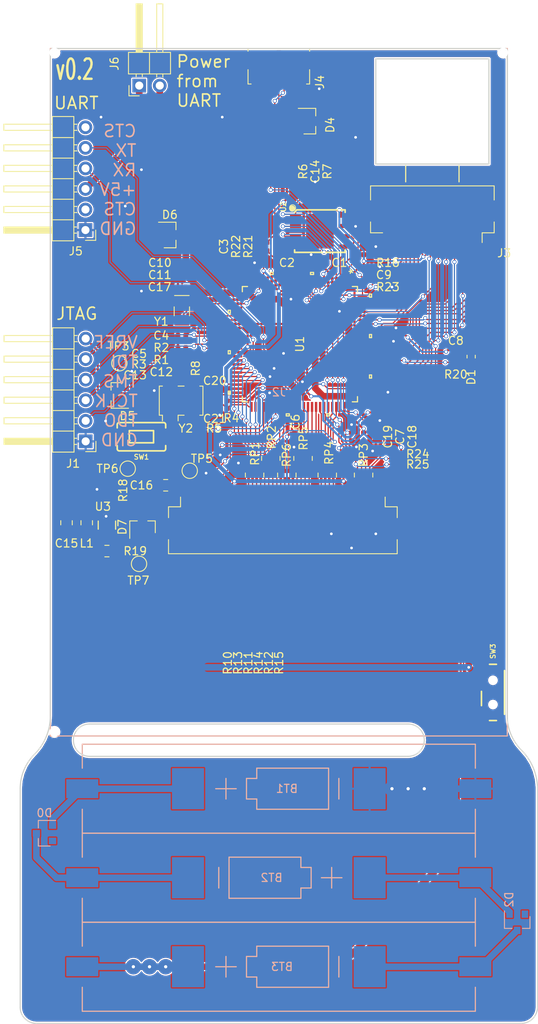
<source format=kicad_pcb>
(kicad_pcb (version 20171130) (host pcbnew 5.1.4-e60b266~84~ubuntu18.04.1)
  (layers (0 F.Cu signal) (31 B.Cu signal) (34 B.Paste user) (35 F.Paste user) (36 B.SilkS user) (37 F.SilkS user) (38 B.Mask user) (39 F.Mask user) (44 Edge.Cuts user))
  (net 0 "")
  (net 1 "Net-(BT1-Pad1)")
  (net 2 GND)
  (net 3 +3V3)
  (net 4 /VBAT)
  (net 5 /NMI_b)
  (net 6 /RST_b)
  (net 7 /VREF)
  (net 8 "Net-(D1-Pad2)")
  (net 9 "Net-(D4-Pad2)")
  (net 10 /VDD_REGIN)
  (net 11 "Net-(D5-Pad1)")
  (net 12 "Net-(D6-Pad2)")
  (net 13 /JTAG_TRST)
  (net 14 /JTAG_TCLK)
  (net 15 /JTAG_TDI)
  (net 16 /JTAG_TDO)
  (net 17 /JTAG_TMS)
  (net 18 /DISP_DB7)
  (net 19 /DISP_DB2)
  (net 20 /DISP_DB15)
  (net 21 /DISP_DB8)
  (net 22 /DISP_DB9)
  (net 23 /DISP_DB1)
  (net 24 /DISP_DB3)
  (net 25 /DISP_DB0)
  (net 26 /DISP_DB13)
  (net 27 /DISP_RESET_b)
  (net 28 /DISP_IM1)
  (net 29 /DISP_DB10)
  (net 30 /DISP_DB12)
  (net 31 /DISP_DB11)
  (net 32 /DISP_IM2)
  (net 33 /DISP_DCX)
  (net 34 /DISP_IM0)
  (net 35 /CTP_SDA)
  (net 36 /CTP_RST_b)
  (net 37 /DISP_WRX)
  (net 38 /BKLT_K)
  (net 39 /DISP_CSX)
  (net 40 /DISP_DB6)
  (net 41 /CTP_SCL)
  (net 42 /DISP_RDX)
  (net 43 /CTP_INT)
  (net 44 /BKLT_A)
  (net 45 /DISP_DB14)
  (net 46 /DISP_DB4)
  (net 47 /DISP_DB5)
  (net 48 /CAM_SIO_D)
  (net 49 /CAM_SIO_C)
  (net 50 /CAM_RST_b)
  (net 51 /CAM_VSYNC)
  (net 52 /CAM_PWRDN)
  (net 53 /CAM_HREF)
  (net 54 /CAM_D9)
  (net 55 /CAM_XCLK1)
  (net 56 /CAM_D8)
  (net 57 /CAM_D7)
  (net 58 /CAM_PCLK)
  (net 59 /CAM_D6)
  (net 60 /CAM_D2)
  (net 61 /CAM_D5)
  (net 62 /CAM_D3)
  (net 63 /CAM_D4)
  (net 64 /CAM_D1)
  (net 65 /CAM_D0)
  (net 66 "Net-(J4-Pad2)")
  (net 67 "Net-(J4-Pad3)")
  (net 68 "Net-(J4-Pad4)")
  (net 69 /UART_RX)
  (net 70 /UART_TX)
  (net 71 /QSPIA_CS_b)
  (net 72 /QSPIA_D3)
  (net 73 /BKLT_PWM)
  (net 74 "Net-(R20-Pad1)")
  (net 75 /USB_D+)
  (net 76 /USB_D-)
  (net 77 /USB_OTG_ID)
  (net 78 /QSPIA_CLK)
  (net 79 /QSPIA_D0)
  (net 80 /QSPIA_D2)
  (net 81 /QSPIA_D1)
  (net 82 "Net-(U1-Pad31)")
  (net 83 "Net-(U1-Pad32)")
  (net 84 "Net-(BT2-Pad1)")
  (net 85 "Net-(BT2-Pad2)")
  (net 86 "Net-(BT3-Pad2)")
  (net 87 "Net-(D7-Pad2)")
  (net 88 "Net-(J2-Pad4)")
  (net 89 "Net-(J2-Pad33)")
  (net 90 "Net-(J2-Pad5)")
  (net 91 "Net-(J2-Pad6)")
  (net 92 "Net-(J2-Pad39)")
  (net 93 "Net-(J3-Pad1)")
  (net 94 "Net-(U1-Pad21)")
  (net 95 "Net-(U1-Pad29)")
  (net 96 "Net-(U1-Pad30)")
  (net 97 "Net-(U1-Pad73)")
  (net 98 "Net-(U1-Pad76)")
  (net 99 "Net-(U1-Pad85)")
  (net 100 /XTAL0_12MHZ)
  (net 101 /EXTAL0)
  (net 102 "Net-(U1-Pad90)")
  (net 103 "Net-(J5-Pad6)")
  (net 104 /+5V0)
  (net 105 "Net-(J5-Pad2)")
  (net 106 "Net-(J2-Pad27)")
  (net 107 "Net-(J2-Pad28)")
  (net 108 "Net-(J2-Pad18)")
  (net 109 "Net-(J2-Pad46)")
  (net 110 "Net-(J2-Pad35)")
  (net 111 "Net-(J2-Pad44)")
  (net 112 "Net-(J2-Pad26)")
  (net 113 "Net-(J2-Pad38)")
  (net 114 "Net-(J2-Pad36)")
  (net 115 "Net-(J2-Pad47)")
  (net 116 "Net-(J2-Pad45)")
  (net 117 "Net-(J2-Pad37)")
  (net 118 "Net-(J2-Pad21)")
  (net 119 "Net-(J2-Pad20)")
  (net 120 "Net-(J2-Pad22)")
  (net 121 "Net-(J2-Pad19)")
  (net 122 "Net-(J2-Pad32)")
  (net 123 "Net-(J2-Pad29)")
  (net 124 "Net-(J2-Pad31)")
  (net 125 "Net-(J2-Pad23)")
  (net 126 "Net-(J2-Pad24)")
  (net 127 "Net-(J2-Pad17)")
  (net 128 "Net-(J2-Pad30)")
  (net 129 "Net-(J2-Pad25)")
  (module Resistor_SMD:R_Array_Concave_4x0402 (layer F.Cu) (at -2.9972 10.2362 270)
    (fp_text reference RP1 (at -2.6416 -0.0508 90) (layer F.SilkS))
    (fp_text value 200 hide)
    (pad 5 smd rect (at 0.5 0.75 270) (size 0.5 0.32) (layers F.Cu F.Paste F.Mask) (net 127 "Net-(J2-Pad17)"))
    (pad 6 smd rect (at 0.5 0.25 270) (size 0.5 0.32) (layers F.Cu F.Paste F.Mask) (net 108 "Net-(J2-Pad18)"))
    (pad 8 smd rect (at 0.5 -0.75 270) (size 0.5 0.32) (layers F.Cu F.Paste F.Mask) (net 119 "Net-(J2-Pad20)"))
    (pad 7 smd rect (at 0.5 -0.25 270) (size 0.5 0.32) (layers F.Cu F.Paste F.Mask) (net 121 "Net-(J2-Pad19)"))
    (pad 4 smd rect (at -0.5 0.75 270) (size 0.5 0.32) (layers F.Cu F.Paste F.Mask) (net 20 /DISP_DB15))
    (pad 2 smd rect (at -0.5 -0.25 270) (size 0.5 0.32) (layers F.Cu F.Paste F.Mask) (net 26 /DISP_DB13))
    (pad 3 smd rect (at -0.5 0.25 270) (size 0.5 0.32) (layers F.Cu F.Paste F.Mask) (net 45 /DISP_DB14))
    (pad 1 smd rect (at -0.5 -0.75 270) (size 0.5 0.32) (layers F.Cu F.Paste F.Mask) (net 30 /DISP_DB12))
  )
  (module Resistor_SMD:R_Array_Concave_4x0402 (layer F.Cu) (at -0.9906 8.1788 270)
    (fp_text reference RP2 (at -2.6162 -0.1016 90) (layer F.SilkS))
    (fp_text value 200 hide)
    (pad 5 smd rect (at 0.5 0.75 270) (size 0.5 0.32) (layers F.Cu F.Paste F.Mask) (net 118 "Net-(J2-Pad21)"))
    (pad 6 smd rect (at 0.5 0.25 270) (size 0.5 0.32) (layers F.Cu F.Paste F.Mask) (net 120 "Net-(J2-Pad22)"))
    (pad 8 smd rect (at 0.5 -0.75 270) (size 0.5 0.32) (layers F.Cu F.Paste F.Mask) (net 126 "Net-(J2-Pad24)"))
    (pad 7 smd rect (at 0.5 -0.25 270) (size 0.5 0.32) (layers F.Cu F.Paste F.Mask) (net 125 "Net-(J2-Pad23)"))
    (pad 4 smd rect (at -0.5 0.75 270) (size 0.5 0.32) (layers F.Cu F.Paste F.Mask) (net 31 /DISP_DB11))
    (pad 2 smd rect (at -0.5 -0.25 270) (size 0.5 0.32) (layers F.Cu F.Paste F.Mask) (net 22 /DISP_DB9))
    (pad 3 smd rect (at -0.5 0.25 270) (size 0.5 0.32) (layers F.Cu F.Paste F.Mask) (net 29 /DISP_DB10))
    (pad 1 smd rect (at -0.5 -0.75 270) (size 0.5 0.32) (layers F.Cu F.Paste F.Mask) (net 21 /DISP_DB8))
  )
  (module Resistor_SMD:R_Array_Concave_4x0402 (layer F.Cu) (at 10.4902 10.2362 90)
    (fp_text reference RP3 (at 2.4638 0 90) (layer F.SilkS))
    (fp_text value 200 hide)
    (pad 5 smd rect (at 0.5 0.75 90) (size 0.5 0.32) (layers F.Cu F.Paste F.Mask) (net 36 /CTP_RST_b))
    (pad 6 smd rect (at 0.5 0.25 90) (size 0.5 0.32) (layers F.Cu F.Paste F.Mask) (net 43 /CTP_INT))
    (pad 8 smd rect (at 0.5 -0.75 90) (size 0.5 0.32) (layers F.Cu F.Paste F.Mask) (net 41 /CTP_SCL))
    (pad 7 smd rect (at 0.5 -0.25 90) (size 0.5 0.32) (layers F.Cu F.Paste F.Mask) (net 35 /CTP_SDA))
    (pad 4 smd rect (at -0.5 0.75 90) (size 0.5 0.32) (layers F.Cu F.Paste F.Mask) (net 115 "Net-(J2-Pad47)"))
    (pad 2 smd rect (at -0.5 -0.25 90) (size 0.5 0.32) (layers F.Cu F.Paste F.Mask) (net 116 "Net-(J2-Pad45)"))
    (pad 3 smd rect (at -0.5 0.25 90) (size 0.5 0.32) (layers F.Cu F.Paste F.Mask) (net 109 "Net-(J2-Pad46)"))
    (pad 1 smd rect (at -0.5 -0.75 90) (size 0.5 0.32) (layers F.Cu F.Paste F.Mask) (net 111 "Net-(J2-Pad44)"))
  )
  (module Resistor_SMD:R_Array_Concave_4x0402 (layer F.Cu) (at 5.9944 10.2362 90)
    (fp_text reference RP4 (at 2.7432 0.2286 90) (layer F.SilkS))
    (fp_text value 200 hide)
    (pad 5 smd rect (at 0.5 0.75 90) (size 0.5 0.32) (layers F.Cu F.Paste F.Mask) (net 39 /DISP_CSX))
    (pad 6 smd rect (at 0.5 0.25 90) (size 0.5 0.32) (layers F.Cu F.Paste F.Mask) (net 33 /DISP_DCX))
    (pad 8 smd rect (at 0.5 -0.75 90) (size 0.5 0.32) (layers F.Cu F.Paste F.Mask) (net 42 /DISP_RDX))
    (pad 7 smd rect (at 0.5 -0.25 90) (size 0.5 0.32) (layers F.Cu F.Paste F.Mask) (net 37 /DISP_WRX))
    (pad 4 smd rect (at -0.5 0.75 90) (size 0.5 0.32) (layers F.Cu F.Paste F.Mask) (net 113 "Net-(J2-Pad38)"))
    (pad 2 smd rect (at -0.5 -0.25 90) (size 0.5 0.32) (layers F.Cu F.Paste F.Mask) (net 114 "Net-(J2-Pad36)"))
    (pad 3 smd rect (at -0.5 0.25 90) (size 0.5 0.32) (layers F.Cu F.Paste F.Mask) (net 117 "Net-(J2-Pad37)"))
    (pad 1 smd rect (at -0.5 -0.75 90) (size 0.5 0.32) (layers F.Cu F.Paste F.Mask) (net 110 "Net-(J2-Pad35)"))
  )
  (module Resistor_SMD:R_Array_Concave_4x0402 (layer F.Cu) (at 2.9972 8.1788 90)
    (fp_text reference RP5 (at 2.4638 0.0508 90) (layer F.SilkS))
    (fp_text value 200 hide)
    (pad 5 smd rect (at 0.5 0.75 90) (size 0.5 0.32) (layers F.Cu F.Paste F.Mask) (net 25 /DISP_DB0))
    (pad 6 smd rect (at 0.5 0.25 90) (size 0.5 0.32) (layers F.Cu F.Paste F.Mask) (net 23 /DISP_DB1))
    (pad 8 smd rect (at 0.5 -0.75 90) (size 0.5 0.32) (layers F.Cu F.Paste F.Mask) (net 24 /DISP_DB3))
    (pad 7 smd rect (at 0.5 -0.25 90) (size 0.5 0.32) (layers F.Cu F.Paste F.Mask) (net 19 /DISP_DB2))
    (pad 4 smd rect (at -0.5 0.75 90) (size 0.5 0.32) (layers F.Cu F.Paste F.Mask) (net 122 "Net-(J2-Pad32)"))
    (pad 2 smd rect (at -0.5 -0.25 90) (size 0.5 0.32) (layers F.Cu F.Paste F.Mask) (net 128 "Net-(J2-Pad30)"))
    (pad 3 smd rect (at -0.5 0.25 90) (size 0.5 0.32) (layers F.Cu F.Paste F.Mask) (net 124 "Net-(J2-Pad31)"))
    (pad 1 smd rect (at -0.5 -0.75 90) (size 0.5 0.32) (layers F.Cu F.Paste F.Mask) (net 123 "Net-(J2-Pad29)"))
  )
  (module Resistor_SMD:R_Array_Concave_4x0402 (layer F.Cu) (at 0.9906 10.2362 90)
    (fp_text reference RP6 (at 2.4638 -0.0254 90) (layer F.SilkS))
    (fp_text value 200 hide)
    (pad 5 smd rect (at 0.5 0.75 90) (size 0.5 0.32) (layers F.Cu F.Paste F.Mask) (net 46 /DISP_DB4))
    (pad 6 smd rect (at 0.5 0.25 90) (size 0.5 0.32) (layers F.Cu F.Paste F.Mask) (net 47 /DISP_DB5))
    (pad 8 smd rect (at 0.5 -0.75 90) (size 0.5 0.32) (layers F.Cu F.Paste F.Mask) (net 18 /DISP_DB7))
    (pad 7 smd rect (at 0.5 -0.25 90) (size 0.5 0.32) (layers F.Cu F.Paste F.Mask) (net 40 /DISP_DB6))
    (pad 4 smd rect (at -0.5 0.75 90) (size 0.5 0.32) (layers F.Cu F.Paste F.Mask) (net 107 "Net-(J2-Pad28)"))
    (pad 2 smd rect (at -0.5 -0.25 90) (size 0.5 0.32) (layers F.Cu F.Paste F.Mask) (net 112 "Net-(J2-Pad26)"))
    (pad 3 smd rect (at -0.5 0.25 90) (size 0.5 0.32) (layers F.Cu F.Paste F.Mask) (net 106 "Net-(J2-Pad27)"))
    (pad 1 smd rect (at -0.5 -0.75 90) (size 0.5 0.32) (layers F.Cu F.Paste F.Mask) (net 129 "Net-(J2-Pad25)"))
  )
  (module footprints:LCD_ER-TFT035-6 (layer F.Cu) (at 0 0 180)
    (fp_text reference J2 (at 0 0 180) (layer B.SilkS) (effects (justify mirror)))
    (fp_text value Conn_02x25_Counter_Clockwise hide)
    (pad "" np_thru_hole circle (at -27.77 41.98 180) (size 1.2 1.2) (drill 1.2) (layers *.Cu))
    (pad "" np_thru_hole circle (at 27.77 41.98 180) (size 1.2 1.2) (drill 1.2) (layers *.Cu))
    (pad "" np_thru_hole circle (at 27.77 -41.98 180) (size 1.2 1.2) (drill 1.2) (layers *.Cu))
    (pad MP smd rect (at 13.65 -16.86) (size 1.8 6.6) (layers F.Cu F.Paste F.Mask))
    (pad 4 smd rect (at 10.25 -13.61) (size 0.3 3.9) (layers F.Cu F.Paste F.Mask) (net 88 "Net-(J2-Pad4)"))
    (pad 27 smd rect (at -1.25 -13.61) (size 0.3 3.9) (layers F.Cu F.Paste F.Mask) (net 106 "Net-(J2-Pad27)"))
    (pad 50 smd rect (at -12.75 -13.61) (size 0.3 3.9) (layers F.Cu F.Paste F.Mask) (net 2 GND))
    (pad 28 smd rect (at -1.75 -13.61) (size 0.3 3.9) (layers F.Cu F.Paste F.Mask) (net 107 "Net-(J2-Pad28)"))
    (pad 18 smd rect (at 3.25 -13.61) (size 0.3 3.9) (layers F.Cu F.Paste F.Mask) (net 108 "Net-(J2-Pad18)"))
    (pad 3 smd rect (at 10.75 -13.61) (size 0.3 3.9) (layers F.Cu F.Paste F.Mask) (net 38 /BKLT_K))
    (pad 1 smd rect (at 11.75 -13.61) (size 0.3 3.9) (layers F.Cu F.Paste F.Mask) (net 44 /BKLT_A))
    (pad 46 smd rect (at -10.75 -13.61) (size 0.3 3.9) (layers F.Cu F.Paste F.Mask) (net 109 "Net-(J2-Pad46)"))
    (pad MP smd rect (at -14.65 -16.86) (size 1.8 6.6) (layers F.Cu F.Paste F.Mask))
    (pad 35 smd rect (at -5.25 -13.61) (size 0.3 3.9) (layers F.Cu F.Paste F.Mask) (net 110 "Net-(J2-Pad35)"))
    (pad 44 smd rect (at -9.75 -13.61) (size 0.3 3.9) (layers F.Cu F.Paste F.Mask) (net 111 "Net-(J2-Pad44)"))
    (pad 26 smd rect (at -0.75 -13.61) (size 0.3 3.9) (layers F.Cu F.Paste F.Mask) (net 112 "Net-(J2-Pad26)"))
    (pad 40 smd rect (at -7.75 -13.61) (size 0.3 3.9) (layers F.Cu F.Paste F.Mask) (net 3 +3V3))
    (pad 38 smd rect (at -6.75 -13.61) (size 0.3 3.9) (layers F.Cu F.Paste F.Mask) (net 113 "Net-(J2-Pad38)"))
    (pad 2 smd rect (at 11.25 -13.61) (size 0.3 3.9) (layers F.Cu F.Paste F.Mask) (net 38 /BKLT_K))
    (pad 34 smd rect (at -4.75 -13.61) (size 0.3 3.9) (layers F.Cu F.Paste F.Mask) (net 2 GND))
    (pad 33 smd rect (at -4.25 -13.61) (size 0.3 3.9) (layers F.Cu F.Paste F.Mask) (net 89 "Net-(J2-Pad33)"))
    (pad 48 smd rect (at -11.75 -13.61) (size 0.3 3.9) (layers F.Cu F.Paste F.Mask) (net 2 GND))
    (pad 5 smd rect (at 9.75 -13.61) (size 0.3 3.9) (layers F.Cu F.Paste F.Mask) (net 90 "Net-(J2-Pad5)"))
    (pad 36 smd rect (at -5.75 -13.61) (size 0.3 3.9) (layers F.Cu F.Paste F.Mask) (net 114 "Net-(J2-Pad36)"))
    (pad 6 smd rect (at 9.25 -13.61) (size 0.3 3.9) (layers F.Cu F.Paste F.Mask) (net 91 "Net-(J2-Pad6)"))
    (pad 13 smd rect (at 5.75 -13.61) (size 0.3 3.9) (layers F.Cu F.Paste F.Mask) (net 3 +3V3))
    (pad 39 smd rect (at -7.25 -13.61) (size 0.3 3.9) (layers F.Cu F.Paste F.Mask) (net 92 "Net-(J2-Pad39)"))
    (pad 47 smd rect (at -11.25 -13.61) (size 0.3 3.9) (layers F.Cu F.Paste F.Mask) (net 115 "Net-(J2-Pad47)"))
    (pad 45 smd rect (at -10.25 -13.61) (size 0.3 3.9) (layers F.Cu F.Paste F.Mask) (net 116 "Net-(J2-Pad45)"))
    (pad 41 smd rect (at -8.25 -13.61) (size 0.3 3.9) (layers F.Cu F.Paste F.Mask) (net 3 +3V3))
    (pad 7 smd rect (at 8.75 -13.61) (size 0.3 3.9) (layers F.Cu F.Paste F.Mask) (net 34 /DISP_IM0))
    (pad 15 smd rect (at 4.75 -13.61) (size 0.3 3.9) (layers F.Cu F.Paste F.Mask) (net 2 GND))
    (pad 42 smd rect (at -8.75 -13.61) (size 0.3 3.9) (layers F.Cu F.Paste F.Mask) (net 3 +3V3))
    (pad 49 smd rect (at -12.25 -13.61) (size 0.3 3.9) (layers F.Cu F.Paste F.Mask) (net 2 GND))
    (pad 37 smd rect (at -6.25 -13.61) (size 0.3 3.9) (layers F.Cu F.Paste F.Mask) (net 117 "Net-(J2-Pad37)"))
    (pad 9 smd rect (at 7.75 -13.61) (size 0.3 3.9) (layers F.Cu F.Paste F.Mask) (net 32 /DISP_IM2))
    (pad 21 smd rect (at 1.75 -13.61) (size 0.3 3.9) (layers F.Cu F.Paste F.Mask) (net 118 "Net-(J2-Pad21)"))
    (pad 14 smd rect (at 5.25 -13.61) (size 0.3 3.9) (layers F.Cu F.Paste F.Mask) (net 2 GND))
    (pad 20 smd rect (at 2.25 -13.61) (size 0.3 3.9) (layers F.Cu F.Paste F.Mask) (net 119 "Net-(J2-Pad20)"))
    (pad 22 smd rect (at 1.25 -13.61) (size 0.3 3.9) (layers F.Cu F.Paste F.Mask) (net 120 "Net-(J2-Pad22)"))
    (pad 8 smd rect (at 8.25 -13.61) (size 0.3 3.9) (layers F.Cu F.Paste F.Mask) (net 28 /DISP_IM1))
    (pad 10 smd rect (at 7.25 -13.61) (size 0.3 3.9) (layers F.Cu F.Paste F.Mask) (net 27 /DISP_RESET_b))
    (pad 19 smd rect (at 2.75 -13.61) (size 0.3 3.9) (layers F.Cu F.Paste F.Mask) (net 121 "Net-(J2-Pad19)"))
    (pad 16 smd rect (at 4.25 -13.61) (size 0.3 3.9) (layers F.Cu F.Paste F.Mask) (net 2 GND))
    (pad 32 smd rect (at -3.75 -13.61) (size 0.3 3.9) (layers F.Cu F.Paste F.Mask) (net 122 "Net-(J2-Pad32)"))
    (pad 29 smd rect (at -2.25 -13.61) (size 0.3 3.9) (layers F.Cu F.Paste F.Mask) (net 123 "Net-(J2-Pad29)"))
    (pad 31 smd rect (at -3.25 -13.61) (size 0.3 3.9) (layers F.Cu F.Paste F.Mask) (net 124 "Net-(J2-Pad31)"))
    (pad 23 smd rect (at 0.75 -13.61) (size 0.3 3.9) (layers F.Cu F.Paste F.Mask) (net 125 "Net-(J2-Pad23)"))
    (pad 12 smd rect (at 6.25 -13.61) (size 0.3 3.9) (layers F.Cu F.Paste F.Mask) (net 2 GND))
    (pad 24 smd rect (at 0.25 -13.61) (size 0.3 3.9) (layers F.Cu F.Paste F.Mask) (net 126 "Net-(J2-Pad24)"))
    (pad 11 smd rect (at 6.75 -13.61) (size 0.3 3.9) (layers F.Cu F.Paste F.Mask) (net 2 GND))
    (pad 17 smd rect (at 3.75 -13.61) (size 0.3 3.9) (layers F.Cu F.Paste F.Mask) (net 127 "Net-(J2-Pad17)"))
    (pad 30 smd rect (at -2.75 -13.61) (size 0.3 3.9) (layers F.Cu F.Paste F.Mask) (net 128 "Net-(J2-Pad30)"))
    (pad 43 smd rect (at -9.25 -13.61) (size 0.3 3.9) (layers F.Cu F.Paste F.Mask) (net 2 GND))
    (pad 25 smd rect (at -0.25 -13.61) (size 0.3 3.9) (layers F.Cu F.Paste F.Mask) (net 129 "Net-(J2-Pad25)"))
  )
  (module footprints:BAT_AAA_Keystone_55_56 (layer B.Cu) (at 0 49)
    (fp_text reference BT1 (at 1 0) (layer B.SilkS) (effects (justify mirror)))
    (fp_text value Battery_Cell hide)
    (pad 2 smd rect (at 24.32 0 180) (size 3.96 2.34) (layers B.Cu B.Paste B.Mask) (net 2 GND))
    (pad 2 smd rect (at 11.24 0 180) (size 3.96 5.08) (layers B.Cu B.Paste B.Mask) (net 2 GND))
    (pad 1 smd rect (at -11.24 0) (size 3.96 5.08) (layers B.Cu B.Paste B.Mask) (net 1 "Net-(BT1-Pad1)"))
    (pad 1 smd rect (at -24.32 0) (size 3.96 2.34) (layers B.Cu B.Paste B.Mask) (net 1 "Net-(BT1-Pad1)"))
  )
  (module footprints:BAT_AAA_Keystone_55_56 (layer B.Cu) (at 0 60 180)
    (fp_text reference BT2 (at 0.894002 0 180) (layer B.SilkS) (effects (justify mirror)))
    (fp_text value Battery_Cell hide)
    (pad 2 smd rect (at 24.32 0) (size 3.96 2.34) (layers B.Cu B.Paste B.Mask) (net 85 "Net-(BT2-Pad2)"))
    (pad 2 smd rect (at 11.24 0) (size 3.96 5.08) (layers B.Cu B.Paste B.Mask) (net 85 "Net-(BT2-Pad2)"))
    (pad 1 smd rect (at -11.24 0 180) (size 3.96 5.08) (layers B.Cu B.Paste B.Mask) (net 84 "Net-(BT2-Pad1)"))
    (pad 1 smd rect (at -24.32 0 180) (size 3.96 2.34) (layers B.Cu B.Paste B.Mask) (net 84 "Net-(BT2-Pad1)"))
  )
  (module footprints:BAT_AAA_Keystone_55_56 (layer B.Cu) (at 0 71)
    (fp_text reference BT3 (at 0.394002 0) (layer B.SilkS) (effects (justify mirror)))
    (fp_text value Battery_Cell hide)
    (pad 2 smd rect (at 24.32 0 180) (size 3.96 2.34) (layers B.Cu B.Paste B.Mask) (net 86 "Net-(BT3-Pad2)"))
    (pad 2 smd rect (at 11.24 0 180) (size 3.96 5.08) (layers B.Cu B.Paste B.Mask) (net 86 "Net-(BT3-Pad2)"))
    (pad 1 smd rect (at -11.24 0) (size 3.96 5.08) (layers B.Cu B.Paste B.Mask) (net 4 /VBAT))
    (pad 1 smd rect (at -24.32 0) (size 3.96 2.34) (layers B.Cu B.Paste B.Mask) (net 4 /VBAT))
  )
  (module footprints:OV5640-5MP-Camera (layer F.Cu) (at 19 -21 180)
    (fp_text reference J3 (at -8.89 -3.81 180) (layer F.SilkS))
    (fp_text value Conn_02x12_Counter_Clockwise hide)
    (pad MP smd rect (at 7.65 1.4 180) (size 1.8 6.6) (layers F.Cu F.Paste F.Mask))
    (pad MP smd rect (at -7.65 1.4 180) (size 1.8 6.6) (layers F.Cu F.Paste F.Mask))
    (pad 24 smd rect (at -5.75 0.475 180) (size 0.3 8.55) (layers F.Cu F.Paste F.Mask) (net 65 /CAM_D0))
    (pad 23 smd rect (at -5.25 0.475 180) (size 0.3 8.55) (layers F.Cu F.Paste F.Mask) (net 64 /CAM_D1))
    (pad 22 smd rect (at -4.75 0.475 180) (size 0.3 8.55) (layers F.Cu F.Paste F.Mask) (net 63 /CAM_D4))
    (pad 21 smd rect (at -4.25 0.475 180) (size 0.3 8.55) (layers F.Cu F.Paste F.Mask) (net 62 /CAM_D3))
    (pad 20 smd rect (at -3.75 0.475 180) (size 0.3 8.55) (layers F.Cu F.Paste F.Mask) (net 61 /CAM_D5))
    (pad 19 smd rect (at -3.25 0.475 180) (size 0.3 8.55) (layers F.Cu F.Paste F.Mask) (net 60 /CAM_D2))
    (pad 18 smd rect (at -2.75 0.475 180) (size 0.3 8.55) (layers F.Cu F.Paste F.Mask) (net 59 /CAM_D6))
    (pad 17 smd rect (at -2.25 0.475 180) (size 0.3 8.55) (layers F.Cu F.Paste F.Mask) (net 58 /CAM_PCLK))
    (pad 16 smd rect (at -1.75 0.475 180) (size 0.3 8.55) (layers F.Cu F.Paste F.Mask) (net 57 /CAM_D7))
    (pad 15 smd rect (at -1.25 0.475 180) (size 0.3 8.55) (layers F.Cu F.Paste F.Mask) (net 2 GND))
    (pad 14 smd rect (at -0.75 0.475 180) (size 0.3 8.55) (layers F.Cu F.Paste F.Mask) (net 56 /CAM_D8))
    (pad 13 smd rect (at -0.25 0.475 180) (size 0.3 8.55) (layers F.Cu F.Paste F.Mask) (net 55 /CAM_XCLK1))
    (pad 12 smd rect (at 0.25 0.475 180) (size 0.3 8.55) (layers F.Cu F.Paste F.Mask) (net 54 /CAM_D9))
    (pad 11 smd rect (at 0.75 0.475 180) (size 0.3 8.55) (layers F.Cu F.Paste F.Mask) (net 3 +3V3))
    (pad 10 smd rect (at 1.25 0.475 180) (size 0.3 8.55) (layers F.Cu F.Paste F.Mask) (net 3 +3V3))
    (pad 9 smd rect (at 1.75 0.475 180) (size 0.3 8.55) (layers F.Cu F.Paste F.Mask) (net 53 /CAM_HREF))
    (pad 8 smd rect (at 2.25 0.475 180) (size 0.3 8.55) (layers F.Cu F.Paste F.Mask) (net 52 /CAM_PWRDN))
    (pad 7 smd rect (at 2.75 0.475 180) (size 0.3 8.55) (layers F.Cu F.Paste F.Mask) (net 51 /CAM_VSYNC))
    (pad 6 smd rect (at 3.25 0.475 180) (size 0.3 8.55) (layers F.Cu F.Paste F.Mask) (net 50 /CAM_RST_b))
    (pad 5 smd rect (at 3.75 0.475 180) (size 0.3 8.55) (layers F.Cu F.Paste F.Mask) (net 49 /CAM_SIO_C))
    (pad 4 smd rect (at 4.25 0.475 180) (size 0.3 8.55) (layers F.Cu F.Paste F.Mask) (net 3 +3V3))
    (pad 3 smd rect (at 4.75 0.475 180) (size 0.3 8.55) (layers F.Cu F.Paste F.Mask) (net 48 /CAM_SIO_D))
    (pad 2 smd rect (at 5.25 0.475 180) (size 0.3 8.55) (layers F.Cu F.Paste F.Mask) (net 2 GND))
    (pad 1 smd rect (at 5.75 0.475 180) (size 0.3 8.55) (layers F.Cu F.Paste F.Mask) (net 93 "Net-(J3-Pad1)"))
  )
  (module Capacitor_SMD:C_0402_1005Metric (layer F.Cu) (at 5.5 -16 180)
    (fp_text reference C1 (at -2 0 180) (layer F.SilkS))
    (fp_text value 0.1uF hide)
    (pad 1 smd roundrect (at -0.485 0 180) (size 0.59 0.64) (layers F.Cu F.Paste F.Mask) (net 3 +3V3))
    (pad 2 smd roundrect (at 0.485 0 180) (size 0.59 0.64) (layers F.Cu F.Paste F.Mask) (net 2 GND))
  )
  (module Capacitor_SMD:C_0402_1005Metric (layer F.Cu) (at 3 -16)
    (fp_text reference C2 (at -2 0) (layer F.SilkS))
    (fp_text value 0.1uF hide)
    (pad 2 smd roundrect (at 0.485 0) (size 0.59 0.64) (layers F.Cu F.Paste F.Mask) (net 2 GND))
    (pad 1 smd roundrect (at -0.485 0) (size 0.59 0.64) (layers F.Cu F.Paste F.Mask) (net 3 +3V3))
  )
  (module Capacitor_SMD:C_0402_1005Metric (layer F.Cu) (at -3 -18 90)
    (fp_text reference C3 (at 0 -3.8 90) (layer F.SilkS))
    (fp_text value 0.1uF hide)
    (pad 1 smd roundrect (at -0.485 0 90) (size 0.59 0.64) (layers F.Cu F.Paste F.Mask) (net 3 +3V3))
    (pad 2 smd roundrect (at 0.485 0 90) (size 0.59 0.64) (layers F.Cu F.Paste F.Mask) (net 2 GND))
  )
  (module Capacitor_SMD:C_0402_1005Metric (layer F.Cu) (at -12 -7 180)
    (fp_text reference C4 (at 2.54 0 180) (layer F.SilkS))
    (fp_text value 0.1uF hide)
    (pad 2 smd roundrect (at 0.485 0 180) (size 0.59 0.64) (layers F.Cu F.Paste F.Mask) (net 2 GND))
    (pad 1 smd roundrect (at -0.485 0 180) (size 0.59 0.64) (layers F.Cu F.Paste F.Mask) (net 3 +3V3))
  )
  (module Capacitor_SMD:C_0402_1005Metric (layer F.Cu) (at -16.5466 -0.9238 180)
    (fp_text reference C5 (at 0.7508 3.826 180) (layer F.SilkS))
    (fp_text value 0.1uF hide)
    (pad 1 smd roundrect (at -0.485 0 180) (size 0.59 0.64) (layers F.Cu F.Paste F.Mask) (net 3 +3V3))
    (pad 2 smd roundrect (at 0.485 0 180) (size 0.59 0.64) (layers F.Cu F.Paste F.Mask) (net 2 GND))
  )
  (module Capacitor_SMD:C_0402_1005Metric (layer F.Cu) (at 2 5.5 270)
    (fp_text reference C6 (at -1.8424 -0.0574 270) (layer F.SilkS))
    (fp_text value 0.1uF hide)
    (pad 2 smd roundrect (at 0.485 0 270) (size 0.59 0.64) (layers F.Cu F.Paste F.Mask) (net 2 GND))
    (pad 1 smd roundrect (at -0.485 0 270) (size 0.59 0.64) (layers F.Cu F.Paste F.Mask) (net 3 +3V3))
  )
  (module Capacitor_SMD:C_0402_1005Metric (layer F.Cu) (at 10.5 5.5 270)
    (fp_text reference C7 (at 0 -4.5 270) (layer F.SilkS))
    (fp_text value 0.1uF hide)
    (pad 1 smd roundrect (at -0.485 0 270) (size 0.59 0.64) (layers F.Cu F.Paste F.Mask) (net 3 +3V3))
    (pad 2 smd roundrect (at 0.485 0 270) (size 0.59 0.64) (layers F.Cu F.Paste F.Mask) (net 2 GND))
  )
  (module Capacitor_SMD:C_0402_1005Metric (layer F.Cu) (at 21.9 -5.2)
    (fp_text reference C8 (at 0 -1.17) (layer F.SilkS))
    (fp_text value 0.1uF hide)
    (pad 1 smd roundrect (at -0.485 0) (size 0.59 0.64) (layers F.Cu F.Paste F.Mask) (net 3 +3V3))
    (pad 2 smd roundrect (at 0.485 0) (size 0.59 0.64) (layers F.Cu F.Paste F.Mask) (net 2 GND))
  )
  (module Capacitor_SMD:C_0402_1005Metric (layer F.Cu) (at 11 -15.5)
    (fp_text reference C9 (at 2 1) (layer F.SilkS))
    (fp_text value 0.1uF hide)
    (pad 1 smd roundrect (at -0.485 0) (size 0.59 0.64) (layers F.Cu F.Paste F.Mask) (net 3 +3V3))
    (pad 2 smd roundrect (at 0.485 0) (size 0.59 0.64) (layers F.Cu F.Paste F.Mask) (net 2 GND))
  )
  (module Capacitor_SMD:C_0402_1005Metric (layer F.Cu) (at -12 -16 180)
    (fp_text reference C10 (at 2.714999 0 180) (layer F.SilkS))
    (fp_text value 0.1uF hide)
    (pad 1 smd roundrect (at -0.485 0 180) (size 0.59 0.64) (layers F.Cu F.Paste F.Mask) (net 10 /VDD_REGIN))
    (pad 2 smd roundrect (at 0.485 0 180) (size 0.59 0.64) (layers F.Cu F.Paste F.Mask) (net 2 GND))
  )
  (module Capacitor_SMD:C_0402_1005Metric (layer F.Cu) (at -12 -14.5 180)
    (fp_text reference C11 (at 2.714999 0 180) (layer F.SilkS))
    (fp_text value 1uF hide)
    (pad 2 smd roundrect (at 0.485 0 180) (size 0.59 0.64) (layers F.Cu F.Paste F.Mask) (net 2 GND))
    (pad 1 smd roundrect (at -0.485 0 180) (size 0.59 0.64) (layers F.Cu F.Paste F.Mask) (net 10 /VDD_REGIN))
  )
  (module Capacitor_SMD:C_0402_1005Metric (layer F.Cu) (at -12 -2.5 180)
    (fp_text reference C12 (at 2.54 0 180) (layer F.SilkS))
    (fp_text value 1uF hide)
    (pad 2 smd roundrect (at 0.485 0 180) (size 0.59 0.64) (layers F.Cu F.Paste F.Mask) (net 2 GND))
    (pad 1 smd roundrect (at -0.485 0 180) (size 0.59 0.64) (layers F.Cu F.Paste F.Mask) (net 5 /NMI_b))
  )
  (module Capacitor_SMD:C_0402_1005Metric (layer F.Cu) (at -16.5466 2.0762 180)
    (fp_text reference C13 (at 1.2334 4.1844 180) (layer F.SilkS))
    (fp_text value 1uF hide)
    (pad 1 smd roundrect (at -0.485 0 180) (size 0.59 0.64) (layers F.Cu F.Paste F.Mask) (net 6 /RST_b))
    (pad 2 smd roundrect (at 0.485 0 180) (size 0.59 0.64) (layers F.Cu F.Paste F.Mask) (net 2 GND))
  )
  (module Capacitor_SMD:C_0402_1005Metric (layer F.Cu) (at 4.5 -24.254858 90)
    (fp_text reference C14 (at 3.025 0 90) (layer F.SilkS))
    (fp_text value 0.1uF hide)
    (pad 2 smd roundrect (at 0.485 0 90) (size 0.59 0.64) (layers F.Cu F.Paste F.Mask) (net 2 GND))
    (pad 1 smd roundrect (at -0.485 0 90) (size 0.59 0.64) (layers F.Cu F.Paste F.Mask) (net 3 +3V3))
  )
  (module Capacitor_SMD:C_0805_2012Metric (layer F.Cu) (at -26.2714 16.1326 270)
    (fp_text reference C15 (at 2.54 0) (layer F.SilkS))
    (fp_text value 4.7uF hide)
    (pad 1 smd roundrect (at -0.9375 0 270) (size 0.975 1.4) (layers F.Cu F.Paste F.Mask) (net 10 /VDD_REGIN))
    (pad 2 smd roundrect (at 0.9375 0 270) (size 0.975 1.4) (layers F.Cu F.Paste F.Mask) (net 2 GND))
  )
  (module Capacitor_SMD:C_0805_2012Metric (layer F.Cu) (at -14 11.5 180)
    (fp_text reference C16 (at 3 0) (layer F.SilkS))
    (fp_text value 1uF hide)
    (pad 2 smd roundrect (at 0.9375 0 180) (size 0.975 1.4) (layers F.Cu F.Paste F.Mask) (net 2 GND))
    (pad 1 smd roundrect (at -0.9375 0 180) (size 0.975 1.4) (layers F.Cu F.Paste F.Mask) (net 44 /BKLT_A))
  )
  (module Capacitor_SMD:C_0402_1005Metric (layer F.Cu) (at -12 -13 180)
    (fp_text reference C17 (at 2.754996 0 180) (layer F.SilkS))
    (fp_text value 0.1uF hide)
    (pad 2 smd roundrect (at 0.485 0 180) (size 0.59 0.64) (layers F.Cu F.Paste F.Mask) (net 2 GND))
    (pad 1 smd roundrect (at -0.485 0 180) (size 0.59 0.64) (layers F.Cu F.Paste F.Mask) (net 7 /VREF))
  )
  (module Resistor_SMD:R_0603_1608Metric_Pad1.05x0.95mm_HandSolder (layer F.Cu) (at 23.8 -4.4 270)
    (fp_text reference D1 (at 2.54 0 270) (layer F.SilkS))
    (fp_text value LED hide)
    (pad 1 smd roundrect (at -0.875 0 270) (size 1.05 0.95) (layers F.Cu F.Paste F.Mask) (net 2 GND))
    (pad 2 smd roundrect (at 0.875 0 270) (size 1.05 0.95) (layers F.Cu F.Paste F.Mask) (net 8 "Net-(D1-Pad2)"))
  )
  (module Diode_SMD:D_SOT-23_ANK (layer B.Cu) (at 29.5 65.5 270)
    (fp_text reference D2 (at -2.8 1 270) (layer B.SilkS) (effects (justify mirror)))
    (fp_text value D_Schottky hide)
    (pad 1 smd rect (at 1 0 270) (size 0.9 0.8) (layers B.Cu B.Paste B.Mask) (net 86 "Net-(BT3-Pad2)"))
    (pad "" smd rect (at -1 -0.95 270) (size 0.9 0.8) (layers B.Cu B.Paste B.Mask))
    (pad 2 smd rect (at -1 0.95 270) (size 0.9 0.8) (layers B.Cu B.Paste B.Mask) (net 84 "Net-(BT2-Pad1)"))
  )
  (module Diode_SMD:D_SOT-23_ANK (layer F.Cu) (at 3.81 -33.5)
    (fp_text reference D4 (at 2.54 0.48 90) (layer F.SilkS))
    (fp_text value D_Schottky hide)
    (pad 2 smd rect (at -1 -0.95) (size 0.9 0.8) (layers F.Cu F.Paste F.Mask) (net 9 "Net-(D4-Pad2)"))
    (pad "" smd rect (at -1 0.95) (size 0.9 0.8) (layers F.Cu F.Paste F.Mask))
    (pad 1 smd rect (at 1 0) (size 0.9 0.8) (layers F.Cu F.Paste F.Mask) (net 10 /VDD_REGIN))
  )
  (module Diode_SMD:D_SOT-23_ANK (layer F.Cu) (at -20 0.4 180)
    (fp_text reference D5 (at -1.27 -2.54 180) (layer F.SilkS))
    (fp_text value D_Schottky hide)
    (pad 1 smd rect (at 1 0 180) (size 0.9 0.8) (layers F.Cu F.Paste F.Mask) (net 11 "Net-(D5-Pad1)"))
    (pad "" smd rect (at -1 0.95 180) (size 0.9 0.8) (layers F.Cu F.Paste F.Mask))
    (pad 2 smd rect (at -1 -0.95 180) (size 0.9 0.8) (layers F.Cu F.Paste F.Mask) (net 3 +3V3))
  )
  (module Connector_USB:USB_Micro-B_Molex_47346-0001 (layer F.Cu) (at 0 -39.8 180)
    (fp_text reference J4 (at -5.08 -1.46 -90) (layer F.SilkS))
    (fp_text value USB_B_Micro hide)
    (pad 1 smd rect (at -1.3 -1.46 180) (size 0.45 1.38) (layers F.Cu F.Paste F.Mask) (net 9 "Net-(D4-Pad2)"))
    (pad 2 smd rect (at -0.65 -1.46 180) (size 0.45 1.38) (layers F.Cu F.Paste F.Mask) (net 66 "Net-(J4-Pad2)"))
    (pad 3 smd rect (at 0 -1.46 180) (size 0.45 1.38) (layers F.Cu F.Paste F.Mask) (net 67 "Net-(J4-Pad3)"))
    (pad 4 smd rect (at 0.65 -1.46 180) (size 0.45 1.38) (layers F.Cu F.Paste F.Mask) (net 68 "Net-(J4-Pad4)"))
    (pad 5 smd rect (at 1.3 -1.46 180) (size 0.45 1.38) (layers F.Cu F.Paste F.Mask) (net 2 GND))
    (pad 6 smd rect (at -2.4625 -1.1 180) (size 1.475 2.1) (layers F.Cu F.Paste F.Mask) (net 2 GND))
    (pad 6 smd rect (at 2.4625 -1.1 180) (size 1.475 2.1) (layers F.Cu F.Paste F.Mask) (net 2 GND))
    (pad 6 smd rect (at -2.91 1.2 180) (size 2.375 1.9) (layers F.Cu F.Paste F.Mask) (net 2 GND))
    (pad 6 smd rect (at 2.91 1.2 180) (size 2.375 1.9) (layers F.Cu F.Paste F.Mask) (net 2 GND))
    (pad 6 smd rect (at -0.84 1.2 180) (size 1.175 1.9) (layers F.Cu F.Paste F.Mask) (net 2 GND))
    (pad 6 smd rect (at 0.84 1.2 180) (size 1.175 1.9) (layers F.Cu F.Paste F.Mask) (net 2 GND))
  )
  (module Inductor_SMD:L_0805_2012Metric_Pad1.15x1.40mm_HandSolder (layer F.Cu) (at -23.7714 16.1326 270)
    (fp_text reference L1 (at 2.54 0) (layer F.SilkS))
    (fp_text value 4.7uH hide)
    (pad 1 smd roundrect (at -1.025 0 270) (size 1.15 1.4) (layers F.Cu F.Paste F.Mask) (roundrect_rratio 0.217391) (net 10 /VDD_REGIN))
    (pad 2 smd roundrect (at 1.025 0 270) (size 1.15 1.4) (layers F.Cu F.Paste F.Mask) (roundrect_rratio 0.217391) (net 87 "Net-(D7-Pad2)"))
  )
  (module Resistor_SMD:R_0402_1005Metric (layer F.Cu) (at -12 -4 180)
    (fp_text reference R1 (at 2.54 0 180) (layer F.SilkS))
    (fp_text value DNP hide)
    (pad 2 smd roundrect (at 0.485 0 180) (size 0.59 0.64) (layers F.Cu F.Paste F.Mask) (net 2 GND))
    (pad 1 smd roundrect (at -0.485 0 180) (size 0.59 0.64) (layers F.Cu F.Paste F.Mask) (net 5 /NMI_b))
  )
  (module Resistor_SMD:R_0402_1005Metric (layer F.Cu) (at -12 -5.5)
    (fp_text reference R2 (at -2.54 0) (layer F.SilkS))
    (fp_text value 10K hide)
    (pad 1 smd roundrect (at -0.485 0) (size 0.59 0.64) (layers F.Cu F.Paste F.Mask) (net 3 +3V3))
    (pad 2 smd roundrect (at 0.485 0) (size 0.59 0.64) (layers F.Cu F.Paste F.Mask) (net 5 /NMI_b))
  )
  (module Resistor_SMD:R_0402_1005Metric (layer F.Cu) (at -16.5466 0.5762)
    (fp_text reference R3 (at -0.7762 -4.0306) (layer F.SilkS))
    (fp_text value 10K hide)
    (pad 1 smd roundrect (at -0.485 0) (size 0.59 0.64) (layers F.Cu F.Paste F.Mask) (net 3 +3V3))
    (pad 2 smd roundrect (at 0.485 0) (size 0.59 0.64) (layers F.Cu F.Paste F.Mask) (net 6 /RST_b))
  )
  (module Resistor_SMD:R_0402_1005Metric (layer F.Cu) (at 3 -24.254858 270)
    (fp_text reference R6 (at -3.025 0 270) (layer F.SilkS))
    (fp_text value 4.7K hide)
    (pad 2 smd roundrect (at 0.485 0 270) (size 0.59 0.64) (layers F.Cu F.Paste F.Mask) (net 71 /QSPIA_CS_b))
    (pad 1 smd roundrect (at -0.485 0 270) (size 0.59 0.64) (layers F.Cu F.Paste F.Mask) (net 3 +3V3))
  )
  (module Resistor_SMD:R_0402_1005Metric (layer F.Cu) (at 6 -24.254858 270)
    (fp_text reference R7 (at -3.025 0 270) (layer F.SilkS))
    (fp_text value 4.7K hide)
    (pad 2 smd roundrect (at 0.485 0 270) (size 0.59 0.64) (layers F.Cu F.Paste F.Mask) (net 72 /QSPIA_D3))
    (pad 1 smd roundrect (at -0.485 0 270) (size 0.59 0.64) (layers F.Cu F.Paste F.Mask) (net 3 +3V3))
  )
  (module Resistor_SMD:R_0402_1005Metric (layer F.Cu) (at -6.325142 30.125623 90)
    (fp_text reference R10 (at -3.325 0 90) (layer F.SilkS))
    (fp_text value DNP hide)
    (pad 2 smd roundrect (at 0.485 0 90) (size 0.59 0.64) (layers F.Cu F.Paste F.Mask) (net 34 /DISP_IM0))
    (pad 1 smd roundrect (at -0.485 0 90) (size 0.59 0.64) (layers F.Cu F.Paste F.Mask) (net 3 +3V3))
  )
  (module Resistor_SMD:R_0402_1005Metric (layer F.Cu) (at -3.785142 30.125623 90)
    (fp_text reference R11 (at -3.325 0 90) (layer F.SilkS))
    (fp_text value 4.7K hide)
    (pad 1 smd roundrect (at -0.485 0 90) (size 0.59 0.64) (layers F.Cu F.Paste F.Mask) (net 3 +3V3))
    (pad 2 smd roundrect (at 0.485 0 90) (size 0.59 0.64) (layers F.Cu F.Paste F.Mask) (net 28 /DISP_IM1))
  )
  (module Resistor_SMD:R_0402_1005Metric (layer F.Cu) (at -1.245142 30.125623 90)
    (fp_text reference R12 (at -3.325 0 90) (layer F.SilkS))
    (fp_text value DNP hide)
    (pad 1 smd roundrect (at -0.485 0 90) (size 0.59 0.64) (layers F.Cu F.Paste F.Mask) (net 3 +3V3))
    (pad 2 smd roundrect (at 0.485 0 90) (size 0.59 0.64) (layers F.Cu F.Paste F.Mask) (net 32 /DISP_IM2))
  )
  (module Resistor_SMD:R_0402_1005Metric (layer F.Cu) (at -5.055142 30.125623 270)
    (fp_text reference R13 (at 3.325 0 270) (layer F.SilkS))
    (fp_text value 4.7K hide)
    (pad 2 smd roundrect (at 0.485 0 270) (size 0.59 0.64) (layers F.Cu F.Paste F.Mask) (net 2 GND))
    (pad 1 smd roundrect (at -0.485 0 270) (size 0.59 0.64) (layers F.Cu F.Paste F.Mask) (net 34 /DISP_IM0))
  )
  (module Resistor_SMD:R_0402_1005Metric (layer F.Cu) (at -2.515142 30.125623 270)
    (fp_text reference R14 (at 3.325 0 270) (layer F.SilkS))
    (fp_text value DNP hide)
    (pad 1 smd roundrect (at -0.485 0 270) (size 0.59 0.64) (layers F.Cu F.Paste F.Mask) (net 28 /DISP_IM1))
    (pad 2 smd roundrect (at 0.485 0 270) (size 0.59 0.64) (layers F.Cu F.Paste F.Mask) (net 2 GND))
  )
  (module Resistor_SMD:R_0402_1005Metric (layer F.Cu) (at 0.024858 30.125623 270)
    (fp_text reference R15 (at 3.325 0 270) (layer F.SilkS))
    (fp_text value 4.7K hide)
    (pad 1 smd roundrect (at -0.485 0 270) (size 0.59 0.64) (layers F.Cu F.Paste F.Mask) (net 32 /DISP_IM2))
    (pad 2 smd roundrect (at 0.485 0 270) (size 0.59 0.64) (layers F.Cu F.Paste F.Mask) (net 2 GND))
  )
  (module Resistor_SMD:R_0402_1005Metric (layer F.Cu) (at 11 -17)
    (fp_text reference R16 (at 2.5 1) (layer F.SilkS))
    (fp_text value 4.7K hide)
    (pad 2 smd roundrect (at 0.485 0) (size 0.59 0.64) (layers F.Cu F.Paste F.Mask) (net 48 /CAM_SIO_D))
    (pad 1 smd roundrect (at -0.485 0) (size 0.59 0.64) (layers F.Cu F.Paste F.Mask) (net 3 +3V3))
  )
  (module Resistor_SMD:R_0402_1005Metric (layer F.Cu) (at -19.2714 14.6326 90)
    (fp_text reference R18 (at 2.5 0 90) (layer F.SilkS))
    (fp_text value 4.7K hide)
    (pad 1 smd roundrect (at -0.485 0 90) (size 0.59 0.64) (layers F.Cu F.Paste F.Mask) (net 73 /BKLT_PWM))
    (pad 2 smd roundrect (at 0.485 0 90) (size 0.59 0.64) (layers F.Cu F.Paste F.Mask) (net 2 GND))
  )
  (module Resistor_SMD:R_0805_2012Metric_Pad1.15x1.40mm_HandSolder (layer F.Cu) (at -21.2714 19.6326 180)
    (fp_text reference R19 (at -3.5 0) (layer F.SilkS))
    (fp_text value "2R / 1%" hide)
    (pad 1 smd roundrect (at -1.025 0 180) (size 1.15 1.4) (layers F.Cu F.Paste F.Mask) (roundrect_rratio 0.217391) (net 38 /BKLT_K))
    (pad 2 smd roundrect (at 1.025 0 180) (size 1.15 1.4) (layers F.Cu F.Paste F.Mask) (roundrect_rratio 0.217391) (net 2 GND))
  )
  (module Resistor_SMD:R_0402_1005Metric (layer F.Cu) (at 21.9 -3.7)
    (fp_text reference R20 (at 0 1.5) (layer F.SilkS))
    (fp_text value 91 hide)
    (pad 1 smd roundrect (at -0.485 0) (size 0.59 0.64) (layers F.Cu F.Paste F.Mask) (net 74 "Net-(R20-Pad1)"))
    (pad 2 smd roundrect (at 0.485 0) (size 0.59 0.64) (layers F.Cu F.Paste F.Mask) (net 8 "Net-(D1-Pad2)"))
  )
  (module Resistor_SMD:R_0402_1005Metric (layer F.Cu) (at 0 -18 270)
    (fp_text reference R21 (at 0 3.8 270) (layer F.SilkS))
    (fp_text value 33 hide)
    (pad 1 smd roundrect (at -0.485 0 270) (size 0.59 0.64) (layers F.Cu F.Paste F.Mask) (net 67 "Net-(J4-Pad3)"))
    (pad 2 smd roundrect (at 0.485 0 270) (size 0.59 0.64) (layers F.Cu F.Paste F.Mask) (net 75 /USB_D+))
  )
  (module Resistor_SMD:R_0402_1005Metric (layer F.Cu) (at -1.5 -18 270)
    (fp_text reference R22 (at 0 3.8 270) (layer F.SilkS))
    (fp_text value 33 hide)
    (pad 1 smd roundrect (at -0.485 0 270) (size 0.59 0.64) (layers F.Cu F.Paste F.Mask) (net 66 "Net-(J4-Pad2)"))
    (pad 2 smd roundrect (at 0.485 0 270) (size 0.59 0.64) (layers F.Cu F.Paste F.Mask) (net 76 /USB_D-))
  )
  (module Resistor_SMD:R_0402_1005Metric (layer F.Cu) (at 11 -14)
    (fp_text reference R23 (at 2.5 1) (layer F.SilkS))
    (fp_text value 33 hide)
    (pad 2 smd roundrect (at 0.485 0) (size 0.59 0.64) (layers F.Cu F.Paste F.Mask) (net 77 /USB_OTG_ID))
    (pad 1 smd roundrect (at -0.485 0) (size 0.59 0.64) (layers F.Cu F.Paste F.Mask) (net 68 "Net-(J4-Pad4)"))
  )
  (module Resistor_SMD:R_0402_1005Metric (layer F.Cu) (at 14.657023 7.645942 180)
    (fp_text reference R24 (at -2.54 0) (layer F.SilkS))
    (fp_text value 4.7K hide)
    (pad 1 smd roundrect (at -0.485 0 180) (size 0.59 0.64) (layers F.Cu F.Paste F.Mask) (net 3 +3V3))
    (pad 2 smd roundrect (at 0.485 0 180) (size 0.59 0.64) (layers F.Cu F.Paste F.Mask) (net 35 /CTP_SDA))
  )
  (module Resistor_SMD:R_0402_1005Metric (layer F.Cu) (at 14.657023 8.915942 180)
    (fp_text reference R25 (at -2.54 0) (layer F.SilkS))
    (fp_text value 4.7K hide)
    (pad 2 smd roundrect (at 0.485 0 180) (size 0.59 0.64) (layers F.Cu F.Paste F.Mask) (net 41 /CTP_SCL))
    (pad 1 smd roundrect (at -0.485 0 180) (size 0.59 0.64) (layers F.Cu F.Paste F.Mask) (net 3 +3V3))
  )
  (module Switches:TACTILE_SWITCH_SMD_6.0X3.5MM (layer F.Cu) (at -17 5.5 180)
    (fp_text reference SW1 (at 0 -2.5) (layer F.SilkS) (effects (font (size 0.6096 0.6096) (thickness 0.127))))
    (fp_text value SW_Push hide)
    (pad 1 smd rect (at -3.1496 0) (size 2.2987 1.59766) (layers F.Cu F.Paste F.Mask) (net 6 /RST_b))
    (pad 2 smd rect (at 3.1496 0) (size 2.2987 1.59766) (layers F.Cu F.Paste F.Mask) (net 2 GND))
  )
  (module Switches:SWITCH_SPST_SMD_A (layer F.Cu) (at 26.5 37.1 270)
    (fp_text reference SW3 (at -5.08 0 90) (layer F.SilkS) (effects (font (size 0.6096 0.6096) (thickness 0.127))))
    (fp_text value SW_SPST hide)
    (pad 1 smd rect (at -2.2479 1.74752 90) (size 0.6985 1.4986) (layers F.Cu F.Paste F.Mask) (net 10 /VDD_REGIN))
    (pad 2 smd rect (at -0.7493 1.74752 90) (size 0.6985 1.4986) (layers F.Cu F.Paste F.Mask) (net 4 /VBAT))
    (pad 3 smd rect (at 2.2479 1.74752 90) (size 0.6985 1.4986) (layers F.Cu F.Paste F.Mask))
    (pad GND1 smd rect (at -3.64998 -0.99822 270) (size 0.99822 0.59944) (layers F.Cu F.Paste F.Mask))
    (pad GND2 smd rect (at -3.64998 1.09982 270) (size 0.99822 0.79756) (layers F.Cu F.Paste F.Mask))
    (pad GND3 smd rect (at 3.64998 -0.99822 270) (size 0.99822 0.59944) (layers F.Cu F.Paste F.Mask))
    (pad GND4 smd rect (at 3.64998 1.09982 270) (size 0.99822 0.79756) (layers F.Cu F.Paste F.Mask))
    (pad "" np_thru_hole circle (at -1.4986 0 270) (size 0.89916 0.89916) (drill 0.89916) (layers *.Cu *.Mask))
    (pad "" np_thru_hole circle (at 1.4986 0 270) (size 0.89916 0.89916) (drill 0.89916) (layers *.Cu *.Mask))
  )
  (module TestPoint:TestPoint_Pad_D1.5mm (layer F.Cu) (at -11.0236 9.7028 180)
    (fp_text reference TP5 (at -1.5 1.5 180) (layer F.SilkS))
    (fp_text value TestPoint hide)
    (pad 1 smd circle (at 0 0 180) (size 1.5 1.5) (layers F.Cu F.Mask) (net 44 /BKLT_A))
  )
  (module TestPoint:TestPoint_Pad_D1.5mm (layer F.Cu) (at -18.6944 9.4488 180)
    (fp_text reference TP6 (at 2.5 0 180) (layer F.SilkS))
    (fp_text value TestPoint hide)
    (pad 1 smd circle (at 0 0 180) (size 1.5 1.5) (layers F.Cu F.Mask) (net 73 /BKLT_PWM))
  )
  (module TestPoint:TestPoint_Pad_D1.5mm (layer F.Cu) (at -17.2974 21.209 180)
    (fp_text reference TP7 (at 0.0762 -2.0574) (layer F.SilkS))
    (fp_text value TestPoint hide)
    (pad 1 smd circle (at 0 0 180) (size 1.5 1.5) (layers F.Cu F.Mask) (net 38 /BKLT_K))
  )
  (module footprints:MK82FN256VLL15 (layer F.Cu) (at 2.609858 -5.939377 270)
    (fp_text reference U1 (at 0 0 270) (layer F.SilkS))
    (fp_text value MK82FN256VLL15 hide)
    (fp_text user * (at -8.9916 -6.631 270) (layer F.SilkS))
    (pad 1 smd rect (at -7.747 -6.000001) (size 0.3048 1.2192) (layers F.Cu F.Paste F.Mask) (net 72 /QSPIA_D3))
    (pad 2 smd rect (at -7.747 -5.499999) (size 0.3048 1.2192) (layers F.Cu F.Paste F.Mask) (net 78 /QSPIA_CLK))
    (pad 3 smd rect (at -7.747 -5) (size 0.3048 1.2192) (layers F.Cu F.Paste F.Mask) (net 79 /QSPIA_D0))
    (pad 4 smd rect (at -7.747 -4.500001) (size 0.3048 1.2192) (layers F.Cu F.Paste F.Mask) (net 80 /QSPIA_D2))
    (pad 5 smd rect (at -7.747 -4) (size 0.3048 1.2192) (layers F.Cu F.Paste F.Mask) (net 2 GND))
    (pad 6 smd rect (at -7.747 -3.500001) (size 0.3048 1.2192) (layers F.Cu F.Paste F.Mask) (net 3 +3V3))
    (pad 7 smd rect (at -7.747 -2.999999) (size 0.3048 1.2192) (layers F.Cu F.Paste F.Mask) (net 81 /QSPIA_D1))
    (pad 8 smd rect (at -7.747 -2.5) (size 0.3048 1.2192) (layers F.Cu F.Paste F.Mask) (net 71 /QSPIA_CS_b))
    (pad 9 smd rect (at -7.747 -2.000001) (size 0.3048 1.2192) (layers F.Cu F.Paste F.Mask) (net 43 /CTP_INT))
    (pad 10 smd rect (at -7.747 -1.5) (size 0.3048 1.2192) (layers F.Cu F.Paste F.Mask) (net 49 /CAM_SIO_C))
    (pad 11 smd rect (at -7.747 -1.000001) (size 0.3048 1.2192) (layers F.Cu F.Paste F.Mask) (net 48 /CAM_SIO_D))
    (pad 12 smd rect (at -7.747 -0.500002) (size 0.3048 1.2192) (layers F.Cu F.Paste F.Mask) (net 36 /CTP_RST_b))
    (pad 13 smd rect (at -7.747 0) (size 0.3048 1.2192) (layers F.Cu F.Paste F.Mask) (net 35 /CTP_SDA))
    (pad 14 smd rect (at -7.747 0.499999) (size 0.3048 1.2192) (layers F.Cu F.Paste F.Mask) (net 41 /CTP_SCL))
    (pad 15 smd rect (at -7.747 1.000001) (size 0.3048 1.2192) (layers F.Cu F.Paste F.Mask) (net 3 +3V3))
    (pad 16 smd rect (at -7.747 1.5) (size 0.3048 1.2192) (layers F.Cu F.Paste F.Mask) (net 2 GND))
    (pad 17 smd rect (at -7.747 1.999999) (size 0.3048 1.2192) (layers F.Cu F.Paste F.Mask) (net 75 /USB_D+))
    (pad 18 smd rect (at -7.747 2.5) (size 0.3048 1.2192) (layers F.Cu F.Paste F.Mask) (net 76 /USB_D-))
    (pad 19 smd rect (at -7.747 2.999999) (size 0.3048 1.2192) (layers F.Cu F.Paste F.Mask) (net 3 +3V3))
    (pad 20 smd rect (at -7.747 3.500001) (size 0.3048 1.2192) (layers F.Cu F.Paste F.Mask) (net 10 /VDD_REGIN))
    (pad 21 smd rect (at -7.747 4) (size 0.3048 1.2192) (layers F.Cu F.Paste F.Mask) (net 94 "Net-(U1-Pad21)"))
    (pad 22 smd rect (at -7.747 4.499999) (size 0.3048 1.2192) (layers F.Cu F.Paste F.Mask) (net 3 +3V3))
    (pad 23 smd rect (at -7.747 5) (size 0.3048 1.2192) (layers F.Cu F.Paste F.Mask) (net 7 /VREF))
    (pad 24 smd rect (at -7.747 5.499999) (size 0.3048 1.2192) (layers F.Cu F.Paste F.Mask) (net 2 GND))
    (pad 25 smd rect (at -7.747 6.000001) (size 0.3048 1.2192) (layers F.Cu F.Paste F.Mask) (net 2 GND))
    (pad 26 smd rect (at -6.000001 7.747 270) (size 0.3048 1.2192) (layers F.Cu F.Paste F.Mask) (net 10 /VDD_REGIN))
    (pad 27 smd rect (at -5.499999 7.747 270) (size 0.3048 1.2192) (layers F.Cu F.Paste F.Mask) (net 2 GND))
    (pad 28 smd rect (at -5 7.747 270) (size 0.3048 1.2192) (layers F.Cu F.Paste F.Mask) (net 7 /VREF))
    (pad 29 smd rect (at -4.500001 7.747 270) (size 0.3048 1.2192) (layers F.Cu F.Paste F.Mask) (net 95 "Net-(U1-Pad29)"))
    (pad 30 smd rect (at -4 7.747 270) (size 0.3048 1.2192) (layers F.Cu F.Paste F.Mask) (net 96 "Net-(U1-Pad30)"))
    (pad 31 smd rect (at -3.500001 7.747 270) (size 0.3048 1.2192) (layers F.Cu F.Paste F.Mask) (net 82 "Net-(U1-Pad31)"))
    (pad 32 smd rect (at -2.999999 7.747 270) (size 0.3048 1.2192) (layers F.Cu F.Paste F.Mask) (net 83 "Net-(U1-Pad32)"))
    (pad 33 smd rect (at -2.5 7.747 270) (size 0.3048 1.2192) (layers F.Cu F.Paste F.Mask) (net 4 /VBAT))
    (pad 34 smd rect (at -2.000001 7.747 270) (size 0.3048 1.2192) (layers F.Cu F.Paste F.Mask) (net 3 +3V3))
    (pad 35 smd rect (at -1.5 7.747 270) (size 0.3048 1.2192) (layers F.Cu F.Paste F.Mask) (net 2 GND))
    (pad 36 smd rect (at -1.000001 7.747 270) (size 0.3048 1.2192) (layers F.Cu F.Paste F.Mask) (net 14 /JTAG_TCLK))
    (pad 37 smd rect (at -0.499999 7.747 270) (size 0.3048 1.2192) (layers F.Cu F.Paste F.Mask) (net 15 /JTAG_TDI))
    (pad 38 smd rect (at 0 7.747 270) (size 0.3048 1.2192) (layers F.Cu F.Paste F.Mask) (net 16 /JTAG_TDO))
    (pad 39 smd rect (at 0.499999 7.747 270) (size 0.3048 1.2192) (layers F.Cu F.Paste F.Mask) (net 17 /JTAG_TMS))
    (pad 40 smd rect (at 1.000001 7.747 270) (size 0.3048 1.2192) (layers F.Cu F.Paste F.Mask) (net 5 /NMI_b))
    (pad 41 smd rect (at 1.5 7.747 270) (size 0.3048 1.2192) (layers F.Cu F.Paste F.Mask) (net 13 /JTAG_TRST))
    (pad 42 smd rect (at 2.000001 7.747 270) (size 0.3048 1.2192) (layers F.Cu F.Paste F.Mask) (net 20 /DISP_DB15))
    (pad 43 smd rect (at 2.5 7.747 270) (size 0.3048 1.2192) (layers F.Cu F.Paste F.Mask) (net 45 /DISP_DB14))
    (pad 44 smd rect (at 2.999999 7.747 270) (size 0.3048 1.2192) (layers F.Cu F.Paste F.Mask) (net 26 /DISP_DB13))
    (pad 45 smd rect (at 3.500001 7.747 270) (size 0.3048 1.2192) (layers F.Cu F.Paste F.Mask) (net 30 /DISP_DB12))
    (pad 46 smd rect (at 4 7.747 270) (size 0.3048 1.2192) (layers F.Cu F.Paste F.Mask) (net 31 /DISP_DB11))
    (pad 47 smd rect (at 4.500001 7.747 270) (size 0.3048 1.2192) (layers F.Cu F.Paste F.Mask) (net 29 /DISP_DB10))
    (pad 48 smd rect (at 5 7.747 270) (size 0.3048 1.2192) (layers F.Cu F.Paste F.Mask) (net 3 +3V3))
    (pad 49 smd rect (at 5.499999 7.747 270) (size 0.3048 1.2192) (layers F.Cu F.Paste F.Mask) (net 2 GND))
    (pad 50 smd rect (at 6.000001 7.747 270) (size 0.3048 1.2192) (layers F.Cu F.Paste F.Mask) (net 101 /EXTAL0))
    (pad 51 smd rect (at 7.747 6.000001) (size 0.3048 1.2192) (layers F.Cu F.Paste F.Mask) (net 100 /XTAL0_12MHZ))
    (pad 52 smd rect (at 7.747 5.499999) (size 0.3048 1.2192) (layers F.Cu F.Paste F.Mask) (net 6 /RST_b))
    (pad 53 smd rect (at 7.747 5) (size 0.3048 1.2192) (layers F.Cu F.Paste F.Mask) (net 22 /DISP_DB9))
    (pad 54 smd rect (at 7.747 4.500001) (size 0.3048 1.2192) (layers F.Cu F.Paste F.Mask) (net 21 /DISP_DB8))
    (pad 55 smd rect (at 7.747 4) (size 0.3048 1.2192) (layers F.Cu F.Paste F.Mask) (net 18 /DISP_DB7))
    (pad 56 smd rect (at 7.747 3.500001) (size 0.3048 1.2192) (layers F.Cu F.Paste F.Mask) (net 40 /DISP_DB6))
    (pad 57 smd rect (at 7.747 2.999999) (size 0.3048 1.2192) (layers F.Cu F.Paste F.Mask) (net 27 /DISP_RESET_b))
    (pad 58 smd rect (at 7.747 2.5) (size 0.3048 1.2192) (layers F.Cu F.Paste F.Mask) (net 47 /DISP_DB5))
    (pad 59 smd rect (at 7.747 2.000001) (size 0.3048 1.2192) (layers F.Cu F.Paste F.Mask) (net 46 /DISP_DB4))
    (pad 60 smd rect (at 7.747 1.5) (size 0.3048 1.2192) (layers F.Cu F.Paste F.Mask) (net 2 GND))
    (pad 61 smd rect (at 7.747 1.000001) (size 0.3048 1.2192) (layers F.Cu F.Paste F.Mask) (net 3 +3V3))
    (pad 62 smd rect (at 7.747 0.499999) (size 0.3048 1.2192) (layers F.Cu F.Paste F.Mask) (net 69 /UART_RX))
    (pad 63 smd rect (at 7.747 0) (size 0.3048 1.2192) (layers F.Cu F.Paste F.Mask) (net 70 /UART_TX))
    (pad 64 smd rect (at 7.747 -0.499999) (size 0.3048 1.2192) (layers F.Cu F.Paste F.Mask) (net 24 /DISP_DB3))
    (pad 65 smd rect (at 7.747 -1.000001) (size 0.3048 1.2192) (layers F.Cu F.Paste F.Mask) (net 19 /DISP_DB2))
    (pad 66 smd rect (at 7.747 -1.5) (size 0.3048 1.2192) (layers F.Cu F.Paste F.Mask) (net 23 /DISP_DB1))
    (pad 67 smd rect (at 7.747 -2.000001) (size 0.3048 1.2192) (layers F.Cu F.Paste F.Mask) (net 25 /DISP_DB0))
    (pad 68 smd rect (at 7.747 -2.5) (size 0.3048 1.2192) (layers F.Cu F.Paste F.Mask) (net 42 /DISP_RDX))
    (pad 69 smd rect (at 7.747 -2.999999) (size 0.3048 1.2192) (layers F.Cu F.Paste F.Mask) (net 37 /DISP_WRX))
    (pad 70 smd rect (at 7.747 -3.500001) (size 0.3048 1.2192) (layers F.Cu F.Paste F.Mask) (net 33 /DISP_DCX))
    (pad 71 smd rect (at 7.747 -4) (size 0.3048 1.2192) (layers F.Cu F.Paste F.Mask) (net 39 /DISP_CSX))
    (pad 72 smd rect (at 7.747 -4.500001) (size 0.3048 1.2192) (layers F.Cu F.Paste F.Mask) (net 34 /DISP_IM0))
    (pad 73 smd rect (at 7.747 -5) (size 0.3048 1.2192) (layers F.Cu F.Paste F.Mask) (net 97 "Net-(U1-Pad73)"))
    (pad 74 smd rect (at 7.747 -5.499999) (size 0.3048 1.2192) (layers F.Cu F.Paste F.Mask) (net 2 GND))
    (pad 75 smd rect (at 7.747 -6.000001) (size 0.3048 1.2192) (layers F.Cu F.Paste F.Mask) (net 3 +3V3))
    (pad 76 smd rect (at 6.000001 -7.747 270) (size 0.3048 1.2192) (layers F.Cu F.Paste F.Mask) (net 98 "Net-(U1-Pad76)"))
    (pad 77 smd rect (at 5.499999 -7.747 270) (size 0.3048 1.2192) (layers F.Cu F.Paste F.Mask) (net 73 /BKLT_PWM))
    (pad 78 smd rect (at 5 -7.747 270) (size 0.3048 1.2192) (layers F.Cu F.Paste F.Mask) (net 54 /CAM_D9))
    (pad 79 smd rect (at 4.500001 -7.747 270) (size 0.3048 1.2192) (layers F.Cu F.Paste F.Mask) (net 56 /CAM_D8))
    (pad 80 smd rect (at 4 -7.747 270) (size 0.3048 1.2192) (layers F.Cu F.Paste F.Mask) (net 57 /CAM_D7))
    (pad 81 smd rect (at 3.500001 -7.747 270) (size 0.3048 1.2192) (layers F.Cu F.Paste F.Mask) (net 59 /CAM_D6))
    (pad 82 smd rect (at 2.999999 -7.747 270) (size 0.3048 1.2192) (layers F.Cu F.Paste F.Mask) (net 61 /CAM_D5))
    (pad 83 smd rect (at 2.5 -7.747 270) (size 0.3048 1.2192) (layers F.Cu F.Paste F.Mask) (net 63 /CAM_D4))
    (pad 84 smd rect (at 2.000001 -7.747 270) (size 0.3048 1.2192) (layers F.Cu F.Paste F.Mask) (net 74 "Net-(R20-Pad1)"))
    (pad 85 smd rect (at 1.5 -7.747 270) (size 0.3048 1.2192) (layers F.Cu F.Paste F.Mask) (net 99 "Net-(U1-Pad85)"))
    (pad 86 smd rect (at 1.000001 -7.747 270) (size 0.3048 1.2192) (layers F.Cu F.Paste F.Mask) (net 62 /CAM_D3))
    (pad 87 smd rect (at 0.499999 -7.747 270) (size 0.3048 1.2192) (layers F.Cu F.Paste F.Mask) (net 60 /CAM_D2))
    (pad 88 smd rect (at 0 -7.747 270) (size 0.3048 1.2192) (layers F.Cu F.Paste F.Mask) (net 2 GND))
    (pad 89 smd rect (at -0.499999 -7.747 270) (size 0.3048 1.2192) (layers F.Cu F.Paste F.Mask) (net 3 +3V3))
    (pad 90 smd rect (at -1.000001 -7.747 270) (size 0.3048 1.2192) (layers F.Cu F.Paste F.Mask) (net 102 "Net-(U1-Pad90)"))
    (pad 91 smd rect (at -1.5 -7.747 270) (size 0.3048 1.2192) (layers F.Cu F.Paste F.Mask) (net 58 /CAM_PCLK))
    (pad 92 smd rect (at -2.000001 -7.747 270) (size 0.3048 1.2192) (layers F.Cu F.Paste F.Mask) (net 53 /CAM_HREF))
    (pad 93 smd rect (at -2.5 -7.747 270) (size 0.3048 1.2192) (layers F.Cu F.Paste F.Mask) (net 65 /CAM_D0))
    (pad 94 smd rect (at -2.999999 -7.747 270) (size 0.3048 1.2192) (layers F.Cu F.Paste F.Mask) (net 64 /CAM_D1))
    (pad 95 smd rect (at -3.500001 -7.747 270) (size 0.3048 1.2192) (layers F.Cu F.Paste F.Mask) (net 52 /CAM_PWRDN))
    (pad 96 smd rect (at -4 -7.747 270) (size 0.3048 1.2192) (layers F.Cu F.Paste F.Mask) (net 51 /CAM_VSYNC))
    (pad 97 smd rect (at -4.500001 -7.747 270) (size 0.3048 1.2192) (layers F.Cu F.Paste F.Mask) (net 50 /CAM_RST_b))
    (pad 98 smd rect (at -5 -7.747 270) (size 0.3048 1.2192) (layers F.Cu F.Paste F.Mask) (net 2 GND))
    (pad 99 smd rect (at -5.499999 -7.747 270) (size 0.3048 1.2192) (layers F.Cu F.Paste F.Mask) (net 3 +3V3))
    (pad 100 smd rect (at -6.000001 -7.747 270) (size 0.3048 1.2192) (layers F.Cu F.Paste F.Mask) (net 77 /USB_OTG_ID))
  )
  (module footprints:WSON8-6X5MM (layer F.Cu) (at 5.08 -19.909377 270)
    (fp_text reference U2 (at -3 4.5 90) (layer F.SilkS) (effects (font (size 0.6096 0.6096) (thickness 0.127))))
    (fp_text value Serial-Flash hide)
    (pad 1 smd rect (at -1.905 2.99974) (size 1.39954 0.49784) (layers F.Cu F.Paste F.Mask) (net 71 /QSPIA_CS_b))
    (pad 2 smd rect (at -0.635 2.99974) (size 1.39954 0.49784) (layers F.Cu F.Paste F.Mask) (net 81 /QSPIA_D1))
    (pad 3 smd rect (at 0.635 2.99974) (size 1.39954 0.49784) (layers F.Cu F.Paste F.Mask) (net 80 /QSPIA_D2))
    (pad 4 smd rect (at 1.905 2.99974) (size 1.39954 0.49784) (layers F.Cu F.Paste F.Mask) (net 2 GND))
    (pad 5 smd rect (at 1.905 -2.99974 180) (size 1.39954 0.49784) (layers F.Cu F.Paste F.Mask) (net 79 /QSPIA_D0))
    (pad 6 smd rect (at 0.635 -2.99974 180) (size 1.39954 0.49784) (layers F.Cu F.Paste F.Mask) (net 78 /QSPIA_CLK))
    (pad 7 smd rect (at -0.635 -2.99974 180) (size 1.39954 0.49784) (layers F.Cu F.Paste F.Mask) (net 72 /QSPIA_D3))
    (pad 8 smd rect (at -1.905 -2.99974 180) (size 1.39954 0.49784) (layers F.Cu F.Paste F.Mask) (net 3 +3V3))
    (pad EP smd rect (at 0 0) (size 3.39852 4.29768) (layers F.Cu F.Paste F.Mask))
  )
  (module Crystal:Crystal_SMD_EuroQuartz_EQ161-2Pin_3.2x1.5mm (layer F.Cu) (at -12 -10 270)
    (fp_text reference Y1 (at 1.27 2.54 180) (layer F.SilkS))
    (fp_text value 32.768KHz hide)
    (pad 1 smd rect (at -1.25 0 270) (size 1 1.8) (layers F.Cu F.Paste F.Mask) (net 82 "Net-(U1-Pad31)"))
    (pad 2 smd rect (at 1.25 0 270) (size 1 1.8) (layers F.Cu F.Paste F.Mask) (net 83 "Net-(U1-Pad32)"))
  )
  (module TestPoint:TestPoint_Pad_D1.5mm (layer F.Cu) (at -19.7358 -3.5814 180)
    (fp_text reference TP3 (at 0.1016 2.1082 180) (layer F.SilkS))
    (fp_text value TestPoint hide)
    (pad 1 smd circle (at 0 0 180) (size 1.5 1.5) (layers F.Cu F.Mask) (net 5 /NMI_b))
  )
  (module Capacitor_SMD:C_0402_1005Metric (layer F.Cu) (at 12 5.5 270)
    (fp_text reference C18 (at 0 -4.5 270) (layer F.SilkS))
    (fp_text value 0.1uF hide)
    (pad 1 smd roundrect (at -0.485 0 270) (size 0.59 0.64) (layers F.Cu F.Paste F.Mask) (net 36 /CTP_RST_b))
    (pad 2 smd roundrect (at 0.485 0 270) (size 0.59 0.64) (layers F.Cu F.Paste F.Mask) (net 2 GND))
  )
  (module Capacitor_SMD:C_0402_1005Metric (layer F.Cu) (at 9 5.5 270)
    (fp_text reference C19 (at 0 -4.5 270) (layer F.SilkS))
    (fp_text value 0.1uF hide)
    (pad 2 smd roundrect (at 0.485 0 270) (size 0.59 0.64) (layers F.Cu F.Paste F.Mask) (net 2 GND))
    (pad 1 smd roundrect (at -0.485 0 270) (size 0.59 0.64) (layers F.Cu F.Paste F.Mask) (net 43 /CTP_INT))
  )
  (module Diode_SMD:D_SOT-23_ANK (layer B.Cu) (at -29 54.5 180)
    (fp_text reference D0 (at 0 2.5 180) (layer B.SilkS) (effects (justify mirror)))
    (fp_text value D_Schottky hide)
    (pad 2 smd rect (at -1 0.95 180) (size 0.9 0.8) (layers B.Cu B.Paste B.Mask) (net 1 "Net-(BT1-Pad1)"))
    (pad "" smd rect (at -1 -0.95 180) (size 0.9 0.8) (layers B.Cu B.Paste B.Mask))
    (pad 1 smd rect (at 1 0 180) (size 0.9 0.8) (layers B.Cu B.Paste B.Mask) (net 85 "Net-(BT2-Pad2)"))
  )
  (module Diode_SMD:D_SOT-23_ANK (layer F.Cu) (at -16.8656 16.6624 90)
    (fp_text reference D7 (at 0 -2.5 90) (layer F.SilkS))
    (fp_text value D_Schottky hide)
    (pad 2 smd rect (at -1 -0.95 90) (size 0.9 0.8) (layers F.Cu F.Paste F.Mask) (net 87 "Net-(D7-Pad2)"))
    (pad "" smd rect (at -1 0.95 90) (size 0.9 0.8) (layers F.Cu F.Paste F.Mask))
    (pad 1 smd rect (at 1 0 90) (size 0.9 0.8) (layers F.Cu F.Paste F.Mask) (net 44 /BKLT_A))
  )
  (module footprints:SC70-5 (layer F.Cu) (at -21.921542 17.523223)
    (fp_text reference U3 (at 0.150142 -3.390623) (layer F.SilkS))
    (fp_text value TPS61169 hide)
    (pad 2 smd rect (at 0.65 0) (size 0.35 0.85) (layers F.Cu F.Paste F.Mask) (net 2 GND))
    (pad 1 smd rect (at 0 0) (size 0.35 0.85) (layers F.Cu F.Paste F.Mask) (net 87 "Net-(D7-Pad2)"))
    (pad 3 smd rect (at 1.3 0) (size 0.35 0.85) (layers F.Cu F.Paste F.Mask) (net 38 /BKLT_K))
    (pad 4 smd rect (at 1.3 -2.2) (size 0.35 0.85) (layers F.Cu F.Paste F.Mask) (net 73 /BKLT_PWM))
    (pad 5 smd rect (at 0 -2.2) (size 0.35 0.85) (layers F.Cu F.Paste F.Mask) (net 10 /VDD_REGIN))
  )
  (module Resistor_SMD:R_0402_1005Metric (layer F.Cu) (at -6.4262 1.5494 270)
    (fp_text reference R4 (at 1.651 -0.5588 180) (layer F.SilkS))
    (fp_text value 0)
    (pad 1 smd roundrect (at -0.485 0 270) (size 0.59 0.64) (layers F.Cu F.Paste F.Mask) (net 55 /CAM_XCLK1))
    (pad 2 smd roundrect (at 0.485 0 270) (size 0.59 0.64) (layers F.Cu F.Paste F.Mask) (net 100 /XTAL0_12MHZ))
  )
  (module Capacitor_SMD:C_0402_1005Metric (layer F.Cu) (at -8.0518 -0.3302)
    (fp_text reference C20 (at 0.127 -1.0922) (layer F.SilkS))
    (fp_text value 22pF)
    (pad 2 smd roundrect (at 0.485 0) (size 0.59 0.64) (layers F.Cu F.Paste F.Mask) (net 2 GND))
    (pad 1 smd roundrect (at -0.485 0) (size 0.59 0.64) (layers F.Cu F.Paste F.Mask) (net 101 /EXTAL0))
  )
  (module Capacitor_SMD:C_0402_1005Metric (layer F.Cu) (at -8.0518 2.0066)
    (fp_text reference C21 (at 0.127 1.27) (layer F.SilkS))
    (fp_text value 22pF)
    (pad 1 smd roundrect (at -0.485 0) (size 0.59 0.64) (layers F.Cu F.Paste F.Mask) (net 100 /XTAL0_12MHZ))
    (pad 2 smd roundrect (at 0.485 0) (size 0.59 0.64) (layers F.Cu F.Paste F.Mask) (net 2 GND))
  )
  (module Resistor_SMD:R_0402_1005Metric (layer F.Cu) (at -8.0542 0.8636)
    (fp_text reference R5 (at 0.0278 3.6068) (layer F.SilkS))
    (fp_text value 1M)
    (pad 1 smd roundrect (at -0.485 0) (size 0.59 0.64) (layers F.Cu F.Paste F.Mask) (net 101 /EXTAL0))
    (pad 2 smd roundrect (at 0.485 0) (size 0.59 0.64) (layers F.Cu F.Paste F.Mask) (net 100 /XTAL0_12MHZ))
  )
  (module Oscillator:Oscillator_SMD_EuroQuartz_XO53-4Pin_5.0x3.2mm_HandSoldering (layer F.Cu) (at -12.0904 1.0414)
    (fp_text reference Y2 (at 0.5842 3.429) (layer F.SilkS))
    (fp_text value 12MHz)
    (pad 1 smd rect (at -1.34 1.4) (size 1.54 1.8) (layers F.Cu F.Paste F.Mask) (net 100 /XTAL0_12MHZ))
    (pad 2 smd rect (at 1.34 1.4) (size 1.54 1.8) (layers F.Cu F.Paste F.Mask) (net 2 GND))
    (pad 3 smd rect (at 1.34 -1.4) (size 1.54 1.8) (layers F.Cu F.Paste F.Mask) (net 101 /EXTAL0))
    (pad 4 smd rect (at -1.34 -1.4) (size 1.54 1.8) (layers F.Cu F.Paste F.Mask) (net 2 GND))
  )
  (module Resistor_SMD:R_0402_1005Metric (layer F.Cu) (at -9.1186 -2.9488 90)
    (fp_text reference R8 (at 0 -1.17 90) (layer F.SilkS))
    (fp_text value 4.7K)
    (pad 1 smd roundrect (at -0.485 0 90) (size 0.59 0.64) (layers F.Cu F.Paste F.Mask) (net 3 +3V3))
    (pad 2 smd roundrect (at 0.485 0 90) (size 0.59 0.64) (layers F.Cu F.Paste F.Mask) (net 13 /JTAG_TRST))
  )
  (module Diode_SMD:D_SOT-23_ANK (layer F.Cu) (at -13.4874 -19.431)
    (fp_text reference D6 (at 0 -2.5) (layer F.SilkS))
    (fp_text value D_Schottky hide)
    (pad 2 smd rect (at -1 -0.95) (size 0.9 0.8) (layers F.Cu F.Paste F.Mask) (net 12 "Net-(D6-Pad2)"))
    (pad "" smd rect (at -1 0.95) (size 0.9 0.8) (layers F.Cu F.Paste F.Mask))
    (pad 1 smd rect (at 1 0) (size 0.9 0.8) (layers F.Cu F.Paste F.Mask) (net 10 /VDD_REGIN))
  )
  (module Connector_PinHeader_2.54mm:PinHeader_1x06_P2.54mm_Horizontal (layer F.Cu) (at -23.9014 6.0706 180)
    (fp_text reference J1 (at 1.5494 -2.7432) (layer F.SilkS))
    (fp_text value Conn_01x06 hide)
    (pad 1 thru_hole rect (at 0 0 180) (size 1.7 1.7) (drill 1) (layers *.Cu *.Mask) (net 2 GND))
    (pad 2 thru_hole oval (at 0 2.54 180) (size 1.7 1.7) (drill 1) (layers *.Cu *.Mask) (net 16 /JTAG_TDO))
    (pad 3 thru_hole oval (at 0 5.08 180) (size 1.7 1.7) (drill 1) (layers *.Cu *.Mask) (net 14 /JTAG_TCLK))
    (pad 4 thru_hole oval (at 0 7.62 180) (size 1.7 1.7) (drill 1) (layers *.Cu *.Mask) (net 17 /JTAG_TMS))
    (pad 5 thru_hole oval (at 0 10.16 180) (size 1.7 1.7) (drill 1) (layers *.Cu *.Mask) (net 15 /JTAG_TDI))
    (pad 6 thru_hole oval (at 0 12.7 180) (size 1.7 1.7) (drill 1) (layers *.Cu *.Mask) (net 11 "Net-(D5-Pad1)"))
  )
  (module Connector_PinHeader_2.54mm:PinHeader_1x06_P2.54mm_Horizontal (layer F.Cu) (at -23.9268 -20.0406 180)
    (fp_text reference J5 (at 1.1938 -2.6162) (layer F.SilkS))
    (fp_text value Conn_01x06 hide)
    (pad 6 thru_hole oval (at 0 12.7 180) (size 1.7 1.7) (drill 1) (layers *.Cu *.Mask) (net 103 "Net-(J5-Pad6)"))
    (pad 5 thru_hole oval (at 0 10.16 180) (size 1.7 1.7) (drill 1) (layers *.Cu *.Mask) (net 70 /UART_TX))
    (pad 4 thru_hole oval (at 0 7.62 180) (size 1.7 1.7) (drill 1) (layers *.Cu *.Mask) (net 69 /UART_RX))
    (pad 3 thru_hole oval (at 0 5.08 180) (size 1.7 1.7) (drill 1) (layers *.Cu *.Mask) (net 104 /+5V0))
    (pad 2 thru_hole oval (at 0 2.54 180) (size 1.7 1.7) (drill 1) (layers *.Cu *.Mask) (net 105 "Net-(J5-Pad2)"))
    (pad 1 thru_hole rect (at 0 0 180) (size 1.7 1.7) (drill 1) (layers *.Cu *.Mask) (net 2 GND))
  )
  (module Connector_PinHeader_2.54mm:PinHeader_1x02_P2.54mm_Horizontal (layer F.Cu) (at -17.272 -37.8968 90)
    (fp_text reference J6 (at 2.7178 -3.0734 90) (layer F.SilkS))
    (fp_text value Conn_01x02 hide)
    (pad 1 thru_hole rect (at 0 0 90) (size 1.7 1.7) (drill 1) (layers *.Cu *.Mask) (net 104 /+5V0))
    (pad 2 thru_hole oval (at 0 2.54 90) (size 1.7 1.7) (drill 1) (layers *.Cu *.Mask) (net 12 "Net-(D6-Pad2)"))
  )
  (gr_text JTAG (at -27.6606 -9.7028) (layer F.SilkS) (effects (font (size 1.5 1.5) (thickness 0.2)) (justify left)))
  (gr_text UART (at -27.94 -35.7378) (layer F.SilkS) (effects (font (size 1.5 1.5) (thickness 0.2)) (justify left)))
  (gr_text "Power\nfrom\nUART" (at -12.7762 -38.4556) (layer F.SilkS) (effects (font (size 1.5 1.5) (thickness 0.2)) (justify left)))
  (gr_text "VREF\nTDI\nTMS\nTCLK\nTDO\nGND" (at -17.3228 -0.127) (layer B.SilkS) (effects (font (size 1.5 1.5) (thickness 0.2)) (justify left mirror)))
  (gr_text "CTS\nTX\nRX\n+5V\nCTS\nGND" (at -17.5006 -26.2382) (layer B.SilkS) (effects (font (size 1.5 1.5) (thickness 0.2)) (justify left mirror)))
  (gr_text v0.2 (at -25.2476 -39.878) (layer F.SilkS) (effects (font (size 2.5 1.5) (thickness 0.3))))
  (gr_line (start 12 -41.2) (end 26 -41.2) (layer Edge.Cuts) (width 0.15))
  (gr_line (start 12 -28.2) (end 12 -41.2) (layer Edge.Cuts) (width 0.15))
  (gr_line (start 26 -28.2) (end 26 -41.2) (layer Edge.Cuts) (width 0.15))
  (gr_line (start 12 -28.2) (end 26 -28.2) (layer Edge.Cuts) (width 0.15))
  (gr_arc (start 28 -42.21) (end 28 -42.48) (angle 90) (layer Edge.Cuts) (width 0.15))
  (gr_arc (start -28 -42.21) (end -28 -42.48) (angle -90) (layer Edge.Cuts) (width 0.15))
  (gr_arc (start -30 76) (end -32 76) (angle -90) (layer Edge.Cuts) (width 0.15))
  (gr_arc (start 30 76) (end 30 78) (angle -90) (layer Edge.Cuts) (width 0.15))
  (gr_arc (start -26 49) (end -32 49) (angle 45) (layer Edge.Cuts) (width 0.15))
  (gr_arc (start -35 40) (end -28.27 40) (angle 45) (layer Edge.Cuts) (width 0.15))
  (gr_arc (start 34.27 40) (end 28.27 40) (angle -45) (layer Edge.Cuts) (width 0.15))
  (gr_arc (start 25.27 49) (end 32 49) (angle -45) (layer Edge.Cuts) (width 0.15))
  (gr_arc (start 16 43) (end 16 45) (angle -180) (layer Edge.Cuts) (width 0.15))
  (gr_arc (start -23.42 43) (end -23.42 41) (angle -180) (layer Edge.Cuts) (width 0.15))
  (gr_line (start -23.42 45) (end 16 45) (layer Edge.Cuts) (width 0.15))
  (gr_line (start -23.42 41) (end 16 41) (layer Edge.Cuts) (width 0.15))
  (gr_line (start 32 76) (end 32 49) (layer Edge.Cuts) (width 0.15))
  (gr_line (start -32 76) (end -32 49) (layer Edge.Cuts) (width 0.15))
  (gr_line (start -28.27 -42.21) (end -28.27 40) (layer Edge.Cuts) (width 0.15))
  (gr_line (start 28.27 40) (end 28.27 -42.21) (layer Edge.Cuts) (width 0.15))
  (gr_line (start -30 78) (end 30 78) (layer Edge.Cuts) (width 0.15))
  (gr_line (start -28 -42.48) (end 28 -42.48) (layer Edge.Cuts) (width 0.15))
  (segment (start -28 52.68) (end -24.32 49) (width 0.8128) (layer B.Cu) (net 1))
  (segment (start -28 53.55) (end -28 52.68) (width 0.8128) (layer B.Cu) (net 1))
  (segment (start -24.32 49) (end -11.24 49) (width 0.8128) (layer B.Cu) (net 1))
  (via (at -1.0922 -1.9304) (size 0.508) (drill 0.3302) (layers F.Cu B.Cu) (net 2))
  (via (at -1.143 0.0762) (size 0.508) (drill 0.3302) (layers F.Cu B.Cu) (net 2))
  (via (at -0.5842 -2.9464) (size 0.508) (drill 0.3302) (layers F.Cu B.Cu) (net 2))
  (via (at -15.4178 -0.2032) (size 0.508) (drill 0.3302) (layers F.Cu B.Cu) (net 2))
  (via (at 14.495059 -7.947377) (size 0.508) (drill 0.3302) (layers F.Cu B.Cu) (net 2))
  (via (at 14.190259 -6.296377) (size 0.508) (drill 0.3302) (layers F.Cu B.Cu) (net 2))
  (via (at 14 49) (size 1.905) (drill 0.4) (layers F.Cu B.Cu) (net 2))
  (via (at 16 49) (size 1.905) (drill 0.4) (layers F.Cu B.Cu) (net 2))
  (via (at 18 49) (size 1.905) (drill 0.4) (layers F.Cu B.Cu) (net 2))
  (segment (start -21.271542 18.607742) (end -22.2964 19.6326) (width 0.381) (layer F.Cu) (net 2))
  (segment (start -21.271542 17.523223) (end -21.271542 18.607742) (width 0.381) (layer F.Cu) (net 2))
  (segment (start 24.32 49) (end 18 49) (width 0.8128) (layer B.Cu) (net 2))
  (segment (start 18 49) (end 11.24 49) (width 0.8128) (layer B.Cu) (net 2))
  (via (at -7.3152 2.8194) (size 0.508) (drill 0.3302) (layers F.Cu B.Cu) (net 2))
  (via (at 0.5842 -4.8006) (size 0.508) (drill 0.3302) (layers F.Cu B.Cu) (net 2))
  (via (at 2.921 -1.2954) (size 0.508) (drill 0.3302) (layers F.Cu B.Cu) (net 2))
  (via (at 1.5 -11.5) (size 0.508) (drill 0.3302) (layers F.Cu B.Cu) (net 2))
  (via (at 4 -17) (size 0.508) (drill 0.3302) (layers F.Cu B.Cu) (net 2))
  (via (at -3 -16) (size 0.508) (drill 0.3302) (layers F.Cu B.Cu) (net 2))
  (via (at -17 -12.5) (size 0.508) (drill 0.3302) (layers F.Cu B.Cu) (net 2))
  (via (at 7.5 -10) (size 0.508) (drill 0.3302) (layers F.Cu B.Cu) (net 2))
  (via (at 14 -13) (size 0.508) (drill 0.3302) (layers F.Cu B.Cu) (net 2))
  (via (at 12.5 -15.5) (size 0.508) (drill 0.3302) (layers F.Cu B.Cu) (net 2))
  (via (at 12 -18) (size 0.508) (drill 0.3302) (layers F.Cu B.Cu) (net 2))
  (via (at 9.5 -20.5) (size 0.508) (drill 0.3302) (layers F.Cu B.Cu) (net 2))
  (via (at 4.5 -26) (size 0.508) (drill 0.3302) (layers F.Cu B.Cu) (net 2))
  (via (at 5 -37.5) (size 0.508) (drill 0.3302) (layers F.Cu B.Cu) (net 2))
  (via (at 9.5 -31.5) (size 0.508) (drill 0.3302) (layers F.Cu B.Cu) (net 2))
  (via (at -7 -34) (size 0.508) (drill 0.3302) (layers F.Cu B.Cu) (net 2))
  (via (at -17 -27.5) (size 0.508) (drill 0.3302) (layers F.Cu B.Cu) (net 2))
  (via (at -22 -34) (size 0.508) (drill 0.3302) (layers F.Cu B.Cu) (net 2))
  (via (at -19 -23) (size 0.508) (drill 0.3302) (layers F.Cu B.Cu) (net 2))
  (via (at -18.1864 -2.5908) (size 0.508) (drill 0.3302) (layers F.Cu B.Cu) (net 2))
  (via (at -21.4376 3.556) (size 0.508) (drill 0.3302) (layers F.Cu B.Cu) (net 2))
  (via (at -22.5 12) (size 0.508) (drill 0.3302) (layers F.Cu B.Cu) (net 2))
  (segment (start 8.109857 1.807623) (end 8.109857 2.482602) (width 0.1524) (layer F.Cu) (net 2))
  (via (at 9 4) (size 0.508) (drill 0.3302) (layers F.Cu B.Cu) (net 2))
  (segment (start 8.109857 2.482602) (end 8.109857 3.109857) (width 0.1524) (layer F.Cu) (net 2))
  (segment (start 8.109857 3.109857) (end 9 4) (width 0.1524) (layer F.Cu) (net 2))
  (via (at 12.5 3.5) (size 0.508) (drill 0.3302) (layers F.Cu B.Cu) (net 2))
  (via (at 13.5 0) (size 0.508) (drill 0.3302) (layers F.Cu B.Cu) (net 2))
  (via (at 12 17.5) (size 0.508) (drill 0.3302) (layers F.Cu B.Cu) (net 2))
  (via (at 6.5 17.5) (size 0.508) (drill 0.3302) (layers F.Cu B.Cu) (net 2))
  (via (at 1.8796 6.7818) (size 0.508) (drill 0.3302) (layers F.Cu B.Cu) (net 2))
  (via (at -9 10) (size 0.508) (drill 0.3302) (layers F.Cu B.Cu) (net 2))
  (via (at 9.6012 6.7564) (size 0.508) (drill 0.3302) (layers F.Cu B.Cu) (net 2))
  (via (at 11.6078 7.2644) (size 0.508) (drill 0.3302) (layers F.Cu B.Cu) (net 2))
  (via (at -7.25 7.75) (size 0.508) (drill 0.3302) (layers F.Cu B.Cu) (net 2))
  (via (at -5 8.75) (size 0.508) (drill 0.3302) (layers F.Cu B.Cu) (net 2))
  (via (at 9 19.25) (size 0.508) (drill 0.3302) (layers F.Cu B.Cu) (net 2))
  (segment (start 9.409058 -11.439376) (end 9.560624 -11.439376) (width 0.254) (layer F.Cu) (net 3))
  (segment (start 9.366257 -11.482177) (end 9.409058 -11.439376) (width 0.254) (layer F.Cu) (net 3))
  (segment (start 10 -15.5) (end 9.366257 -14.866257) (width 0.254) (layer F.Cu) (net 3))
  (segment (start 10.515 -15.5) (end 10 -15.5) (width 0.254) (layer F.Cu) (net 3))
  (segment (start -1.890141 -16.405141) (end -1.890141 -15) (width 0.1524) (layer F.Cu) (net 3))
  (segment (start -3 -17.515) (end -1.890141 -16.405141) (width 0.1524) (layer F.Cu) (net 3))
  (segment (start 7.62889 -21.814377) (end 8.07974 -21.814377) (width 0.254) (layer F.Cu) (net 3))
  (segment (start 4.402572 -23.769858) (end 4.5 -23.769858) (width 0.254) (layer F.Cu) (net 3))
  (segment (start 3.432572 -24.739858) (end 4.402572 -23.769858) (width 0.254) (layer F.Cu) (net 3))
  (segment (start 3 -24.739858) (end 3.432572 -24.739858) (width 0.254) (layer F.Cu) (net 3))
  (segment (start 4.597428 -23.769858) (end 4.5 -23.769858) (width 0.254) (layer F.Cu) (net 3))
  (segment (start 5.567428 -24.739858) (end 4.597428 -23.769858) (width 0.254) (layer F.Cu) (net 3))
  (segment (start 6 -24.739858) (end 5.567428 -24.739858) (width 0.254) (layer F.Cu) (net 3))
  (segment (start 8.643258 2.722024) (end 8.643258 1.807623) (width 0.254) (layer F.Cu) (net 3))
  (segment (start 1.609857 4.624857) (end 2 5.015) (width 0.254) (layer F.Cu) (net 3))
  (segment (start 1.609857 2.609857) (end 1.609857 4.624857) (width 0.254) (layer F.Cu) (net 3))
  (via (at 20.7 -5) (size 0.508) (drill 0.3302) (layers F.Cu B.Cu) (net 3))
  (segment (start 21.415 -5.2) (end 20.9 -5.2) (width 0.254) (layer F.Cu) (net 3))
  (segment (start 20.9 -5.2) (end 20.7 -5) (width 0.254) (layer F.Cu) (net 3))
  (via (at 15.944808 -6.770992) (size 0.508) (drill 0.3302) (layers F.Cu B.Cu) (net 3))
  (segment (start 20.7 -5) (end 17.7158 -5) (width 0.254) (layer B.Cu) (net 3))
  (segment (start 17.7158 -5) (end 15.944808 -6.770992) (width 0.254) (layer B.Cu) (net 3))
  (segment (start -5.959765 -1) (end -6.5 -1) (width 0.1524) (layer F.Cu) (net 3))
  (segment (start -5.899142 -0.939377) (end -5.959765 -1) (width 0.1524) (layer F.Cu) (net 3))
  (segment (start -5.137142 -0.939377) (end -5.899142 -0.939377) (width 0.1524) (layer F.Cu) (net 3))
  (segment (start -6.5 -1) (end -6.3 -1) (width 0.254) (layer F.Cu) (net 3))
  (segment (start 5.985 -16) (end 5.985 -15.58) (width 0.254) (layer F.Cu) (net 3))
  (via (at 14.477072 -16.303256) (size 0.508) (drill 0.3302) (layers F.Cu B.Cu) (net 3))
  (segment (start 14.75 -21.475) (end 14.75 -16.576184) (width 0.1524) (layer F.Cu) (net 3))
  (segment (start 14.75 -16.576184) (end 14.477072 -16.303256) (width 0.1524) (layer F.Cu) (net 3))
  (via (at 10.515 -16.2) (size 0.508) (drill 0.3302) (layers F.Cu B.Cu) (net 3))
  (segment (start 10.515 -16.2) (end 10.515 -17) (width 0.254) (layer F.Cu) (net 3))
  (segment (start 10.515 -15.5) (end 10.515 -16.2) (width 0.254) (layer F.Cu) (net 3))
  (segment (start 14.373816 -16.2) (end 14.477072 -16.303256) (width 0.254) (layer B.Cu) (net 3))
  (segment (start 10.515 -16.2) (end 14.373816 -16.2) (width 0.254) (layer B.Cu) (net 3))
  (segment (start 17.75 -17.0476) (end 17.9976 -16.8) (width 0.1524) (layer F.Cu) (net 3))
  (segment (start 17.75 -21.475) (end 17.75 -17.0476) (width 0.1524) (layer F.Cu) (net 3))
  (segment (start 18.25 -17.0476) (end 18.0024 -16.8) (width 0.1524) (layer F.Cu) (net 3))
  (segment (start 18.0024 -16.8) (end 17.9976 -16.8) (width 0.1524) (layer F.Cu) (net 3))
  (segment (start 18.25 -21.475) (end 18.25 -17.0476) (width 0.1524) (layer F.Cu) (net 3))
  (via (at 17.877101 -16.740966) (size 0.508) (drill 0.3302) (layers F.Cu B.Cu) (net 3))
  (segment (start 18.0024 -16.8) (end 17.936135 -16.8) (width 0.1524) (layer F.Cu) (net 3))
  (segment (start 17.936135 -16.8) (end 17.877101 -16.740966) (width 0.1524) (layer F.Cu) (net 3))
  (segment (start 17.439391 -16.303256) (end 17.877101 -16.740966) (width 0.254) (layer B.Cu) (net 3))
  (segment (start 14.477072 -16.303256) (end 17.439391 -16.303256) (width 0.254) (layer B.Cu) (net 3))
  (segment (start 9.366257 -12.6) (end 9.366257 -11.482177) (width 0.254) (layer F.Cu) (net 3))
  (segment (start 9.366257 -14.866257) (end 9.366257 -12.6) (width 0.254) (layer F.Cu) (net 3))
  (segment (start 5.985 -15.58) (end 5.98 -15.58) (width 0.254) (layer F.Cu) (net 3))
  (segment (start 5.98 -15.58) (end 5.69899 -15.29899) (width 0.254) (layer F.Cu) (net 3))
  (segment (start 5.69899 -15.29899) (end 5.719248 -15.29899) (width 0.1524) (layer F.Cu) (net 3))
  (segment (start -5.137142 -7.939378) (end -8.460622 -7.939378) (width 0.1524) (layer F.Cu) (net 3))
  (segment (start -8.460622 -7.939378) (end -8.5 -7.9) (width 0.1524) (layer F.Cu) (net 3))
  (segment (start -10.615 -7.9) (end -8.5 -7.9) (width 0.254) (layer F.Cu) (net 3))
  (segment (start -8.5 -7.9) (end -6.124321 -7.9) (width 0.254) (layer F.Cu) (net 3))
  (segment (start -12.485 -5.815) (end -12.485 -5.5) (width 0.254) (layer F.Cu) (net 3))
  (segment (start -10.615 -7.9) (end -11.515 -7) (width 0.254) (layer F.Cu) (net 3))
  (segment (start -11.515 -7) (end -11.515 -6.902572) (width 0.254) (layer F.Cu) (net 3))
  (segment (start -12.485 -5.932572) (end -12.485 -5.5) (width 0.254) (layer F.Cu) (net 3))
  (segment (start -11.515 -6.902572) (end -12.485 -5.932572) (width 0.254) (layer F.Cu) (net 3))
  (segment (start 5.69899 -15.29899) (end 3.118582 -15.29899) (width 0.254) (layer F.Cu) (net 3))
  (segment (start 2.515 -15.902572) (end 2.515 -16) (width 0.254) (layer F.Cu) (net 3))
  (segment (start 3.118582 -15.29899) (end 2.515 -15.902572) (width 0.254) (layer F.Cu) (net 3))
  (segment (start 8.75 13.61) (end 7.75 13.61) (width 0.1524) (layer F.Cu) (net 3))
  (segment (start 8.25 16.5) (end 8.25 16.75) (width 0.254) (layer F.Cu) (net 3))
  (segment (start 8.25 13.61) (end 8.25 16.5) (width 0.254) (layer F.Cu) (net 3))
  (via (at 0 -12.5) (size 0.508) (drill 0.3302) (layers F.Cu B.Cu) (net 3))
  (via (at 8 11) (size 0.508) (drill 0.3302) (layers F.Cu B.Cu) (net 3))
  (segment (start 8.25 13.61) (end 8.25 11.25) (width 0.508) (layer F.Cu) (net 3))
  (segment (start 8.25 11.25) (end 8 11) (width 0.508) (layer F.Cu) (net 3))
  (via (at 10.5 4.5) (size 0.508) (drill 0.3302) (layers F.Cu B.Cu) (net 3))
  (segment (start 10.5 4.5) (end 10.5 5.015) (width 0.254) (layer F.Cu) (net 3))
  (segment (start 10.421234 4.5) (end 8.643258 2.722024) (width 0.254) (layer F.Cu) (net 3))
  (segment (start 10.5 4.5) (end 10.421234 4.5) (width 0.254) (layer F.Cu) (net 3))
  (segment (start -5.75 13.61) (end -5.75 11.25) (width 0.1524) (layer F.Cu) (net 3))
  (via (at -5.5 11) (size 0.508) (drill 0.3302) (layers F.Cu B.Cu) (net 3))
  (segment (start -5.75 11.25) (end -5.5 11) (width 0.1524) (layer F.Cu) (net 3))
  (segment (start -6.5 -1) (end -6.5 -1) (width 0.1524) (layer F.Cu) (net 3))
  (via (at -6.5 -1) (size 0.508) (drill 0.3302) (layers F.Cu B.Cu) (net 3))
  (via (at -3.8608 -5.6134) (size 0.508) (drill 0.3302) (layers F.Cu B.Cu) (net 3))
  (segment (start -1.890141 -15) (end -1.890141 -13.686377) (width 0.1524) (layer F.Cu) (net 3))
  (via (at -1.890141 -15) (size 0.508) (drill 0.3302) (layers F.Cu B.Cu) (net 3))
  (segment (start 10.515 -16.2) (end 10.515 -17.485) (width 0.254) (layer B.Cu) (net 3))
  (segment (start 10.515 -17.485) (end 8 -20) (width 0.254) (layer B.Cu) (net 3))
  (segment (start 8 -20) (end 7.5 -20.5) (width 0.254) (layer B.Cu) (net 3))
  (via (at 7.5 -22.5) (size 0.508) (drill 0.3302) (layers F.Cu B.Cu) (net 3))
  (segment (start 7.5 -20.5) (end 7.5 -22.5) (width 0.254) (layer B.Cu) (net 3))
  (segment (start 7.5 -22.394117) (end 8.07974 -21.814377) (width 0.254) (layer F.Cu) (net 3))
  (segment (start 7.5 -22.5) (end 7.5 -22.394117) (width 0.254) (layer F.Cu) (net 3))
  (segment (start 5.769858 -22.5) (end 7.5 -22.5) (width 0.254) (layer F.Cu) (net 3))
  (segment (start 4.5 -23.769858) (end 5.769858 -22.5) (width 0.254) (layer F.Cu) (net 3))
  (via (at 1 5.5) (size 0.508) (drill 0.3302) (layers F.Cu B.Cu) (net 3))
  (segment (start 2 5.015) (end 1.485 5.015) (width 0.254) (layer F.Cu) (net 3))
  (segment (start 1.485 5.015) (end 1 5.5) (width 0.254) (layer F.Cu) (net 3))
  (segment (start 1 5.5) (end 1 10.5) (width 0.254) (layer B.Cu) (net 3))
  (segment (start 1 10.5) (end 1 11) (width 0.254) (layer B.Cu) (net 3))
  (segment (start -5.5 11) (end 1 11) (width 0.508) (layer B.Cu) (net 3))
  (segment (start 1 11) (end 8 11) (width 0.508) (layer B.Cu) (net 3))
  (segment (start -0.390141 -12.890141) (end 0 -12.5) (width 0.254) (layer F.Cu) (net 3))
  (segment (start -0.390141 -13.686377) (end -0.390141 -12.890141) (width 0.254) (layer F.Cu) (net 3))
  (segment (start 1 -12.5) (end 0 -12.5) (width 0.254) (layer F.Cu) (net 3))
  (segment (start 1.5 -12.5) (end 1 -12.5) (width 0.254) (layer F.Cu) (net 3))
  (segment (start 1.609857 -12.609857) (end 1.5 -12.5) (width 0.254) (layer F.Cu) (net 3))
  (segment (start 2.515 -16) (end 1.609857 -15.094857) (width 0.254) (layer F.Cu) (net 3))
  (segment (start 1.609857 -15.094857) (end 1.609857 -12.609857) (width 0.254) (layer F.Cu) (net 3))
  (segment (start 9.560624 -11.439376) (end 10.356858 -11.439376) (width 0.254) (layer F.Cu) (net 3))
  (segment (start 1.609857 2.609857) (end 1.609857 1.807623) (width 0.254) (layer F.Cu) (net 3))
  (segment (start 6.109859 -12.890141) (end 6.109859 -13.686377) (width 0.254) (layer F.Cu) (net 3))
  (segment (start 6.364394 -12.635606) (end 6.109859 -12.890141) (width 0.254) (layer F.Cu) (net 3))
  (segment (start 9.366257 -12.6) (end 9.330651 -12.635606) (width 0.254) (layer F.Cu) (net 3))
  (segment (start 9.330651 -12.635606) (end 6.364394 -12.635606) (width 0.254) (layer F.Cu) (net 3))
  (segment (start 6.109859 -14.888121) (end 5.69899 -15.29899) (width 0.254) (layer F.Cu) (net 3))
  (segment (start 6.109859 -13.686377) (end 6.109859 -14.888121) (width 0.254) (layer F.Cu) (net 3))
  (segment (start -17.0316 0.5762) (end -17.0316 0.3112) (width 0.254) (layer F.Cu) (net 3))
  (segment (start -16.0616 -0.6588) (end -16.0616 -0.9238) (width 0.254) (layer F.Cu) (net 3))
  (segment (start -17.0316 0.3112) (end -16.0616 -0.6588) (width 0.254) (layer F.Cu) (net 3))
  (segment (start 8.25 18.75) (end 8.25 16.5) (width 0.508) (layer F.Cu) (net 3))
  (segment (start 6.5 20.5) (end 8.25 18.75) (width 0.508) (layer F.Cu) (net 3))
  (segment (start 6.5 29.7) (end 6.5 20.5) (width 0.508) (layer F.Cu) (net 3))
  (segment (start 6.5 30) (end 6.5 29.7) (width 0.508) (layer F.Cu) (net 3))
  (segment (start -5.8 31.6) (end -6.325142 31.074858) (width 0.254) (layer F.Cu) (net 3))
  (segment (start -6.325142 31.074858) (end -6.325142 30.610623) (width 0.254) (layer F.Cu) (net 3))
  (segment (start 6.5 29.7) (end 6.5 29.9) (width 0.254) (layer F.Cu) (net 3))
  (segment (start 6.5 29.9) (end 4.8 31.6) (width 0.254) (layer F.Cu) (net 3))
  (segment (start -3.785142 31.585142) (end -3.8 31.6) (width 0.254) (layer F.Cu) (net 3))
  (segment (start -3.785142 30.610623) (end -3.785142 31.585142) (width 0.254) (layer F.Cu) (net 3))
  (segment (start -3.8 31.6) (end -5.8 31.6) (width 0.254) (layer F.Cu) (net 3))
  (segment (start -1.245142 31.554858) (end -1.2 31.6) (width 0.254) (layer F.Cu) (net 3))
  (segment (start -1.245142 30.610623) (end -1.245142 31.554858) (width 0.254) (layer F.Cu) (net 3))
  (segment (start 4.8 31.6) (end -1.2 31.6) (width 0.254) (layer F.Cu) (net 3))
  (segment (start -1.2 31.6) (end -3.8 31.6) (width 0.254) (layer F.Cu) (net 3))
  (segment (start 9.493258 -6.439376) (end 10.356858 -6.439376) (width 0.254) (layer F.Cu) (net 3))
  (segment (start 9.366257 -6.566377) (end 9.493258 -6.439376) (width 0.254) (layer F.Cu) (net 3))
  (segment (start 9.366257 -11.482177) (end 9.366257 -6.566377) (width 0.254) (layer F.Cu) (net 3))
  (segment (start 11.236458 -6.423376) (end 12.163776 -6.423376) (width 0.254) (layer F.Cu) (net 3))
  (segment (start 10.356858 -6.439376) (end 11.220458 -6.439376) (width 0.254) (layer F.Cu) (net 3))
  (segment (start 11.220458 -6.439376) (end 11.236458 -6.423376) (width 0.254) (layer F.Cu) (net 3))
  (segment (start 12.163776 -6.423376) (end 12.8016 -7.0612) (width 0.254) (layer F.Cu) (net 3))
  (segment (start 15.6546 -7.0612) (end 15.944808 -6.770992) (width 0.254) (layer F.Cu) (net 3))
  (segment (start 12.8016 -7.0612) (end 15.6546 -7.0612) (width 0.254) (layer F.Cu) (net 3))
  (segment (start -17.8054 1.35) (end -17.0316 0.5762) (width 0.254) (layer F.Cu) (net 3))
  (segment (start -19 1.35) (end -17.8054 1.35) (width 0.254) (layer F.Cu) (net 3))
  (segment (start -7.40059 -1.90059) (end -6.5 -1) (width 0.254) (layer F.Cu) (net 3))
  (segment (start -16.0616 -0.9238) (end -15.08481 -1.90059) (width 0.254) (layer F.Cu) (net 3))
  (segment (start -9.12301 -2.06439) (end -9.12301 -1.90059) (width 0.254) (layer F.Cu) (net 3))
  (segment (start -9.1186 -2.0688) (end -9.12301 -2.06439) (width 0.254) (layer F.Cu) (net 3))
  (segment (start -9.1186 -2.4638) (end -9.1186 -2.0688) (width 0.254) (layer F.Cu) (net 3))
  (segment (start -15.08481 -1.90059) (end -9.12301 -1.90059) (width 0.254) (layer F.Cu) (net 3))
  (segment (start -9.12301 -1.90059) (end -7.40059 -1.90059) (width 0.254) (layer F.Cu) (net 3))
  (segment (start -8.5 8) (end -8.5 4) (width 0.508) (layer B.Cu) (net 3))
  (segment (start -5.5 11) (end -8.5 8) (width 0.508) (layer B.Cu) (net 3))
  (segment (start -6.5 3) (end -6.5 -3) (width 0.508) (layer B.Cu) (net 3))
  (segment (start -7 3.5) (end -6.5 3) (width 0.508) (layer B.Cu) (net 3))
  (segment (start -8.5 4) (end -8 3.5) (width 0.508) (layer B.Cu) (net 3))
  (segment (start -8 3.5) (end -7 3.5) (width 0.508) (layer B.Cu) (net 3))
  (segment (start 0 -13.109859) (end -1.890141 -15) (width 0.254) (layer B.Cu) (net 3))
  (segment (start 0 -12.5) (end 0 -13.109859) (width 0.254) (layer B.Cu) (net 3))
  (segment (start -5.137142 -7.939378) (end -4.375142 -7.939378) (width 0.1524) (layer F.Cu) (net 3))
  (segment (start -3.8608 -7.425036) (end -4.375142 -7.939378) (width 0.254) (layer F.Cu) (net 3))
  (segment (start -3.8608 -5.6134) (end -3.8608 -7.425036) (width 0.254) (layer F.Cu) (net 3))
  (segment (start -1.3462 -5.6134) (end -3.8608 -5.6134) (width 0.508) (layer B.Cu) (net 3))
  (segment (start 0 -12.5) (end 0 -6.9596) (width 0.508) (layer B.Cu) (net 3))
  (segment (start 0 -6.9596) (end -1.3462 -5.6134) (width 0.508) (layer B.Cu) (net 3))
  (segment (start -6.4742 -3) (end -3.8608 -5.6134) (width 0.508) (layer B.Cu) (net 3))
  (segment (start -6.5 -3) (end -6.4742 -3) (width 0.508) (layer B.Cu) (net 3))
  (segment (start 10.5 5.07475) (end 9.16834 6.40641) (width 0.254) (layer B.Cu) (net 3))
  (segment (start 10.5 4.5) (end 10.5 5.07475) (width 0.254) (layer B.Cu) (net 3))
  (segment (start 9.16834 6.40641) (end 7.94459 6.40641) (width 0.254) (layer B.Cu) (net 3))
  (via (at 7.4422 6.9088) (size 0.508) (drill 0.3302) (layers F.Cu B.Cu) (net 3))
  (segment (start 7.94459 6.40641) (end 7.4422 6.9088) (width 0.254) (layer B.Cu) (net 3))
  (segment (start 8 7.4666) (end 8 11) (width 0.254) (layer F.Cu) (net 3))
  (segment (start 7.4422 6.9088) (end 8 7.4666) (width 0.254) (layer F.Cu) (net 3))
  (segment (start 15.142023 8.915942) (end 15.142023 7.645942) (width 0.254) (layer F.Cu) (net 3))
  (via (at 15.1384 6.8072) (size 0.508) (drill 0.3302) (layers F.Cu B.Cu) (net 3))
  (segment (start 15.142023 7.645942) (end 15.142023 6.810823) (width 0.254) (layer F.Cu) (net 3))
  (segment (start 15.142023 6.810823) (end 15.1384 6.8072) (width 0.254) (layer F.Cu) (net 3))
  (segment (start 11.648249 6.222999) (end 10.5 5.07475) (width 0.254) (layer B.Cu) (net 3))
  (segment (start 14.554199 6.222999) (end 11.648249 6.222999) (width 0.254) (layer B.Cu) (net 3))
  (segment (start 15.1384 6.8072) (end 14.554199 6.222999) (width 0.254) (layer B.Cu) (net 3))
  (via (at -14 71) (size 1.905) (drill 0.4) (layers F.Cu B.Cu) (net 4))
  (via (at -16 71) (size 1.905) (drill 0.4) (layers F.Cu B.Cu) (net 4))
  (segment (start 24.10318 37) (end 24.75248 36.3507) (width 0.508) (layer F.Cu) (net 4))
  (segment (start -24.32 71) (end -18 71) (width 0.8128) (layer B.Cu) (net 4))
  (segment (start -18 71) (end -11.24 71) (width 0.8128) (layer B.Cu) (net 4))
  (segment (start -18 71) (end 7.5 71) (width 0.8128) (layer F.Cu) (net 4))
  (segment (start 7.5 71) (end 22 56.5) (width 0.8128) (layer F.Cu) (net 4))
  (segment (start 22 39.10318) (end 24.75248 36.3507) (width 0.8128) (layer F.Cu) (net 4))
  (segment (start 22 56.5) (end 22 39.10318) (width 0.8128) (layer F.Cu) (net 4))
  (segment (start -18 71) (end -18 71) (width 0.8128) (layer B.Cu) (net 4))
  (via (at -18 71) (size 1.905) (drill 0.4) (layers F.Cu B.Cu) (net 4))
  (via (at 4 0.5) (size 0.508) (drill 0.3302) (layers F.Cu B.Cu) (net 4))
  (via (at 11 2.5) (size 0.508) (drill 0.3302) (layers F.Cu B.Cu) (net 4))
  (segment (start 24.5 28.5) (end 22.5 30.5) (width 0.254) (layer F.Cu) (net 4))
  (segment (start 11 2.5) (end 21 2.5) (width 0.254) (layer F.Cu) (net 4))
  (segment (start 23.8507 36.3507) (end 24.75248 36.3507) (width 0.254) (layer F.Cu) (net 4))
  (segment (start 22.5 35) (end 23.8507 36.3507) (width 0.254) (layer F.Cu) (net 4))
  (segment (start 21 2.5) (end 24.5 6) (width 0.254) (layer F.Cu) (net 4))
  (segment (start 24.5 6) (end 24.5 28.5) (width 0.254) (layer F.Cu) (net 4))
  (segment (start 22.5 30.5) (end 22.5 35) (width 0.254) (layer F.Cu) (net 4))
  (segment (start 9.864999 3.635001) (end 9.864999 4.5) (width 0.254) (layer B.Cu) (net 4))
  (segment (start 11 2.5) (end 9.864999 3.635001) (width 0.254) (layer B.Cu) (net 4))
  (segment (start 9.864999 5.135001) (end 9.864999 4.5) (width 0.254) (layer B.Cu) (net 4))
  (segment (start 4 0.5) (end 5 0.5) (width 0.254) (layer B.Cu) (net 4))
  (segment (start 5.5 1) (end 5.5 3.5) (width 0.254) (layer B.Cu) (net 4))
  (segment (start 9 6) (end 9.864999 5.135001) (width 0.254) (layer B.Cu) (net 4))
  (segment (start 5 0.5) (end 5.5 1) (width 0.254) (layer B.Cu) (net 4))
  (segment (start 5.5 3.5) (end 8 6) (width 0.254) (layer B.Cu) (net 4))
  (segment (start 8 6) (end 9 6) (width 0.254) (layer B.Cu) (net 4))
  (segment (start -4.060623 -8.439377) (end -5.137142 -8.439377) (width 0.254) (layer F.Cu) (net 4))
  (segment (start 1.560623 -8.439377) (end -4.060623 -8.439377) (width 0.254) (layer F.Cu) (net 4))
  (segment (start 3.5 -6.5) (end 1.560623 -8.439377) (width 0.254) (layer F.Cu) (net 4))
  (segment (start 4 0.5) (end 3.5 0) (width 0.254) (layer F.Cu) (net 4))
  (segment (start 3.5 0) (end 3.5 -6.5) (width 0.254) (layer F.Cu) (net 4))
  (segment (start -5.137142 -4.939376) (end -9.260624 -4.939376) (width 0.1524) (layer F.Cu) (net 5))
  (segment (start -11.515 -4) (end -10.8 -4) (width 0.1524) (layer F.Cu) (net 5))
  (segment (start -9.860624 -4.939376) (end -9.260624 -4.939376) (width 0.1524) (layer F.Cu) (net 5))
  (segment (start -10.8 -4) (end -9.860624 -4.939376) (width 0.1524) (layer F.Cu) (net 5))
  (segment (start -12.9198 -3.2424) (end -11.515 -3.2424) (width 0.1524) (layer F.Cu) (net 5))
  (segment (start -13.2588 -3.5814) (end -12.9198 -3.2424) (width 0.1524) (layer F.Cu) (net 5))
  (segment (start -19.7358 -3.5814) (end -13.2588 -3.5814) (width 0.1524) (layer F.Cu) (net 5))
  (segment (start -11.515 -5.5) (end -11.515 -3.2424) (width 0.1524) (layer F.Cu) (net 5))
  (segment (start -11.515 -3.2424) (end -11.515 -2.5) (width 0.1524) (layer F.Cu) (net 5))
  (segment (start -2.890141 1.807623) (end -2.890141 0.890141) (width 0.1524) (layer F.Cu) (net 6))
  (via (at -2 0.5) (size 0.508) (drill 0.3302) (layers F.Cu B.Cu) (net 6))
  (segment (start -2.890141 0.890141) (end -2.5 0.5) (width 0.1524) (layer F.Cu) (net 6))
  (segment (start -2.5 0.5) (end -2 0.5) (width 0.1524) (layer F.Cu) (net 6))
  (segment (start -2 0.5) (end -2 4) (width 0.1524) (layer B.Cu) (net 6))
  (segment (start -2 4) (end -2.5 4.5) (width 0.1524) (layer B.Cu) (net 6))
  (segment (start -16.0616 0.5762) (end -16.0616 2.0762) (width 0.1524) (layer F.Cu) (net 6))
  (via (at -7.5 4.5) (size 0.508) (drill 0.3302) (layers F.Cu B.Cu) (net 6))
  (segment (start -11 4.5) (end -7.5 4.5) (width 0.1524) (layer F.Cu) (net 6))
  (segment (start -7.5 4.5) (end -2.5 4.5) (width 0.1524) (layer B.Cu) (net 6))
  (segment (start -13.8504 5.5) (end -13 5.5) (width 0.1524) (layer F.Cu) (net 6))
  (segment (start -12 5.5) (end -13.8504 5.5) (width 0.1524) (layer F.Cu) (net 6))
  (segment (start -11 4.5) (end -12 5.5) (width 0.1524) (layer F.Cu) (net 6))
  (segment (start -14.20092 5.5) (end -13.8504 5.5) (width 0.1524) (layer F.Cu) (net 6))
  (segment (start -16.0616 3.63932) (end -14.20092 5.5) (width 0.1524) (layer F.Cu) (net 6))
  (segment (start -16.0616 2.0762) (end -16.0616 3.63932) (width 0.1524) (layer F.Cu) (net 6))
  (segment (start -9.454377 -10.939377) (end -11.515 -13) (width 0.1524) (layer F.Cu) (net 7))
  (segment (start -5.137142 -10.939377) (end -9.454377 -10.939377) (width 0.1524) (layer F.Cu) (net 7))
  (segment (start -5.137142 -10.939377) (end -4.280779 -10.939377) (width 0.1524) (layer F.Cu) (net 7))
  (via (at -4 -11) (size 0.508) (drill 0.3302) (layers F.Cu B.Cu) (net 7))
  (segment (start -4.280779 -10.939377) (end -4.060623 -10.939377) (width 0.1524) (layer F.Cu) (net 7))
  (segment (start -4.060623 -10.939377) (end -4 -11) (width 0.1524) (layer F.Cu) (net 7))
  (via (at -2.5 -12.5) (size 0.508) (drill 0.3302) (layers F.Cu B.Cu) (net 7))
  (segment (start -4 -11) (end -2.5 -12.5) (width 0.1524) (layer B.Cu) (net 7))
  (segment (start -2.5 -12.5) (end -2.40754 -12.59246) (width 0.1524) (layer F.Cu) (net 7))
  (segment (start -2.40754 -13.668979) (end -2.390142 -13.686377) (width 0.1524) (layer F.Cu) (net 7))
  (segment (start -2.390142 -12.609858) (end -2.5 -12.5) (width 0.1524) (layer F.Cu) (net 7))
  (segment (start -2.390142 -13.686377) (end -2.390142 -12.609858) (width 0.1524) (layer F.Cu) (net 7))
  (segment (start 22.56 -3.525) (end 22.385 -3.7) (width 0.1524) (layer F.Cu) (net 8))
  (segment (start 23.8 -3.525) (end 22.56 -3.525) (width 0.1524) (layer F.Cu) (net 8))
  (segment (start 2.76 -34.45) (end 2.81 -34.45) (width 0.254) (layer F.Cu) (net 9))
  (segment (start 1.3 -35.91) (end 2.76 -34.45) (width 0.254) (layer F.Cu) (net 9))
  (segment (start 1.3 -38.34) (end 1.3 -35.91) (width 0.254) (layer F.Cu) (net 9))
  (segment (start -23.555777 15.323223) (end -23.7714 15.1076) (width 0.381) (layer F.Cu) (net 10))
  (segment (start -21.921542 15.323223) (end -23.555777 15.323223) (width 0.381) (layer F.Cu) (net 10))
  (segment (start -26.1839 15.1076) (end -26.2714 15.1951) (width 0.381) (layer F.Cu) (net 10))
  (segment (start -23.7714 15.1076) (end -26.1839 15.1076) (width 0.381) (layer F.Cu) (net 10))
  (segment (start 4.81 -32.846) (end 1 -29.036) (width 0.254) (layer F.Cu) (net 10))
  (segment (start 4.81 -33.5) (end 4.81 -32.846) (width 0.254) (layer F.Cu) (net 10))
  (segment (start 1 -29.036) (end 1 -26.5) (width 0.254) (layer F.Cu) (net 10))
  (via (at 0.5842 -23.5) (size 0.508) (drill 0.3302) (layers F.Cu B.Cu) (net 10))
  (segment (start 1 -26.5) (end 1 -23.9158) (width 0.254) (layer F.Cu) (net 10))
  (segment (start 1 -23.9158) (end 0.5842 -23.5) (width 0.254) (layer F.Cu) (net 10))
  (segment (start 0.5842 -23.5) (end -1 -21.9158) (width 0.254) (layer B.Cu) (net 10))
  (via (at -1 -15) (size 0.508) (drill 0.3302) (layers F.Cu B.Cu) (net 10))
  (segment (start -1 -21.9158) (end -1 -15) (width 0.254) (layer B.Cu) (net 10))
  (segment (start -11.515 -14.5) (end -11.515 -16) (width 0.8128) (layer F.Cu) (net 10))
  (segment (start -11.515 -14.5) (end -11.515 -14.385) (width 0.254) (layer F.Cu) (net 10))
  (segment (start 24.3521 34.8521) (end 24.75248 34.8521) (width 0.508) (layer F.Cu) (net 10))
  (segment (start -0.890143 -12.390143) (end -0.890143 -11.890143) (width 0.508) (layer F.Cu) (net 10))
  (segment (start -0.890143 -11.609857) (end -0.890143 -11.890143) (width 0.508) (layer F.Cu) (net 10))
  (segment (start -1 -11.5) (end -0.890143 -11.609857) (width 0.508) (layer F.Cu) (net 10))
  (segment (start 21.5 1.5) (end 10 1.5) (width 0.8128) (layer F.Cu) (net 10))
  (segment (start 25.5 5.5) (end 21.5 1.5) (width 0.8128) (layer F.Cu) (net 10))
  (segment (start 23.5 31) (end 25.5 29) (width 0.8128) (layer F.Cu) (net 10))
  (segment (start 25.5 29) (end 25.5 5.5) (width 0.8128) (layer F.Cu) (net 10))
  (segment (start 24.3521 34.8521) (end 23.5 34) (width 0.8128) (layer F.Cu) (net 10))
  (segment (start 23.5 34) (end 23.5 31) (width 0.8128) (layer F.Cu) (net 10))
  (segment (start 10 1.5) (end 9 0.5) (width 0.8128) (layer F.Cu) (net 10))
  (segment (start 9 0.5) (end 5.5 0.5) (width 0.8128) (layer F.Cu) (net 10))
  (segment (start 5.5 0.5) (end 5.58421 0.58421) (width 0.508) (layer F.Cu) (net 10))
  (segment (start 4.5 -7) (end 0 -11.5) (width 0.8128) (layer F.Cu) (net 10))
  (segment (start 0 -11.5) (end -1 -11.5) (width 0.8128) (layer F.Cu) (net 10))
  (segment (start 5.5 0.5) (end 4.5 -0.5) (width 0.8128) (layer F.Cu) (net 10))
  (segment (start 4.5 -0.5) (end 4.5 -7) (width 0.8128) (layer F.Cu) (net 10))
  (segment (start -0.890143 -12.390143) (end -0.890143 -13.686377) (width 0.254) (layer F.Cu) (net 10))
  (segment (start -0.890143 -14.890143) (end -1 -15) (width 0.254) (layer F.Cu) (net 10))
  (segment (start -0.890143 -13.686377) (end -0.890143 -14.890143) (width 0.254) (layer F.Cu) (net 10))
  (via (at 23.5 34) (size 0.508) (drill 0.3302) (layers F.Cu B.Cu) (net 10))
  (via (at -21.3714 15.3326) (size 0.508) (drill 0.3302) (layers F.Cu B.Cu) (net 10))
  (segment (start -21.921542 15.323223) (end -21.380777 15.323223) (width 0.254) (layer F.Cu) (net 10))
  (segment (start -21.380777 15.323223) (end -21.3714 15.3326) (width 0.254) (layer F.Cu) (net 10))
  (segment (start -1 -11.5) (end -3 -11.5) (width 0.8128) (layer F.Cu) (net 10))
  (segment (start -9.3086 -12.2936) (end -11.515 -14.5) (width 0.8128) (layer F.Cu) (net 10))
  (segment (start -3.7936 -12.2936) (end -9.3086 -12.2936) (width 0.8128) (layer F.Cu) (net 10))
  (segment (start -3 -11.5) (end -3.7936 -12.2936) (width 0.8128) (layer F.Cu) (net 10))
  (segment (start -11.515 -18.4586) (end -12.4874 -19.431) (width 0.8128) (layer F.Cu) (net 10))
  (segment (start -11.515 -16) (end -11.515 -18.4586) (width 0.8128) (layer F.Cu) (net 10))
  (segment (start -18.0848 18.6192) (end -21.3714 15.3326) (width 0.8128) (layer B.Cu) (net 10))
  (segment (start -18.0848 27.9696) (end -18.0848 18.6192) (width 0.8128) (layer B.Cu) (net 10))
  (segment (start 23.5 34) (end -12.0544 34) (width 0.8128) (layer B.Cu) (net 10))
  (segment (start -12.0544 34) (end -18.0848 27.9696) (width 0.8128) (layer B.Cu) (net 10))
  (segment (start -21 0.4) (end -21.05 0.4) (width 0.254) (layer F.Cu) (net 11))
  (segment (start -21.704 0.4) (end -22.4028 -0.2988) (width 0.254) (layer F.Cu) (net 11))
  (segment (start -21 0.4) (end -21.704 0.4) (width 0.254) (layer F.Cu) (net 11))
  (segment (start -22.4028 -5.1308) (end -23.9014 -6.6294) (width 0.254) (layer F.Cu) (net 11))
  (segment (start -22.4028 -0.2988) (end -22.4028 -5.1308) (width 0.254) (layer F.Cu) (net 11))
  (segment (start -14.732 -20.6256) (end -14.4874 -20.381) (width 0.8128) (layer F.Cu) (net 12))
  (segment (start -14.732 -37.8968) (end -14.732 -20.6256) (width 0.8128) (layer F.Cu) (net 12))
  (segment (start -8.113023 -4.439377) (end -9.1186 -3.4338) (width 0.1524) (layer F.Cu) (net 13))
  (segment (start -5.137142 -4.439377) (end -8.113023 -4.439377) (width 0.1524) (layer F.Cu) (net 13))
  (via (at -10.5 -7.1) (size 0.508) (drill 0.3302) (layers F.Cu B.Cu) (net 14))
  (segment (start -5.137142 -6.939378) (end -10.339378 -6.939378) (width 0.1524) (layer F.Cu) (net 14))
  (segment (start -10.339378 -6.939378) (end -10.5 -7.1) (width 0.1524) (layer F.Cu) (net 14))
  (segment (start -15.8108 -7.1) (end -10.5 -7.1) (width 0.1524) (layer B.Cu) (net 14))
  (segment (start -23.9014 0.9906) (end -15.8108 -7.1) (width 0.1524) (layer B.Cu) (net 14))
  (segment (start -9.2202 -6.4262) (end -5.150318 -6.4262) (width 0.1524) (layer F.Cu) (net 15))
  (segment (start -5.150318 -6.4262) (end -5.137142 -6.439376) (width 0.1524) (layer F.Cu) (net 15))
  (via (at -9.2202 -6.4262) (size 0.508) (drill 0.3302) (layers F.Cu B.Cu) (net 15))
  (segment (start -18.1864 -9.8044) (end -23.9014 -4.0894) (width 0.1524) (layer B.Cu) (net 15))
  (segment (start -10.6426 -9.8044) (end -18.1864 -9.8044) (width 0.1524) (layer B.Cu) (net 15))
  (segment (start -9.2202 -6.4262) (end -9.2202 -8.382) (width 0.1524) (layer B.Cu) (net 15))
  (segment (start -9.2202 -8.382) (end -10.6426 -9.8044) (width 0.1524) (layer B.Cu) (net 15))
  (segment (start -10.260623 -5.939377) (end -10.5 -5.7) (width 0.1524) (layer F.Cu) (net 16))
  (segment (start -5.137142 -5.939377) (end -10.260623 -5.939377) (width 0.1524) (layer F.Cu) (net 16))
  (via (at -10.5 -5.7) (size 0.508) (drill 0.3302) (layers F.Cu B.Cu) (net 16))
  (segment (start -22.822799 2.451999) (end -21.578199 2.451999) (width 0.1524) (layer B.Cu) (net 16))
  (segment (start -23.9014 3.5306) (end -22.822799 2.451999) (width 0.1524) (layer B.Cu) (net 16))
  (segment (start -13.4262 -5.7) (end -10.5 -5.7) (width 0.1524) (layer B.Cu) (net 16))
  (segment (start -21.578199 2.451999) (end -13.4262 -5.7) (width 0.1524) (layer B.Cu) (net 16))
  (via (at -9.2202 -5.4356) (size 0.508) (drill 0.3302) (layers F.Cu B.Cu) (net 17))
  (segment (start -5.14092 -5.4356) (end -5.137142 -5.439378) (width 0.1524) (layer F.Cu) (net 17))
  (segment (start -9.2202 -5.4356) (end -5.14092 -5.4356) (width 0.1524) (layer F.Cu) (net 17))
  (segment (start -10.374999 -8.114399) (end -17.336401 -8.114399) (width 0.1524) (layer B.Cu) (net 17))
  (segment (start -9.8298 -7.5692) (end -10.374999 -8.114399) (width 0.1524) (layer B.Cu) (net 17))
  (segment (start -17.336401 -8.114399) (end -23.9014 -1.5494) (width 0.1524) (layer B.Cu) (net 17))
  (segment (start -9.2202 -5.4356) (end -9.8298 -6.0452) (width 0.1524) (layer B.Cu) (net 17))
  (segment (start -9.8298 -6.0452) (end -9.8298 -7.5692) (width 0.1524) (layer B.Cu) (net 17))
  (segment (start 0.2406 7.274198) (end -1.390142 5.643456) (width 0.1524) (layer F.Cu) (net 18))
  (segment (start 0.2406 9.7362) (end 0.2406 7.274198) (width 0.1524) (layer F.Cu) (net 18))
  (segment (start -1.390142 5.643456) (end -1.390142 5.149342) (width 0.1524) (layer F.Cu) (net 18))
  (segment (start -1.390142 1.807623) (end -1.390142 5.149342) (width 0.1524) (layer F.Cu) (net 18))
  (segment (start 3.609859 6.413741) (end 3.609859 6.124459) (width 0.1524) (layer F.Cu) (net 19))
  (segment (start 2.7472 7.6788) (end 2.7472 7.2764) (width 0.1524) (layer F.Cu) (net 19))
  (segment (start 2.7472 7.2764) (end 3.609859 6.413741) (width 0.1524) (layer F.Cu) (net 19))
  (segment (start 3.609859 1.807623) (end 3.609859 6.124459) (width 0.1524) (layer F.Cu) (net 19))
  (segment (start 3.609859 6.124459) (end 3.609859 6.226059) (width 0.1524) (layer F.Cu) (net 19))
  (via (at -4.31698 -3.939377) (size 0.508) (drill 0.3302) (layers F.Cu B.Cu) (net 20))
  (segment (start -5.137142 -3.939376) (end -4.316981 -3.939376) (width 0.1524) (layer F.Cu) (net 20))
  (segment (start -4.316981 -3.939376) (end -4.31698 -3.939377) (width 0.1524) (layer F.Cu) (net 20))
  (via (at -5.5 2.032) (size 0.508) (drill 0.3302) (layers F.Cu B.Cu) (net 20))
  (segment (start -5.5 -2.756357) (end -4.31698 -3.939377) (width 0.1524) (layer B.Cu) (net 20))
  (segment (start -5.5 2.032) (end -5.5 -2.756357) (width 0.1524) (layer B.Cu) (net 20))
  (segment (start -3.7472 6.734926) (end -5.5 4.982126) (width 0.1524) (layer F.Cu) (net 20))
  (segment (start -5.5 4.982126) (end -5.5 4.6872) (width 0.1524) (layer F.Cu) (net 20))
  (segment (start -3.7472 9.7362) (end -3.7472 6.734926) (width 0.1524) (layer F.Cu) (net 20))
  (segment (start -5.5 4.6872) (end -5.5 2.032) (width 0.1524) (layer F.Cu) (net 20))
  (segment (start -1.890143 5.574521) (end -1.890143 4.993257) (width 0.1524) (layer F.Cu) (net 21))
  (segment (start -0.2406 7.224064) (end -1.890143 5.574521) (width 0.1524) (layer F.Cu) (net 21))
  (segment (start -0.2406 7.6788) (end -0.2406 7.224064) (width 0.1524) (layer F.Cu) (net 21))
  (segment (start -1.890143 1.807623) (end -1.890143 4.993257) (width 0.1524) (layer F.Cu) (net 21))
  (segment (start -0.7406 7.15513) (end -2.390142 5.505588) (width 0.1524) (layer F.Cu) (net 22))
  (segment (start -2.390142 5.505588) (end -2.390142 4.549142) (width 0.1524) (layer F.Cu) (net 22))
  (segment (start -0.7406 7.6788) (end -0.7406 7.15513) (width 0.1524) (layer F.Cu) (net 22))
  (segment (start -2.390142 1.807623) (end -2.390142 4.549142) (width 0.1524) (layer F.Cu) (net 22))
  (segment (start 3.2472 7.2764) (end 4.109858 6.413742) (width 0.1524) (layer F.Cu) (net 23))
  (segment (start 4.109858 6.413742) (end 4.109858 6.091058) (width 0.1524) (layer F.Cu) (net 23))
  (segment (start 4.109858 6.243458) (end 4.109858 6.091058) (width 0.1524) (layer F.Cu) (net 23))
  (segment (start 3.2472 7.6788) (end 3.2472 7.2764) (width 0.1524) (layer F.Cu) (net 23))
  (segment (start 4.109858 6.091058) (end 4.109858 1.807623) (width 0.1524) (layer F.Cu) (net 23))
  (segment (start 2.2472 7.2764) (end 3.109857 6.413743) (width 0.1524) (layer F.Cu) (net 24))
  (segment (start 3.109857 6.413743) (end 3.109857 6.132457) (width 0.1524) (layer F.Cu) (net 24))
  (segment (start 2.2472 7.6788) (end 2.2472 7.2764) (width 0.1524) (layer F.Cu) (net 24))
  (segment (start 3.109857 6.211943) (end 3.109857 6.132457) (width 0.1524) (layer F.Cu) (net 24))
  (segment (start 3.109857 6.132457) (end 3.109857 1.807623) (width 0.1524) (layer F.Cu) (net 24))
  (segment (start 4.609859 6.766141) (end 4.609859 6.159259) (width 0.1524) (layer F.Cu) (net 25))
  (segment (start 3.7472 7.6288) (end 4.609859 6.766141) (width 0.1524) (layer F.Cu) (net 25))
  (segment (start 3.7472 7.6788) (end 3.7472 7.6288) (width 0.1524) (layer F.Cu) (net 25))
  (segment (start 4.609859 1.807623) (end 4.609859 6.159259) (width 0.1524) (layer F.Cu) (net 25))
  (segment (start 4.609859 6.159259) (end 4.609859 6.235941) (width 0.1524) (layer F.Cu) (net 25))
  (segment (start -3.479733 -2.921201) (end -3.448876 -2.952058) (width 0.1524) (layer F.Cu) (net 26))
  (segment (start -4.356965 -2.921201) (end -3.479733 -2.921201) (width 0.1524) (layer F.Cu) (net 26))
  (segment (start -5.137142 -2.939378) (end -4.375142 -2.939378) (width 0.1524) (layer F.Cu) (net 26))
  (via (at -3.448876 -2.952058) (size 0.508) (drill 0.3302) (layers F.Cu B.Cu) (net 26))
  (segment (start -4.375142 -2.939378) (end -4.356965 -2.921201) (width 0.1524) (layer F.Cu) (net 26))
  (segment (start -4.5 -1.900934) (end -3.448876 -2.952058) (width 0.1524) (layer B.Cu) (net 26))
  (via (at -4.5 3) (size 0.508) (drill 0.3302) (layers F.Cu B.Cu) (net 26))
  (segment (start -4.5 -1.900934) (end -4.5 3) (width 0.1524) (layer B.Cu) (net 26))
  (segment (start -2.7472 6.872794) (end -2.7472 9.7362) (width 0.1524) (layer F.Cu) (net 26))
  (segment (start -4.5 3) (end -4.5 5.119994) (width 0.1524) (layer F.Cu) (net 26))
  (segment (start -4.5 5.119994) (end -2.7472 6.872794) (width 0.1524) (layer F.Cu) (net 26))
  (via (at -0.407543 3) (size 0.508) (drill 0.3302) (layers F.Cu B.Cu) (net 27))
  (segment (start -0.390141 1.807623) (end -0.390141 2.982598) (width 0.1524) (layer F.Cu) (net 27))
  (segment (start -0.390141 2.982598) (end -0.407543 3) (width 0.1524) (layer F.Cu) (net 27))
  (via (at -6 5) (size 0.508) (drill 0.3302) (layers F.Cu B.Cu) (net 27))
  (segment (start -7.25 13.61) (end -7.25 10.55) (width 0.1524) (layer F.Cu) (net 27))
  (segment (start -6 9.3) (end -6 5) (width 0.1524) (layer F.Cu) (net 27))
  (segment (start -7.25 10.55) (end -6 9.3) (width 0.1524) (layer F.Cu) (net 27))
  (segment (start -2.407543 5) (end -1.407543 4) (width 0.1524) (layer B.Cu) (net 27))
  (segment (start -6 5) (end -2.407543 5) (width 0.1524) (layer B.Cu) (net 27))
  (segment (start -0.407543 3) (end -1.407543 4) (width 0.1524) (layer B.Cu) (net 27))
  (segment (start -1.407543 4) (end -1.907543 4.5) (width 0.1524) (layer B.Cu) (net 27))
  (segment (start -3.785142 29.640623) (end -2.515142 29.640623) (width 0.1524) (layer F.Cu) (net 28))
  (segment (start -8.25 17.25) (end -8.25 13.61) (width 0.1524) (layer F.Cu) (net 28))
  (segment (start -3.785142 21.714858) (end -8.25 17.25) (width 0.1524) (layer F.Cu) (net 28))
  (segment (start -3.785142 29.640623) (end -3.785142 21.714858) (width 0.1524) (layer F.Cu) (net 28))
  (via (at -2 -1.5) (size 0.508) (drill 0.3302) (layers F.Cu B.Cu) (net 29))
  (segment (start -5.137142 -1.439376) (end -2.060624 -1.439376) (width 0.1524) (layer F.Cu) (net 29))
  (segment (start -2.060624 -1.439376) (end -2 -1.5) (width 0.1524) (layer F.Cu) (net 29))
  (via (at -2.872742 4) (size 0.508) (drill 0.3302) (layers F.Cu B.Cu) (net 29))
  (segment (start -2.872742 -0.627258) (end -2 -1.5) (width 0.1524) (layer B.Cu) (net 29))
  (segment (start -2.872742 4) (end -2.872742 -0.627258) (width 0.1524) (layer B.Cu) (net 29))
  (segment (start -2.872742 5.454054) (end -2.872742 4) (width 0.1524) (layer F.Cu) (net 29))
  (segment (start -1.2406 7.6788) (end -1.2406 7.086196) (width 0.1524) (layer F.Cu) (net 29))
  (segment (start -1.2406 7.086196) (end -2.872742 5.454054) (width 0.1524) (layer F.Cu) (net 29))
  (via (at -2.983554 -2.483437) (size 0.508) (drill 0.3302) (layers F.Cu B.Cu) (net 30))
  (segment (start -5.137142 -2.439376) (end -3.027615 -2.439376) (width 0.1524) (layer F.Cu) (net 30))
  (segment (start -3.027615 -2.439376) (end -2.983554 -2.483437) (width 0.1524) (layer F.Cu) (net 30))
  (via (at -4.015745 3.5) (size 0.508) (drill 0.3302) (layers F.Cu B.Cu) (net 30))
  (segment (start -4.015746 3.500001) (end -4.015745 3.5) (width 0.1524) (layer F.Cu) (net 30))
  (segment (start -4.015745 -1.451246) (end -4.015745 3.5) (width 0.1524) (layer B.Cu) (net 30))
  (segment (start -2.983554 -2.483437) (end -4.015745 -1.451246) (width 0.1524) (layer B.Cu) (net 30))
  (segment (start -2.2472 9.7362) (end -2.2472 6.941728) (width 0.1524) (layer F.Cu) (net 30))
  (segment (start -4.015746 5.173182) (end -4.015746 4.447546) (width 0.1524) (layer F.Cu) (net 30))
  (segment (start -2.2472 6.941728) (end -4.015746 5.173182) (width 0.1524) (layer F.Cu) (net 30))
  (segment (start -4.015746 4.447546) (end -4.015746 3.500001) (width 0.1524) (layer F.Cu) (net 30))
  (via (at -2.5 -2) (size 0.508) (drill 0.3302) (layers F.Cu B.Cu) (net 31))
  (segment (start -5.137142 -1.939377) (end -2.560623 -1.939377) (width 0.1524) (layer F.Cu) (net 31))
  (segment (start -2.560623 -1.939377) (end -2.5 -2) (width 0.1524) (layer F.Cu) (net 31))
  (via (at -3.533145 4) (size 0.508) (drill 0.3302) (layers F.Cu B.Cu) (net 31))
  (segment (start -3.5 5) (end -3.5 4.033145) (width 0.1524) (layer F.Cu) (net 31))
  (segment (start -3.5 4.033145) (end -3.533145 4) (width 0.1524) (layer F.Cu) (net 31))
  (segment (start -3.533145 -0.966855) (end -3.533145 4) (width 0.1524) (layer B.Cu) (net 31))
  (segment (start -2.5 -2) (end -3.533145 -0.966855) (width 0.1524) (layer B.Cu) (net 31))
  (segment (start -1.7406 7.6788) (end -1.7406 7.017262) (width 0.1524) (layer F.Cu) (net 31))
  (segment (start -3.5 5.257862) (end -3.5 5) (width 0.1524) (layer F.Cu) (net 31))
  (segment (start -1.7406 7.017262) (end -3.5 5.257862) (width 0.1524) (layer F.Cu) (net 31))
  (segment (start -1.245142 29.640623) (end 0.024858 29.640623) (width 0.1524) (layer F.Cu) (net 32))
  (segment (start -1.245142 23.254858) (end -7.75 16.75) (width 0.1524) (layer F.Cu) (net 32))
  (segment (start -7.75 16.75) (end -7.75 13.61) (width 0.1524) (layer F.Cu) (net 32))
  (segment (start -1.245142 29.640623) (end -1.245142 23.254858) (width 0.1524) (layer F.Cu) (net 32))
  (segment (start 6.2444 9.172666) (end 6.2444 9.7362) (width 0.1524) (layer F.Cu) (net 33))
  (segment (start 6.2484 9.168666) (end 6.2444 9.172666) (width 0.1524) (layer F.Cu) (net 33))
  (segment (start 6.109859 1.807623) (end 6.109859 9.030125) (width 0.1524) (layer F.Cu) (net 33))
  (segment (start 6.109859 9.030125) (end 6.2484 9.168666) (width 0.1524) (layer F.Cu) (net 33))
  (via (at -6.6548 8.5344) (size 0.508) (drill 0.3302) (layers F.Cu B.Cu) (net 34))
  (via (at 6.9342 6.1468) (size 0.508) (drill 0.3302) (layers F.Cu B.Cu) (net 34))
  (segment (start -5.055142 29.640623) (end -6.325142 29.640623) (width 0.1524) (layer F.Cu) (net 34))
  (segment (start -8.75 17.75) (end -8.75 13.61) (width 0.1524) (layer F.Cu) (net 34))
  (segment (start -6.325142 20.174858) (end -8.75 17.75) (width 0.1524) (layer F.Cu) (net 34))
  (segment (start -6.325142 29.640623) (end -6.325142 20.174858) (width 0.1524) (layer F.Cu) (net 34))
  (segment (start -8.75 10.6296) (end -8.75 13.61) (width 0.1524) (layer F.Cu) (net 34))
  (segment (start -6.6548 8.5344) (end -8.75 10.6296) (width 0.1524) (layer F.Cu) (net 34))
  (segment (start 6.719479 5.932079) (end 6.9342 6.1468) (width 0.1524) (layer F.Cu) (net 34))
  (segment (start 6.719479 3.415121) (end 6.719479 5.932079) (width 0.1524) (layer F.Cu) (net 34))
  (segment (start 7.109859 1.807623) (end 7.109859 3.024741) (width 0.1524) (layer F.Cu) (net 34))
  (segment (start 7.109859 3.024741) (end 6.719479 3.415121) (width 0.1524) (layer F.Cu) (net 34))
  (segment (start 1.03595 4.7498) (end 5.5372 4.7498) (width 0.1524) (layer B.Cu) (net 34))
  (segment (start -1.75805 7.5438) (end 1.03595 4.7498) (width 0.1524) (layer B.Cu) (net 34))
  (segment (start 5.5372 4.7498) (end 6.9342 6.1468) (width 0.1524) (layer B.Cu) (net 34))
  (segment (start -6.6548 8.5344) (end -5.6642 7.5438) (width 0.1524) (layer B.Cu) (net 34))
  (segment (start -5.6642 7.5438) (end -1.75805 7.5438) (width 0.1524) (layer B.Cu) (net 34))
  (via (at 7.544042 3.417648) (size 0.508) (drill 0.3302) (layers F.Cu B.Cu) (net 35))
  (segment (start 2.609858 -11.390142) (end 2.609858 -13.686377) (width 0.1524) (layer F.Cu) (net 35))
  (segment (start 3.5 -10.5) (end 2.609858 -11.390142) (width 0.1524) (layer F.Cu) (net 35))
  (segment (start 4 -10.5) (end 3.5 -10.5) (width 0.1524) (layer F.Cu) (net 35))
  (segment (start 6.660403 -7.839597) (end 4 -10.5) (width 0.1524) (layer F.Cu) (net 35))
  (via (at 6.660403 -1.5) (size 0.508) (drill 0.3302) (layers F.Cu B.Cu) (net 35))
  (segment (start 6.660403 -1.5) (end 6.660403 -7.839597) (width 0.1524) (layer F.Cu) (net 35))
  (segment (start 6.660403 -1.5) (end 6.660403 2.534009) (width 0.1524) (layer B.Cu) (net 35))
  (segment (start 6.660403 2.534009) (end 7 2.873606) (width 0.1524) (layer B.Cu) (net 35))
  (segment (start 7.544042 3.417648) (end 7 2.873606) (width 0.1524) (layer B.Cu) (net 35))
  (segment (start 10.2402 9.7362) (end 10.2402 8.7891) (width 0.1524) (layer F.Cu) (net 35))
  (via (at 10.14895 8.69785) (size 0.508) (drill 0.3302) (layers F.Cu B.Cu) (net 35))
  (segment (start 10.2402 8.7891) (end 10.14895 8.69785) (width 0.1524) (layer F.Cu) (net 35))
  (via (at 13.2588 8.2042) (size 0.508) (drill 0.3302) (layers F.Cu B.Cu) (net 35))
  (segment (start 10.14895 8.69785) (end 10.6426 8.2042) (width 0.1524) (layer B.Cu) (net 35))
  (segment (start 10.6426 8.2042) (end 13.2588 8.2042) (width 0.1524) (layer B.Cu) (net 35))
  (segment (start 13.613765 8.2042) (end 14.172023 7.645942) (width 0.1524) (layer F.Cu) (net 35))
  (segment (start 13.2588 8.2042) (end 13.613765 8.2042) (width 0.1524) (layer F.Cu) (net 35))
  (segment (start 7.7424 6.039866) (end 7.7424 3.616006) (width 0.1524) (layer F.Cu) (net 35))
  (segment (start 10.14895 8.446416) (end 7.7424 6.039866) (width 0.1524) (layer F.Cu) (net 35))
  (segment (start 7.7424 3.616006) (end 7.544042 3.417648) (width 0.1524) (layer F.Cu) (net 35))
  (segment (start 10.14895 8.69785) (end 10.14895 8.446416) (width 0.1524) (layer F.Cu) (net 35))
  (segment (start 12.42 5.015) (end 12 5.015) (width 0.1524) (layer F.Cu) (net 36))
  (segment (start 13 5.595) (end 12.42 5.015) (width 0.1524) (layer F.Cu) (net 36))
  (segment (start 3.10986 -12.39014) (end 3.10986 -12.8) (width 0.1524) (layer F.Cu) (net 36))
  (segment (start 3.10986 -12.8) (end 3.10986 -13.686377) (width 0.1524) (layer F.Cu) (net 36))
  (segment (start 4 -11.5) (end 3.10986 -12.39014) (width 0.1524) (layer F.Cu) (net 36))
  (segment (start 12 5.015) (end 12 5) (width 0.1524) (layer F.Cu) (net 36))
  (via (at 9.5 2.5) (size 0.508) (drill 0.3302) (layers F.Cu B.Cu) (net 36))
  (segment (start 12 5) (end 9.5 2.5) (width 0.1524) (layer F.Cu) (net 36))
  (segment (start 9.5 2.5) (end 8.5 2.5) (width 0.1524) (layer B.Cu) (net 36))
  (segment (start 8.5 2.5) (end 8 2) (width 0.1524) (layer B.Cu) (net 36))
  (segment (start 8 2) (end 8 -1) (width 0.1524) (layer B.Cu) (net 36))
  (segment (start 8 -7.5) (end 4 -11.5) (width 0.1524) (layer F.Cu) (net 36))
  (via (at 8 -1.5) (size 0.508) (drill 0.3302) (layers F.Cu B.Cu) (net 36))
  (segment (start 8 -1) (end 8 -1.5) (width 0.1524) (layer B.Cu) (net 36))
  (segment (start 8 -1.5) (end 8 -7.5) (width 0.1524) (layer F.Cu) (net 36))
  (segment (start 13 7.574) (end 13 6.4818) (width 0.1524) (layer F.Cu) (net 36))
  (segment (start 11.2402 9.7362) (end 11.2402 9.3338) (width 0.1524) (layer F.Cu) (net 36))
  (segment (start 11.2402 9.3338) (end 13 7.574) (width 0.1524) (layer F.Cu) (net 36))
  (segment (start 13 6.4818) (end 13 5.595) (width 0.1524) (layer F.Cu) (net 36))
  (segment (start 5.75 2.709766) (end 5.75 8.9058) (width 0.1524) (layer F.Cu) (net 37))
  (segment (start 5.609857 1.807623) (end 5.609857 2.569623) (width 0.1524) (layer F.Cu) (net 37))
  (segment (start 5.609857 2.569623) (end 5.75 2.709766) (width 0.1524) (layer F.Cu) (net 37))
  (segment (start 5.7444 8.9114) (end 5.7444 9.7362) (width 0.1524) (layer F.Cu) (net 37))
  (segment (start 5.75 8.9058) (end 5.7444 8.9114) (width 0.1524) (layer F.Cu) (net 37))
  (segment (start -20.621542 19.257458) (end -20.2464 19.6326) (width 0.381) (layer F.Cu) (net 38))
  (segment (start -20.621542 17.523223) (end -20.621542 19.257458) (width 0.381) (layer F.Cu) (net 38))
  (segment (start -11 20.0642) (end -11 20.0932) (width 0.508) (layer F.Cu) (net 38))
  (segment (start -11 13.5) (end -11 20.0642) (width 0.508) (layer F.Cu) (net 38))
  (segment (start -11 20.0932) (end -12.1412 21.2344) (width 0.508) (layer F.Cu) (net 38))
  (segment (start -18.6446 21.2344) (end -20.2464 19.6326) (width 0.508) (layer F.Cu) (net 38))
  (segment (start -12.1412 21.2344) (end -18.6446 21.2344) (width 0.508) (layer F.Cu) (net 38))
  (segment (start 6.414669 2.907131) (end 6.414669 8.903869) (width 0.1524) (layer F.Cu) (net 39))
  (segment (start 6.609858 1.807623) (end 6.609858 2.711942) (width 0.1524) (layer F.Cu) (net 39))
  (segment (start 6.609858 2.711942) (end 6.414669 2.907131) (width 0.1524) (layer F.Cu) (net 39))
  (segment (start 6.7444 9.2336) (end 6.7444 9.7362) (width 0.1524) (layer F.Cu) (net 39))
  (segment (start 6.414669 8.903869) (end 6.7444 9.2336) (width 0.1524) (layer F.Cu) (net 39))
  (segment (start 0.7406 9.7362) (end 0.7406 7.343132) (width 0.1524) (layer F.Cu) (net 40))
  (segment (start -0.890143 5.712389) (end -0.890143 3.961257) (width 0.1524) (layer F.Cu) (net 40))
  (segment (start 0.7406 7.343132) (end -0.890143 5.712389) (width 0.1524) (layer F.Cu) (net 40))
  (segment (start -0.890143 3.961257) (end -0.890143 1.807623) (width 0.1524) (layer F.Cu) (net 40))
  (via (at 7.2326 4) (size 0.508) (drill 0.3302) (layers F.Cu B.Cu) (net 41))
  (segment (start 7.2326 4) (end 6 2.7674) (width 0.1524) (layer B.Cu) (net 41))
  (segment (start 6 2.7674) (end 6 -0.5) (width 0.1524) (layer B.Cu) (net 41))
  (segment (start 2.109859 -11.390141) (end 2.109859 -13.686377) (width 0.1524) (layer F.Cu) (net 41))
  (segment (start 6 -7.5) (end 2.109859 -11.390141) (width 0.1524) (layer F.Cu) (net 41))
  (via (at 6 -1.5) (size 0.508) (drill 0.3302) (layers F.Cu B.Cu) (net 41))
  (segment (start 6 -0.5) (end 6 -1.5) (width 0.1524) (layer B.Cu) (net 41))
  (segment (start 6 -1.5) (end 6 -7.5) (width 0.1524) (layer F.Cu) (net 41))
  (segment (start 7.43759 4.13559) (end 7.302 4) (width 0.1524) (layer F.Cu) (net 41))
  (segment (start 7.302 4) (end 7.2326 4) (width 0.1524) (layer F.Cu) (net 41))
  (segment (start 7.43759 6.166122) (end 7.43759 4.13559) (width 0.1524) (layer F.Cu) (net 41))
  (via (at 9.519827 8.898685) (size 0.508) (drill 0.3302) (layers F.Cu B.Cu) (net 41))
  (segment (start 9.7402 9.7362) (end 9.7402 9.119058) (width 0.1524) (layer F.Cu) (net 41))
  (segment (start 9.7402 9.119058) (end 9.519827 8.898685) (width 0.1524) (layer F.Cu) (net 41))
  (segment (start 9.801593 9.180451) (end 12.841349 9.180451) (width 0.1524) (layer B.Cu) (net 41))
  (segment (start 9.519827 8.898685) (end 9.801593 9.180451) (width 0.1524) (layer B.Cu) (net 41))
  (via (at 13.335 8.9154) (size 0.508) (drill 0.3302) (layers F.Cu B.Cu) (net 41))
  (segment (start 12.841349 9.180451) (end 13.1064 8.9154) (width 0.1524) (layer B.Cu) (net 41))
  (segment (start 13.1064 8.9154) (end 13.335 8.9154) (width 0.1524) (layer B.Cu) (net 41))
  (segment (start 14.171481 8.9154) (end 14.172023 8.915942) (width 0.1524) (layer F.Cu) (net 41))
  (segment (start 13.335 8.9154) (end 14.171481 8.9154) (width 0.1524) (layer F.Cu) (net 41))
  (segment (start 9.519827 8.248359) (end 9.519827 8.898685) (width 0.1524) (layer F.Cu) (net 41))
  (segment (start 7.43759 6.166122) (end 9.519827 8.248359) (width 0.1524) (layer F.Cu) (net 41))
  (segment (start 5.109858 2.481106) (end 5.109858 1.807623) (width 0.1524) (layer F.Cu) (net 42))
  (segment (start 5.25 8.933) (end 5.25 2.621248) (width 0.1524) (layer F.Cu) (net 42))
  (segment (start 5.25 2.621248) (end 5.109858 2.481106) (width 0.1524) (layer F.Cu) (net 42))
  (segment (start 5.2444 8.9386) (end 5.25 8.933) (width 0.1524) (layer F.Cu) (net 42))
  (segment (start 5.2444 9.7362) (end 5.2444 8.9386) (width 0.1524) (layer F.Cu) (net 42))
  (via (at 4.592458 -12.5) (size 0.508) (drill 0.3302) (layers F.Cu B.Cu) (net 43))
  (segment (start 4.592458 -13.668976) (end 4.609859 -13.686377) (width 0.1524) (layer F.Cu) (net 43))
  (segment (start 4.592458 -12.5) (end 4.592458 -13.668976) (width 0.1524) (layer F.Cu) (net 43))
  (segment (start 3.5 -11.3175) (end 3.454979 -11.362521) (width 0.1524) (layer F.Cu) (net 43))
  (segment (start 3.454979 -11.362521) (end 4.592458 -12.5) (width 0.1524) (layer B.Cu) (net 43))
  (via (at 3.454979 -11.362521) (size 0.508) (drill 0.3302) (layers F.Cu B.Cu) (net 43))
  (segment (start 3.5 -11.407542) (end 3.454979 -11.362521) (width 0.1524) (layer B.Cu) (net 43))
  (segment (start 7.320806 2.320806) (end 8.225 3.225) (width 0.1524) (layer B.Cu) (net 43))
  (segment (start 7.320806 1.5) (end 7.320806 2.320806) (width 0.1524) (layer B.Cu) (net 43))
  (segment (start 8.225 3.225) (end 8.225 4.01678) (width 0.1524) (layer B.Cu) (net 43))
  (segment (start 7.320806 1.5) (end 7.320806 -0.5) (width 0.1524) (layer B.Cu) (net 43))
  (segment (start 7.320806 1.679194) (end 7.320806 1.5) (width 0.1524) (layer B.Cu) (net 43))
  (segment (start 3.637479 -11.362521) (end 3.454979 -11.362521) (width 0.1524) (layer F.Cu) (net 43))
  (segment (start 7.320806 -7.679194) (end 3.637479 -11.362521) (width 0.1524) (layer F.Cu) (net 43))
  (via (at 7.320806 -1.5) (size 0.508) (drill 0.3302) (layers F.Cu B.Cu) (net 43))
  (segment (start 7.320806 -0.5) (end 7.320806 -1.5) (width 0.1524) (layer B.Cu) (net 43))
  (segment (start 7.320806 -1.5) (end 7.320806 -7.679194) (width 0.1524) (layer F.Cu) (net 43))
  (via (at 8.5 5) (size 0.508) (drill 0.3302) (layers F.Cu B.Cu) (net 43))
  (segment (start 8.225 4.01678) (end 8.225 4.725) (width 0.1524) (layer B.Cu) (net 43))
  (segment (start 8.225 4.725) (end 8.5 5) (width 0.1524) (layer B.Cu) (net 43))
  (segment (start 8.985 5) (end 9 5.015) (width 0.1524) (layer F.Cu) (net 43))
  (segment (start 8.5 5) (end 8.985 5) (width 0.1524) (layer F.Cu) (net 43))
  (segment (start 8.5 5) (end 8.5 5.04721) (width 0.1524) (layer F.Cu) (net 43))
  (segment (start 10.7402 9.7362) (end 10.7402 8.6066) (width 0.1524) (layer F.Cu) (net 43))
  (segment (start 8.246001 5.253999) (end 8.5 5) (width 0.1524) (layer F.Cu) (net 43))
  (segment (start 8.246001 6.112401) (end 8.246001 5.253999) (width 0.1524) (layer F.Cu) (net 43))
  (segment (start 10.7402 8.6066) (end 8.246001 6.112401) (width 0.1524) (layer F.Cu) (net 43))
  (segment (start -11.5625 10) (end -13.0625 11.5) (width 0.381) (layer F.Cu) (net 44))
  (segment (start -11.5 10) (end -11.5625 10) (width 0.381) (layer F.Cu) (net 44))
  (segment (start -13.0625 11.5) (end -12.5 11.5) (width 0.381) (layer F.Cu) (net 44))
  (segment (start -12.5 11.5) (end -11.844501 12.155499) (width 0.508) (layer F.Cu) (net 44))
  (segment (start -15.3162 12.4968) (end -14.0593 12.4968) (width 0.254) (layer F.Cu) (net 44))
  (segment (start -16.8656 15.6624) (end -16.8656 14.0462) (width 0.254) (layer F.Cu) (net 44))
  (segment (start -14.0593 12.4968) (end -13.0625 11.5) (width 0.254) (layer F.Cu) (net 44))
  (segment (start -16.8656 14.0462) (end -15.3162 12.4968) (width 0.254) (layer F.Cu) (net 44))
  (segment (start -5.137142 -3.439377) (end -3.966175 -3.439377) (width 0.1524) (layer F.Cu) (net 45))
  (via (at -3.9306 -3.403802) (size 0.508) (drill 0.3302) (layers F.Cu B.Cu) (net 45))
  (segment (start -3.966175 -3.439377) (end -3.9306 -3.403802) (width 0.1524) (layer F.Cu) (net 45))
  (via (at -5 2.5) (size 0.508) (drill 0.3302) (layers F.Cu B.Cu) (net 45))
  (segment (start -5 -2.334402) (end -3.9306 -3.403802) (width 0.1524) (layer B.Cu) (net 45))
  (segment (start -5 2.5) (end -5 -2.334402) (width 0.1524) (layer B.Cu) (net 45))
  (segment (start -5 5.05106) (end -5 4.3904) (width 0.1524) (layer F.Cu) (net 45))
  (segment (start -3.2472 9.7362) (end -3.2472 6.80386) (width 0.1524) (layer F.Cu) (net 45))
  (segment (start -3.2472 6.80386) (end -5 5.05106) (width 0.1524) (layer F.Cu) (net 45))
  (segment (start -5 4.3904) (end -5 2.5) (width 0.1524) (layer F.Cu) (net 45))
  (segment (start 0.609857 4.890143) (end 0.609857 1.807623) (width 0.1524) (layer F.Cu) (net 46))
  (segment (start 0.517399 4.982601) (end 0.609857 4.890143) (width 0.1524) (layer F.Cu) (net 46))
  (segment (start 0.517399 6.257799) (end 0.517399 4.982601) (width 0.1524) (layer F.Cu) (net 46))
  (segment (start 1.7406 7.481) (end 0.517399 6.257799) (width 0.1524) (layer F.Cu) (net 46))
  (segment (start 1.7406 9.7362) (end 1.7406 7.481) (width 0.1524) (layer F.Cu) (net 46))
  (segment (start 1.2406 9.7362) (end 1.2406 7.412066) (width 0.1524) (layer F.Cu) (net 47))
  (segment (start 0.109858 6.281324) (end 0.343267 6.514733) (width 0.1524) (layer F.Cu) (net 47))
  (segment (start 0.109858 1.807623) (end 0.109858 6.281324) (width 0.1524) (layer F.Cu) (net 47))
  (segment (start 1.2406 7.412066) (end 0.343267 6.514733) (width 0.1524) (layer F.Cu) (net 47))
  (segment (start 11.819168 -16.665832) (end 11.485 -17) (width 0.1524) (layer F.Cu) (net 48))
  (segment (start 11.985 -16.5) (end 11.819168 -16.665832) (width 0.1524) (layer F.Cu) (net 48))
  (segment (start 13.794362 -16.5) (end 11.985 -16.5) (width 0.1524) (layer F.Cu) (net 48))
  (segment (start 14.25 -16.955638) (end 13.794362 -16.5) (width 0.1524) (layer F.Cu) (net 48))
  (segment (start 14.25 -21.475) (end 14.25 -16.955638) (width 0.1524) (layer F.Cu) (net 48))
  (segment (start 11.717461 -13.45139) (end 11.344241 -13.07817) (width 0.1524) (layer F.Cu) (net 48))
  (via (at 11.344241 -13.07817) (size 0.508) (drill 0.3302) (layers F.Cu B.Cu) (net 48))
  (segment (start 11.78829 -13.45139) (end 11.717461 -13.45139) (width 0.1524) (layer F.Cu) (net 48))
  (segment (start 13.794362 -16.5) (end 13.794362 -15.457462) (width 0.1524) (layer F.Cu) (net 48))
  (segment (start 13.794362 -15.457462) (end 11.78829 -13.45139) (width 0.1524) (layer F.Cu) (net 48))
  (segment (start 11.344241 -13.07817) (end 10.766071 -12.5) (width 0.1524) (layer B.Cu) (net 48))
  (via (at 8 -11.5) (size 0.508) (drill 0.3302) (layers F.Cu B.Cu) (net 48))
  (segment (start 8 -11.983598) (end 8 -11.5) (width 0.1524) (layer B.Cu) (net 48))
  (segment (start 10.766071 -12.5) (end 8.516402 -12.5) (width 0.1524) (layer B.Cu) (net 48))
  (segment (start 8.516402 -12.5) (end 8 -11.983598) (width 0.1524) (layer B.Cu) (net 48))
  (segment (start 3.609859 -12.924377) (end 3.609859 -13.686377) (width 0.1524) (layer F.Cu) (net 48))
  (segment (start 3.609859 -12.337283) (end 3.609859 -12.924377) (width 0.1524) (layer F.Cu) (net 48))
  (segment (start 4.447142 -11.5) (end 3.609859 -12.337283) (width 0.1524) (layer F.Cu) (net 48))
  (segment (start 8 -11.5) (end 4.447142 -11.5) (width 0.1524) (layer F.Cu) (net 48))
  (via (at 12 -13) (size 0.508) (drill 0.3302) (layers F.Cu B.Cu) (net 49))
  (segment (start 15.25 -21.475) (end 15.25 -16.25) (width 0.1524) (layer F.Cu) (net 49))
  (segment (start 15.25 -16.25) (end 12 -13) (width 0.1524) (layer F.Cu) (net 49))
  (via (at 8.731257 -12.000605) (size 0.508) (drill 0.3302) (layers F.Cu B.Cu) (net 49))
  (segment (start 12 -13) (end 11.000605 -12.000605) (width 0.1524) (layer B.Cu) (net 49))
  (segment (start 11.000605 -12.000605) (end 8.731257 -12.000605) (width 0.1524) (layer B.Cu) (net 49))
  (segment (start 4.109858 -12.924377) (end 4.109858 -13.686377) (width 0.1524) (layer F.Cu) (net 49))
  (segment (start 4.109858 -12.26835) (end 4.109858 -12.924377) (width 0.1524) (layer F.Cu) (net 49))
  (segment (start 4.377603 -12.000605) (end 4.109858 -12.26835) (width 0.1524) (layer F.Cu) (net 49))
  (segment (start 8.731257 -12.000605) (end 4.377603 -12.000605) (width 0.1524) (layer F.Cu) (net 49))
  (segment (start 15.8174 -17.1826) (end 15.8 -17.2) (width 0.1524) (layer F.Cu) (net 50))
  (segment (start 11.118858 -10.439378) (end 10.356858 -10.439378) (width 0.1524) (layer F.Cu) (net 50))
  (segment (start 11.213221 -10.439378) (end 11.118858 -10.439378) (width 0.1524) (layer F.Cu) (net 50))
  (segment (start 14.439378 -10.439378) (end 10.356858 -10.439378) (width 0.1524) (layer F.Cu) (net 50))
  (segment (start 15.75 -21.475) (end 15.75 -11.75) (width 0.1524) (layer F.Cu) (net 50))
  (segment (start 15.75 -11.75) (end 14.439378 -10.439378) (width 0.1524) (layer F.Cu) (net 50))
  (segment (start 11.144286 -9.939377) (end 11.118858 -9.939377) (width 0.1524) (layer F.Cu) (net 51))
  (segment (start 11 -9.939377) (end 10.356858 -9.939377) (width 0.1524) (layer F.Cu) (net 51))
  (segment (start 11.118858 -9.939377) (end 11 -9.939377) (width 0.1524) (layer F.Cu) (net 51))
  (segment (start 16.25 -11.75) (end 16.25 -16) (width 0.1524) (layer F.Cu) (net 51))
  (segment (start 14.439377 -9.939377) (end 16.25 -11.75) (width 0.1524) (layer F.Cu) (net 51))
  (segment (start 11 -9.939377) (end 14.439377 -9.939377) (width 0.1524) (layer F.Cu) (net 51))
  (segment (start 16.25 -21.475) (end 16.25 -16) (width 0.1524) (layer F.Cu) (net 51))
  (segment (start 16.25 -16) (end 16.25 -15.045091) (width 0.1524) (layer F.Cu) (net 51))
  (segment (start 16.8174 -17.1826) (end 16.8 -17.2) (width 0.1524) (layer F.Cu) (net 52))
  (segment (start 10.356858 -9.439378) (end 11.118858 -9.439378) (width 0.1524) (layer F.Cu) (net 52))
  (segment (start 14.439378 -9.439378) (end 10.356858 -9.439378) (width 0.1524) (layer F.Cu) (net 52))
  (segment (start 16.75 -21.475) (end 16.75 -11.75) (width 0.1524) (layer F.Cu) (net 52))
  (segment (start 16.75 -11.75) (end 14.439378 -9.439378) (width 0.1524) (layer F.Cu) (net 52))
  (segment (start 11.9 -7.939378) (end 12.153628 -7.939378) (width 0.1524) (layer F.Cu) (net 53))
  (segment (start 10.356858 -7.939378) (end 11.9 -7.939378) (width 0.1524) (layer F.Cu) (net 53))
  (segment (start 12.37581 -7.939378) (end 11.9 -7.939378) (width 0.1524) (layer F.Cu) (net 53))
  (segment (start 14.1 -8.5) (end 12.936432 -8.5) (width 0.1524) (layer F.Cu) (net 53))
  (segment (start 17.25 -21.475) (end 17.25 -11.65) (width 0.1524) (layer F.Cu) (net 53))
  (segment (start 12.936432 -8.5) (end 12.37581 -7.939378) (width 0.1524) (layer F.Cu) (net 53))
  (segment (start 17.25 -11.65) (end 14.1 -8.5) (width 0.1524) (layer F.Cu) (net 53))
  (via (at 18.6 -16.5) (size 0.508) (drill 0.3302) (layers F.Cu B.Cu) (net 54))
  (segment (start 18.75 -21.475) (end 18.75 -16.65) (width 0.1524) (layer F.Cu) (net 54))
  (segment (start 18.75 -16.65) (end 18.6 -16.5) (width 0.1524) (layer F.Cu) (net 54))
  (segment (start 17.4 -1.4) (end 18.6 -2.6) (width 0.1524) (layer F.Cu) (net 54))
  (segment (start 16.939377 -0.939377) (end 17.4 -1.4) (width 0.1524) (layer F.Cu) (net 54))
  (segment (start 10.356858 -0.939377) (end 16.939377 -0.939377) (width 0.1524) (layer F.Cu) (net 54))
  (segment (start 18.6 -2.6) (end 19.2 -3.2) (width 0.1524) (layer F.Cu) (net 54))
  (via (at 19.4 -5.7) (size 0.508) (drill 0.3302) (layers F.Cu B.Cu) (net 54))
  (segment (start 19.2 -3.2) (end 19.4 -3.4) (width 0.1524) (layer F.Cu) (net 54))
  (segment (start 19.4 -3.4) (end 19.4 -5.7) (width 0.1524) (layer F.Cu) (net 54))
  (segment (start 18.6 -6.5) (end 18.6 -7.8) (width 0.1524) (layer B.Cu) (net 54))
  (segment (start 19.4 -5.7) (end 18.6 -6.5) (width 0.1524) (layer B.Cu) (net 54))
  (segment (start 18.6 -16.5) (end 18.6 -7.8) (width 0.1524) (layer B.Cu) (net 54))
  (segment (start 18.6 -7.8) (end 18.6 -7.5) (width 0.1524) (layer B.Cu) (net 54))
  (via (at 17.8308 -11.8364) (size 0.508) (drill 0.3302) (layers F.Cu B.Cu) (net 55))
  (via (at -1.9812 -0.5334) (size 0.508) (drill 0.3302) (layers F.Cu B.Cu) (net 55))
  (segment (start 19.25 -13.2556) (end 19.25 -21.475) (width 0.1524) (layer F.Cu) (net 55))
  (segment (start 17.8308 -11.8364) (end 19.25 -13.2556) (width 0.1524) (layer F.Cu) (net 55))
  (segment (start -2.667 -0.5334) (end -1.9812 -0.5334) (width 0.1524) (layer F.Cu) (net 55))
  (segment (start -6.35 0.912) (end -4.1124 0.912) (width 0.1524) (layer F.Cu) (net 55))
  (segment (start -4.1124 0.912) (end -2.667 -0.5334) (width 0.1524) (layer F.Cu) (net 55))
  (segment (start 16.002 -9.9822) (end 17.78 -11.7602) (width 0.1524) (layer B.Cu) (net 55))
  (segment (start -1.9812 -0.5334) (end 1.4224 -0.5334) (width 0.1524) (layer B.Cu) (net 55))
  (segment (start 10.8712 -9.9822) (end 16.002 -9.9822) (width 0.1524) (layer B.Cu) (net 55))
  (segment (start 1.4224 -0.5334) (end 10.8712 -9.9822) (width 0.1524) (layer B.Cu) (net 55))
  (via (at 19.7326 -16.202997) (size 0.508) (drill 0.3302) (layers F.Cu B.Cu) (net 56))
  (segment (start 19.75 -21.475) (end 19.75 -16.220397) (width 0.1524) (layer F.Cu) (net 56))
  (segment (start 19.75 -16.220397) (end 19.7326 -16.202997) (width 0.1524) (layer F.Cu) (net 56))
  (segment (start 19.7326 -16.202997) (end 19.7326 -7.3326) (width 0.1524) (layer B.Cu) (net 56))
  (segment (start 19.3 -6.4) (end 19.7326 -6.4) (width 0.1524) (layer F.Cu) (net 56))
  (segment (start 18.90481 -6.00481) (end 19.3 -6.4) (width 0.1524) (layer F.Cu) (net 56))
  (segment (start 10.356858 -1.439376) (end 16.739376 -1.439376) (width 0.1524) (layer F.Cu) (net 56))
  (segment (start 19.7326 -7.3326) (end 19.7326 -6.4) (width 0.1524) (layer B.Cu) (net 56))
  (via (at 19.7326 -6.4) (size 0.508) (drill 0.3302) (layers F.Cu B.Cu) (net 56))
  (segment (start 16.739376 -1.439376) (end 18.90481 -3.60481) (width 0.1524) (layer F.Cu) (net 56))
  (segment (start 18.90481 -3.60481) (end 18.90481 -6.00481) (width 0.1524) (layer F.Cu) (net 56))
  (segment (start 20.7 -16.1) (end 20.7 -7.6) (width 0.1524) (layer B.Cu) (net 57))
  (segment (start 20.75 -21.475) (end 20.75 -16.15) (width 0.1524) (layer F.Cu) (net 57))
  (via (at 20.7 -16.1) (size 0.508) (drill 0.3302) (layers F.Cu B.Cu) (net 57))
  (segment (start 20.75 -16.15) (end 20.7 -16.1) (width 0.1524) (layer F.Cu) (net 57))
  (segment (start 19.1174 -6.9174) (end 20.7 -6.9174) (width 0.1524) (layer F.Cu) (net 57))
  (segment (start 18.6 -6.4) (end 19.1174 -6.9174) (width 0.1524) (layer F.Cu) (net 57))
  (segment (start 16.539377 -1.939377) (end 18.6 -4) (width 0.1524) (layer F.Cu) (net 57))
  (segment (start 20.7 -7.6) (end 20.7 -6.9174) (width 0.1524) (layer B.Cu) (net 57))
  (segment (start 10.356858 -1.939377) (end 16.539377 -1.939377) (width 0.1524) (layer F.Cu) (net 57))
  (via (at 20.7 -6.9174) (size 0.508) (drill 0.3302) (layers F.Cu B.Cu) (net 57))
  (segment (start 18.6 -4) (end 18.6 -6.4) (width 0.1524) (layer F.Cu) (net 57))
  (segment (start 20.6 -10.9) (end 21.25 -11.55) (width 0.1524) (layer F.Cu) (net 58))
  (segment (start 17.5 -10.9) (end 20.6 -10.9) (width 0.1524) (layer F.Cu) (net 58))
  (segment (start 21.25 -11.55) (end 21.25 -21.475) (width 0.1524) (layer F.Cu) (net 58))
  (segment (start 17.5 -10.9) (end 16.2814 -9.6814) (width 0.1524) (layer F.Cu) (net 58))
  (segment (start 16.2814 -9.6814) (end 16.2814 -8.382) (width 0.1524) (layer F.Cu) (net 58))
  (segment (start 16.2814 -8.382) (end 15.338777 -7.439377) (width 0.1524) (layer F.Cu) (net 58))
  (segment (start 15.338777 -7.439377) (end 13.941777 -7.439377) (width 0.1524) (layer F.Cu) (net 58))
  (segment (start 10.356858 -7.439377) (end 13.941777 -7.439377) (width 0.1524) (layer F.Cu) (net 58))
  (segment (start 13.941777 -7.439377) (end 14.039377 -7.439377) (width 0.1524) (layer F.Cu) (net 58))
  (segment (start 21.75 -21.475) (end 21.75 -16.1174) (width 0.1524) (layer F.Cu) (net 59))
  (via (at 21.7326 -16.1) (size 0.508) (drill 0.3302) (layers F.Cu B.Cu) (net 59))
  (segment (start 21.75 -16.1174) (end 21.7326 -16.1) (width 0.1524) (layer F.Cu) (net 59))
  (segment (start 21.7326 -7.6326) (end 21.7326 -16.1) (width 0.1524) (layer B.Cu) (net 59))
  (segment (start 21.7326 -7.4) (end 21.7326 -7.6326) (width 0.1524) (layer B.Cu) (net 59))
  (via (at 21.7326 -7.4) (size 0.508) (drill 0.3302) (layers F.Cu B.Cu) (net 59))
  (segment (start 10.356858 -2.439376) (end 16.439376 -2.439376) (width 0.1524) (layer F.Cu) (net 59))
  (segment (start 18.8 -7.4) (end 21.7326 -7.4) (width 0.1524) (layer F.Cu) (net 59))
  (segment (start 16.439376 -2.439376) (end 18.20481 -4.20481) (width 0.1524) (layer F.Cu) (net 59))
  (segment (start 18.20481 -6.80481) (end 18.8 -7.4) (width 0.1524) (layer F.Cu) (net 59))
  (segment (start 18.20481 -4.20481) (end 18.20481 -6.80481) (width 0.1524) (layer F.Cu) (net 59))
  (segment (start 16.6 -6.6) (end 15.439378 -5.439378) (width 0.1524) (layer F.Cu) (net 60))
  (segment (start 11.8 -5.439378) (end 12.239378 -5.439378) (width 0.1524) (layer F.Cu) (net 60))
  (segment (start 15.439378 -5.439378) (end 11.8 -5.439378) (width 0.1524) (layer F.Cu) (net 60))
  (segment (start 22.25 -21.475) (end 22.25 -11.25) (width 0.1524) (layer F.Cu) (net 60))
  (segment (start 10.356858 -5.439378) (end 11.8 -5.439378) (width 0.1524) (layer F.Cu) (net 60))
  (segment (start 17.6 -10.5) (end 16.6 -9.5) (width 0.1524) (layer F.Cu) (net 60))
  (segment (start 22.25 -11.25) (end 21.5 -10.5) (width 0.1524) (layer F.Cu) (net 60))
  (segment (start 16.6 -9.5) (end 16.6 -6.6) (width 0.1524) (layer F.Cu) (net 60))
  (segment (start 21.5 -10.5) (end 17.6 -10.5) (width 0.1524) (layer F.Cu) (net 60))
  (via (at 22.7674 -11.9) (size 0.508) (drill 0.3302) (layers F.Cu B.Cu) (net 61))
  (segment (start 22.75 -21.475) (end 22.75 -11.9174) (width 0.1524) (layer F.Cu) (net 61))
  (segment (start 22.75 -11.9174) (end 22.7674 -11.9) (width 0.1524) (layer F.Cu) (net 61))
  (via (at 22.7 -8.3) (size 0.508) (drill 0.3302) (layers F.Cu B.Cu) (net 61))
  (segment (start 22.7674 -11.9) (end 22.7674 -8.3674) (width 0.1524) (layer B.Cu) (net 61))
  (segment (start 22.7674 -8.3674) (end 22.7 -8.3) (width 0.1524) (layer B.Cu) (net 61))
  (segment (start 16.239378 -2.939378) (end 10.356858 -2.939378) (width 0.1524) (layer F.Cu) (net 61))
  (segment (start 17.6 -4.3) (end 16.239378 -2.939378) (width 0.1524) (layer F.Cu) (net 61))
  (segment (start 18.3 -7.9) (end 17.8 -7.4) (width 0.1524) (layer F.Cu) (net 61))
  (segment (start 22.7 -8.3) (end 22.3 -7.9) (width 0.1524) (layer F.Cu) (net 61))
  (segment (start 17.8 -4.5) (end 17.6 -4.3) (width 0.1524) (layer F.Cu) (net 61))
  (segment (start 22.3 -7.9) (end 18.3 -7.9) (width 0.1524) (layer F.Cu) (net 61))
  (segment (start 17.8 -7.4) (end 17.8 -4.5) (width 0.1524) (layer F.Cu) (net 61))
  (segment (start 15.839376 -4.939376) (end 11.8 -4.939376) (width 0.1524) (layer F.Cu) (net 62))
  (segment (start 17 -6.1) (end 15.839376 -4.939376) (width 0.1524) (layer F.Cu) (net 62))
  (segment (start 17 -9.3) (end 17 -6.1) (width 0.1524) (layer F.Cu) (net 62))
  (segment (start 11.8 -4.939376) (end 12.170442 -4.939376) (width 0.1524) (layer F.Cu) (net 62))
  (segment (start 23.25 -21.475) (end 23.25 -11.65) (width 0.1524) (layer F.Cu) (net 62))
  (segment (start 23.25 -11.65) (end 21.7 -10.1) (width 0.1524) (layer F.Cu) (net 62))
  (segment (start 10.356858 -4.939376) (end 11.8 -4.939376) (width 0.1524) (layer F.Cu) (net 62))
  (segment (start 21.7 -10.1) (end 17.8 -10.1) (width 0.1524) (layer F.Cu) (net 62))
  (segment (start 17.8 -10.1) (end 17 -9.3) (width 0.1524) (layer F.Cu) (net 62))
  (segment (start 10.356858 -3.439377) (end 11.239377 -3.439377) (width 0.1524) (layer F.Cu) (net 63))
  (segment (start 15.839377 -3.439377) (end 10.356858 -3.439377) (width 0.1524) (layer F.Cu) (net 63))
  (segment (start 23.75 -11.45) (end 22 -9.7) (width 0.1524) (layer F.Cu) (net 63))
  (segment (start 22 -9.7) (end 17.942747 -9.7) (width 0.1524) (layer F.Cu) (net 63))
  (segment (start 17.942747 -9.7) (end 17.4 -9.157253) (width 0.1524) (layer F.Cu) (net 63))
  (segment (start 23.75 -21.475) (end 23.75 -11.45) (width 0.1524) (layer F.Cu) (net 63))
  (segment (start 17.4 -9.157253) (end 17.4 -5) (width 0.1524) (layer F.Cu) (net 63))
  (segment (start 17.4 -5) (end 15.839377 -3.439377) (width 0.1524) (layer F.Cu) (net 63))
  (segment (start 11.436356 -8.939376) (end 10.356858 -8.939376) (width 0.1524) (layer F.Cu) (net 64))
  (via (at 12.465875 -8.934125) (size 0.508) (drill 0.3302) (layers F.Cu B.Cu) (net 64))
  (segment (start 11.436356 -8.939376) (end 12.460624 -8.939376) (width 0.1524) (layer F.Cu) (net 64))
  (segment (start 12.460624 -8.939376) (end 12.465875 -8.934125) (width 0.1524) (layer F.Cu) (net 64))
  (via (at 18.1174 -9.160403) (size 0.508) (drill 0.3302) (layers F.Cu B.Cu) (net 64))
  (segment (start 12.465875 -8.934125) (end 17.891122 -8.934125) (width 0.1524) (layer B.Cu) (net 64))
  (segment (start 17.891122 -8.934125) (end 18.1174 -9.160403) (width 0.1524) (layer B.Cu) (net 64))
  (segment (start 18.295202 -8.982601) (end 21.982601 -8.982601) (width 0.1524) (layer F.Cu) (net 64))
  (segment (start 18.1174 -9.160403) (end 18.295202 -8.982601) (width 0.1524) (layer F.Cu) (net 64))
  (segment (start 21.982601 -8.982601) (end 24.25 -11.25) (width 0.1524) (layer F.Cu) (net 64))
  (segment (start 24.25 -11.25) (end 24.25 -21.475) (width 0.1524) (layer F.Cu) (net 64))
  (segment (start 11.118858 -8.439377) (end 10.356858 -8.439377) (width 0.1524) (layer F.Cu) (net 65))
  (segment (start 11.580167 -8.439377) (end 11.118858 -8.439377) (width 0.1524) (layer F.Cu) (net 65))
  (segment (start 11.580167 -8.439377) (end 11.971127 -8.439377) (width 0.1524) (layer F.Cu) (net 65))
  (via (at 11.976864 -8.445114) (size 0.508) (drill 0.3302) (layers F.Cu B.Cu) (net 65))
  (segment (start 11.971127 -8.439377) (end 11.976864 -8.445114) (width 0.1524) (layer F.Cu) (net 65))
  (via (at 18.1174 -8.5) (size 0.508) (drill 0.3302) (layers F.Cu B.Cu) (net 65))
  (segment (start 11.976864 -8.445114) (end 18.062514 -8.445114) (width 0.1524) (layer B.Cu) (net 65))
  (segment (start 18.062514 -8.445114) (end 18.1174 -8.5) (width 0.1524) (layer B.Cu) (net 65))
  (segment (start 18.1174 -8.5) (end 18.47661 -8.5) (width 0.1524) (layer F.Cu) (net 65))
  (segment (start 18.47661 -8.5) (end 22.1 -8.5) (width 0.1524) (layer F.Cu) (net 65))
  (segment (start 22.1 -8.5) (end 24.3 -10.7) (width 0.1524) (layer F.Cu) (net 65))
  (segment (start 24.75 -11.15) (end 24.3 -10.7) (width 0.1524) (layer F.Cu) (net 65))
  (segment (start 24.75 -21.475) (end 24.75 -11.15) (width 0.1524) (layer F.Cu) (net 65))
  (segment (start 24.3 -10.7) (end 24.4 -10.8) (width 0.1524) (layer F.Cu) (net 65))
  (via (at 0.5 -37) (size 0.508) (drill 0.3302) (layers F.Cu B.Cu) (net 66))
  (segment (start 0.65 -38.34) (end 0.65 -37.15) (width 0.1524) (layer F.Cu) (net 66))
  (segment (start 0.65 -37.15) (end 0.5 -37) (width 0.1524) (layer F.Cu) (net 66))
  (segment (start 0.5 -37) (end -0.5 -36) (width 0.1524) (layer B.Cu) (net 66))
  (via (at -0.5 -36) (size 0.508) (drill 0.3302) (layers F.Cu B.Cu) (net 66))
  (segment (start -0.5 -19.485) (end -1.5 -18.485) (width 0.1524) (layer F.Cu) (net 66))
  (segment (start -0.5 -36) (end -0.5 -19.485) (width 0.1524) (layer F.Cu) (net 66))
  (segment (start 0 -18.485) (end 0 -38.34) (width 0.1524) (layer F.Cu) (net 67))
  (segment (start -0.65 -36.56425) (end -1 -36.21425) (width 0.1524) (layer F.Cu) (net 68))
  (segment (start -0.65 -38.34) (end -0.65 -36.56425) (width 0.1524) (layer F.Cu) (net 68))
  (segment (start -1 -36.21425) (end -1 -25) (width 0.1524) (layer F.Cu) (net 68))
  (via (at -1 -25) (size 0.508) (drill 0.3302) (layers F.Cu B.Cu) (net 68))
  (segment (start -1 -25) (end 1 -25) (width 0.1524) (layer B.Cu) (net 68))
  (segment (start 1 -25) (end 5 -21) (width 0.1524) (layer B.Cu) (net 68))
  (segment (start 5 -21) (end 8.5 -17.5) (width 0.1524) (layer B.Cu) (net 68))
  (via (at 10.001257 -14.5) (size 0.508) (drill 0.3302) (layers F.Cu B.Cu) (net 68))
  (segment (start 8.5 -17.5) (end 8.5 -16.001257) (width 0.1524) (layer B.Cu) (net 68))
  (segment (start 8.5 -16.001257) (end 10.001257 -14.5) (width 0.1524) (layer B.Cu) (net 68))
  (segment (start 10.015 -14.5) (end 10.515 -14) (width 0.1524) (layer F.Cu) (net 68))
  (segment (start 10.001257 -14.5) (end 10.015 -14.5) (width 0.1524) (layer F.Cu) (net 68))
  (via (at -3.175 -6.477) (size 0.508) (drill 0.3302) (layers F.Cu B.Cu) (net 69))
  (segment (start -3.175 -4.72745) (end -3.175 -6.477) (width 0.1524) (layer F.Cu) (net 69))
  (segment (start 2.109859 1.807623) (end 2.109859 0.557409) (width 0.1524) (layer F.Cu) (net 69))
  (segment (start 2.109859 0.557409) (end -3.175 -4.72745) (width 0.1524) (layer F.Cu) (net 69))
  (segment (start -18.3388 -13.5382) (end -20.8788 -16.0782) (width 0.1524) (layer B.Cu) (net 69))
  (segment (start -20.8788 -24.6126) (end -23.9268 -27.6606) (width 0.1524) (layer B.Cu) (net 69))
  (segment (start -20.8788 -16.0782) (end -20.8788 -24.6126) (width 0.1524) (layer B.Cu) (net 69))
  (segment (start -3.175 -6.477) (end -10.2362 -13.5382) (width 0.1524) (layer B.Cu) (net 69))
  (segment (start -10.2362 -13.5382) (end -18.3388 -13.5382) (width 0.1524) (layer B.Cu) (net 69))
  (via (at -1.905 -6.858) (size 0.508) (drill 0.3302) (layers F.Cu B.Cu) (net 70))
  (segment (start 2.609858 1.807623) (end 2.609858 -0.844542) (width 0.1524) (layer F.Cu) (net 70))
  (segment (start -1.905 -5.3594) (end -1.2827 -4.7371) (width 0.1524) (layer F.Cu) (net 70))
  (segment (start -1.905 -6.858) (end -1.905 -5.3594) (width 0.1524) (layer F.Cu) (net 70))
  (segment (start 2.609858 -0.844542) (end -1.2827 -4.7371) (width 0.1524) (layer F.Cu) (net 70))
  (segment (start -1.905 -6.858) (end -1.905 -7.9756) (width 0.1524) (layer B.Cu) (net 70))
  (segment (start -1.905 -7.9756) (end -10.7188 -16.7894) (width 0.1524) (layer B.Cu) (net 70))
  (segment (start -10.7188 -16.7894) (end -15.5448 -16.7894) (width 0.1524) (layer B.Cu) (net 70))
  (segment (start -15.5448 -16.7894) (end -17.526 -18.7706) (width 0.1524) (layer B.Cu) (net 70))
  (segment (start -17.526 -18.7706) (end -17.526 -26.3906) (width 0.1524) (layer B.Cu) (net 70))
  (segment (start -21.336 -30.2006) (end -23.9268 -30.2006) (width 0.1524) (layer B.Cu) (net 70))
  (segment (start -17.526 -26.3906) (end -21.336 -30.2006) (width 0.1524) (layer B.Cu) (net 70))
  (segment (start 5.109858 -13.686377) (end 5.109858 -12.890142) (width 0.1524) (layer F.Cu) (net 71))
  (segment (start 7.5 -17.5) (end 3 -22) (width 0.1524) (layer B.Cu) (net 71))
  (segment (start 3 -22) (end 0.5 -22) (width 0.1524) (layer B.Cu) (net 71))
  (via (at 0.5 -22) (size 0.508) (drill 0.3302) (layers F.Cu B.Cu) (net 71))
  (segment (start 1.894637 -22) (end 2.08026 -21.814377) (width 0.1524) (layer F.Cu) (net 71))
  (segment (start 0.5 -22) (end 1.894637 -22) (width 0.1524) (layer F.Cu) (net 71))
  (segment (start 2.08026 -22.215697) (end 2.08026 -21.814377) (width 0.1524) (layer F.Cu) (net 71))
  (segment (start 2.08026 -23.270118) (end 2.08026 -22.215697) (width 0.1524) (layer F.Cu) (net 71))
  (segment (start 2.58 -23.769858) (end 2.08026 -23.270118) (width 0.1524) (layer F.Cu) (net 71))
  (segment (start 3 -23.769858) (end 2.58 -23.769858) (width 0.1524) (layer F.Cu) (net 71))
  (via (at 5.252646 -12.483205) (size 0.508) (drill 0.3302) (layers F.Cu B.Cu) (net 71))
  (segment (start 5.109858 -12.890142) (end 5.109858 -12.625993) (width 0.1524) (layer F.Cu) (net 71))
  (segment (start 5.109858 -12.625993) (end 5.252646 -12.483205) (width 0.1524) (layer F.Cu) (net 71))
  (segment (start 7.5 -14.730559) (end 7.5 -16.9) (width 0.1524) (layer B.Cu) (net 71))
  (segment (start 5.252646 -12.483205) (end 7.5 -14.730559) (width 0.1524) (layer B.Cu) (net 71))
  (segment (start 7.5 -16.9) (end 7.5 -17.5) (width 0.1524) (layer B.Cu) (net 71))
  (segment (start 8.53059 -20.544377) (end 8.07974 -20.544377) (width 0.1524) (layer F.Cu) (net 72))
  (segment (start 8.230142 -23.769858) (end 6 -23.769858) (width 0.1524) (layer F.Cu) (net 72))
  (segment (start 9.5 -22.5) (end 8.230142 -23.769858) (width 0.1524) (layer F.Cu) (net 72))
  (segment (start 8.53059 -20.544377) (end 9.5 -21.5) (width 0.1524) (layer F.Cu) (net 72))
  (segment (start 9.5 -21.5) (end 9.5 -22.5) (width 0.1524) (layer F.Cu) (net 72))
  (segment (start 8.455623 -20.544377) (end 8.07974 -20.544377) (width 0.1524) (layer F.Cu) (net 72))
  (segment (start 9.80481 -16.55481) (end 9.80481 -19.19519) (width 0.1524) (layer F.Cu) (net 72))
  (segment (start 9.80481 -19.19519) (end 8.455623 -20.544377) (width 0.1524) (layer F.Cu) (net 72))
  (segment (start 8.609859 -13.686377) (end 8.609859 -15.359859) (width 0.1524) (layer F.Cu) (net 72))
  (segment (start 8.609859 -15.359859) (end 9.80481 -16.55481) (width 0.1524) (layer F.Cu) (net 72))
  (via (at 5.5 -1) (size 0.508) (drill 0.3302) (layers F.Cu B.Cu) (net 73))
  (segment (start 10.356858 -0.439378) (end 6.060622 -0.439378) (width 0.1524) (layer F.Cu) (net 73))
  (segment (start 6.060622 -0.439378) (end 5.5 -1) (width 0.1524) (layer F.Cu) (net 73))
  (via (at -7 6.5) (size 0.508) (drill 0.3302) (layers F.Cu B.Cu) (net 73))
  (segment (start -19.477023 15.323223) (end -19.2714 15.1176) (width 0.1524) (layer F.Cu) (net 73))
  (segment (start -20.621542 15.323223) (end -19.477023 15.323223) (width 0.1524) (layer F.Cu) (net 73))
  (segment (start -1.5 6.5) (end -2 6.5) (width 0.1524) (layer B.Cu) (net 73))
  (segment (start 3 4) (end 1 4) (width 0.1524) (layer B.Cu) (net 73))
  (segment (start 3.5 3.5) (end 3 4) (width 0.1524) (layer B.Cu) (net 73))
  (segment (start 3.5 2.5) (end 3.5 3.5) (width 0.1524) (layer B.Cu) (net 73))
  (segment (start -2 6.5) (end -7 6.5) (width 0.1524) (layer B.Cu) (net 73))
  (segment (start 1 4) (end -1.5 6.5) (width 0.1524) (layer B.Cu) (net 73))
  (segment (start 5.5 -1) (end 4.5 -1) (width 0.1524) (layer B.Cu) (net 73))
  (segment (start 3 2) (end 3.5 2.5) (width 0.1524) (layer B.Cu) (net 73))
  (segment (start 4.5 -1) (end 3 0.5) (width 0.1524) (layer B.Cu) (net 73))
  (segment (start 3 0.5) (end 3 2) (width 0.1524) (layer B.Cu) (net 73))
  (segment (start -19.2714 15.1176) (end -18.7564 15.1176) (width 0.1524) (layer F.Cu) (net 73))
  (segment (start -18.7564 15.1176) (end -17.8308 14.192) (width 0.1524) (layer F.Cu) (net 73))
  (segment (start -17.8308 10.3124) (end -18.6944 9.4488) (width 0.1524) (layer F.Cu) (net 73))
  (segment (start -17.8308 12.4714) (end -17.8308 10.3124) (width 0.1524) (layer F.Cu) (net 73))
  (segment (start -17.8308 12.4714) (end -17.8308 12.3308) (width 0.1524) (layer F.Cu) (net 73))
  (segment (start -17.8308 14.192) (end -17.8308 12.4714) (width 0.1524) (layer F.Cu) (net 73))
  (segment (start -17.5184 10) (end -17.8308 10.3124) (width 0.1524) (layer F.Cu) (net 73))
  (segment (start -13.5 10) (end -17.5184 10) (width 0.1524) (layer F.Cu) (net 73))
  (segment (start -11.5 8) (end -13.5 10) (width 0.1524) (layer F.Cu) (net 73))
  (segment (start -7 6.5) (end -8.5 8) (width 0.1524) (layer F.Cu) (net 73))
  (segment (start -8.5 8) (end -11.5 8) (width 0.1524) (layer F.Cu) (net 73))
  (segment (start 10.317142 -3.979092) (end 10.356858 -3.939376) (width 0.1524) (layer F.Cu) (net 74))
  (via (at 20.6 -3.7) (size 0.508) (drill 0.3302) (layers F.Cu B.Cu) (net 74))
  (segment (start 21.415 -3.7) (end 20.6 -3.7) (width 0.1524) (layer F.Cu) (net 74))
  (segment (start 20.6 -3.7) (end 15.730727 -3.7) (width 0.1524) (layer B.Cu) (net 74))
  (via (at 15.50875 -3.921977) (size 0.508) (drill 0.3302) (layers F.Cu B.Cu) (net 74))
  (segment (start 15.730727 -3.7) (end 15.50875 -3.921977) (width 0.1524) (layer B.Cu) (net 74))
  (segment (start 10.374257 -3.921977) (end 10.356858 -3.939376) (width 0.1524) (layer F.Cu) (net 74))
  (segment (start 15.50875 -3.921977) (end 10.374257 -3.921977) (width 0.1524) (layer F.Cu) (net 74))
  (segment (start 0.609859 -16.905141) (end 0.609859 -13.686377) (width 0.1524) (layer F.Cu) (net 75))
  (segment (start 0 -17.515) (end 0.609859 -16.905141) (width 0.1524) (layer F.Cu) (net 75))
  (segment (start 0.109858 -15.905142) (end 0.109858 -13.686377) (width 0.1524) (layer F.Cu) (net 76))
  (segment (start -1.5 -17.515) (end 0.109858 -15.905142) (width 0.1524) (layer F.Cu) (net 76))
  (segment (start 10.356858 -12.871858) (end 11.485 -14) (width 0.1524) (layer F.Cu) (net 77))
  (segment (start 10.356858 -11.939378) (end 10.356858 -12.871858) (width 0.1524) (layer F.Cu) (net 77))
  (segment (start 8.07974 -19.274377) (end 8.93191 -19.274377) (width 0.1524) (layer F.Cu) (net 78))
  (segment (start 8.109857 -15.859857) (end 9.25 -17) (width 0.1524) (layer F.Cu) (net 78))
  (segment (start 9.25 -17) (end 9.25 -18.956287) (width 0.1524) (layer F.Cu) (net 78))
  (segment (start 8.109857 -13.686377) (end 8.109857 -15.859857) (width 0.1524) (layer F.Cu) (net 78))
  (segment (start 8.93191 -19.274377) (end 9.25 -18.956287) (width 0.1524) (layer F.Cu) (net 78))
  (segment (start 8.07974 -18.004377) (end 8.07974 -17.07974) (width 0.1524) (layer F.Cu) (net 79))
  (segment (start 7.609858 -16.609858) (end 7.609858 -13.686377) (width 0.1524) (layer F.Cu) (net 79))
  (segment (start 8.07974 -17.07974) (end 7.609858 -16.609858) (width 0.1524) (layer F.Cu) (net 79))
  (segment (start 4 -19) (end 3.5 -19.5) (width 0.1524) (layer B.Cu) (net 80))
  (segment (start 3.5 -19.5) (end 0.5 -19.5) (width 0.1524) (layer B.Cu) (net 80))
  (via (at 0.5 -19.5) (size 0.508) (drill 0.3302) (layers F.Cu B.Cu) (net 80))
  (via (at 5.6 -17.354135) (size 0.508) (drill 0.3302) (layers F.Cu B.Cu) (net 80))
  (segment (start 5.6 -17.354135) (end 4 -19) (width 0.1524) (layer B.Cu) (net 80))
  (segment (start 6.145865 -17.354135) (end 5.6 -17.354135) (width 0.1524) (layer F.Cu) (net 80))
  (segment (start 6.645865 -17.354135) (end 6.145865 -17.354135) (width 0.1524) (layer F.Cu) (net 80))
  (segment (start 7.109859 -13.686377) (end 7.109859 -16.890141) (width 0.1524) (layer F.Cu) (net 80))
  (segment (start 7.109859 -16.890141) (end 6.645865 -17.354135) (width 0.1524) (layer F.Cu) (net 80))
  (segment (start 0.725623 -19.274377) (end 0.5 -19.5) (width 0.1524) (layer F.Cu) (net 80))
  (segment (start 2.08026 -19.274377) (end 0.725623 -19.274377) (width 0.1524) (layer F.Cu) (net 80))
  (via (at 0.5 -20.5) (size 0.508) (drill 0.3302) (layers F.Cu B.Cu) (net 81))
  (segment (start 2.035883 -20.5) (end 2.08026 -20.544377) (width 0.1524) (layer F.Cu) (net 81))
  (segment (start 0.5 -20.5) (end 2.035883 -20.5) (width 0.1524) (layer F.Cu) (net 81))
  (segment (start 3.5 -20.5) (end 6.5 -17.5) (width 0.1524) (layer B.Cu) (net 81))
  (segment (start 0.5 -20.5) (end 3.5 -20.5) (width 0.1524) (layer B.Cu) (net 81))
  (via (at 5.512603 -14.616117) (size 0.508) (drill 0.3302) (layers F.Cu B.Cu) (net 81))
  (segment (start 5.609857 -13.686377) (end 5.609857 -14.518863) (width 0.1524) (layer F.Cu) (net 81))
  (segment (start 5.609857 -14.518863) (end 5.512603 -14.616117) (width 0.1524) (layer F.Cu) (net 81))
  (segment (start 6.5 -15.603514) (end 6.5 -16) (width 0.1524) (layer B.Cu) (net 81))
  (segment (start 5.512603 -14.616117) (end 6.5 -15.603514) (width 0.1524) (layer B.Cu) (net 81))
  (segment (start 6.5 -17.5) (end 6.5 -16) (width 0.1524) (layer B.Cu) (net 81))
  (segment (start 6.5 -16) (end 6.5 -15.686064) (width 0.1524) (layer B.Cu) (net 81))
  (segment (start -10.20241 -10.50481) (end -7.90481 -10.50481) (width 0.1524) (layer F.Cu) (net 82))
  (segment (start -12 -11.25) (end -10.9476 -11.25) (width 0.1524) (layer F.Cu) (net 82))
  (segment (start -10.9476 -11.25) (end -10.20241 -10.50481) (width 0.1524) (layer F.Cu) (net 82))
  (segment (start -6.839378 -9.439378) (end -5.137142 -9.439378) (width 0.1524) (layer F.Cu) (net 82))
  (segment (start -7.90481 -10.50481) (end -6.839378 -9.439378) (width 0.1524) (layer F.Cu) (net 82))
  (segment (start -12 -9.4024) (end -11.2024 -10.2) (width 0.1524) (layer F.Cu) (net 83))
  (segment (start -12 -8.75) (end -12 -9.4024) (width 0.1524) (layer F.Cu) (net 83))
  (segment (start -11.2024 -10.2) (end -8.3 -10.2) (width 0.1524) (layer F.Cu) (net 83))
  (segment (start -7.039376 -8.939376) (end -5.137142 -8.939376) (width 0.1524) (layer F.Cu) (net 83))
  (segment (start -8.3 -10.2) (end -7.039376 -8.939376) (width 0.1524) (layer F.Cu) (net 83))
  (segment (start 28.55 64.23) (end 24.32 60) (width 0.8128) (layer B.Cu) (net 84))
  (segment (start 28.55 64.5) (end 28.55 64.23) (width 0.8128) (layer B.Cu) (net 84))
  (segment (start 24.32 60) (end 11.24 60) (width 0.8128) (layer B.Cu) (net 84))
  (segment (start -24.32 60) (end -11.24 60) (width 0.8128) (layer B.Cu) (net 85))
  (segment (start -24.32 60) (end -27.5 60) (width 0.8128) (layer B.Cu) (net 85))
  (segment (start -30 57.5) (end -30 54.5) (width 0.8128) (layer B.Cu) (net 85))
  (segment (start -27.5 60) (end -30 57.5) (width 0.8128) (layer B.Cu) (net 85))
  (segment (start 11.24 71) (end 24.32 71) (width 0.8128) (layer B.Cu) (net 86))
  (segment (start 25 71) (end 29.5 66.5) (width 0.8128) (layer B.Cu) (net 86))
  (segment (start 24.32 71) (end 25 71) (width 0.8128) (layer B.Cu) (net 86))
  (segment (start -23.7714 17.1576) (end -22.2964 17.1576) (width 0.381) (layer F.Cu) (net 87))
  (segment (start -22.2964 17.1576) (end -21.7714 16.6326) (width 0.381) (layer F.Cu) (net 87))
  (segment (start -18.7214 16.6326) (end -17.7214 17.6326) (width 0.381) (layer F.Cu) (net 87))
  (segment (start -21.7714 16.6326) (end -18.7214 16.6326) (width 0.381) (layer F.Cu) (net 87))
  (segment (start -22.287165 17.1576) (end -21.921542 17.523223) (width 0.381) (layer F.Cu) (net 87))
  (segment (start -22.2964 17.1576) (end -22.287165 17.1576) (width 0.381) (layer F.Cu) (net 87))
  (segment (start -7.5692 0.612) (end -7.5692 0.8636) (width 0.1524) (layer F.Cu) (net 100))
  (segment (start -13.4304 2.3114) (end -12.135 1.016) (width 0.1524) (layer F.Cu) (net 100))
  (segment (start -13.4304 2.4414) (end -13.4304 2.3114) (width 0.1524) (layer F.Cu) (net 100))
  (segment (start -9.5274 1.016) (end -8.5368 2.0066) (width 0.1524) (layer F.Cu) (net 100))
  (segment (start -12.135 1.016) (end -9.5274 1.016) (width 0.1524) (layer F.Cu) (net 100))
  (segment (start -7.5692 1.039) (end -7.5692 0.8636) (width 0.1524) (layer F.Cu) (net 100))
  (segment (start -8.5368 2.0066) (end -7.5692 1.039) (width 0.1524) (layer F.Cu) (net 100))
  (segment (start -3.390143 1.350423) (end -3.390143 1.807623) (width 0.1524) (layer F.Cu) (net 100))
  (segment (start -6.5508 1.882) (end -6.35 1.882) (width 0.1524) (layer F.Cu) (net 100))
  (segment (start -3.694943 1.807623) (end -3.390143 1.807623) (width 0.1524) (layer F.Cu) (net 100))
  (segment (start -3.954734 1.547832) (end -3.694943 1.807623) (width 0.1524) (layer F.Cu) (net 100))
  (segment (start -6.4262 2.0066) (end -6.4262 2.0344) (width 0.1524) (layer F.Cu) (net 100))
  (segment (start -7.5692 0.8636) (end -6.4262 2.0066) (width 0.1524) (layer F.Cu) (net 100))
  (segment (start -5.939632 1.547832) (end -3.954734 1.547832) (width 0.1524) (layer F.Cu) (net 100))
  (segment (start -6.4262 2.0344) (end -5.939632 1.547832) (width 0.1524) (layer F.Cu) (net 100))
  (segment (start -8.5398 -0.3586) (end -8.5368 -0.3556) (width 0.1524) (layer F.Cu) (net 101))
  (segment (start -5.594342 0.060624) (end -5.137142 0.060624) (width 0.1524) (layer F.Cu) (net 101))
  (segment (start -5.137142 0.060624) (end -5.560624 0.060624) (width 0.1524) (layer F.Cu) (net 101))
  (segment (start -8.5652 -0.3586) (end -8.5368 -0.3302) (width 0.1524) (layer F.Cu) (net 101))
  (segment (start -10.7504 -0.3586) (end -8.5652 -0.3586) (width 0.1524) (layer F.Cu) (net 101))
  (segment (start -8.5368 0.8612) (end -8.5392 0.8636) (width 0.1524) (layer F.Cu) (net 101))
  (segment (start -8.5368 -0.3302) (end -8.5368 0.8612) (width 0.1524) (layer F.Cu) (net 101))
  (segment (start -5.899142 0.060624) (end -5.137142 0.060624) (width 0.1524) (layer F.Cu) (net 101))
  (segment (start -7.98279 0.30719) (end -6.145708 0.30719) (width 0.1524) (layer F.Cu) (net 101))
  (segment (start -6.145708 0.30719) (end -5.899142 0.060624) (width 0.1524) (layer F.Cu) (net 101))
  (segment (start -8.5392 0.8636) (end -7.98279 0.30719) (width 0.1524) (layer F.Cu) (net 101))
  (segment (start -23.9268 -25.1206) (end -17.272 -31.7754) (width 0.8128) (layer F.Cu) (net 104))
  (segment (start -17.272 -31.7754) (end -17.272 -37.8968) (width 0.8128) (layer F.Cu) (net 104))
  (segment (start 1.2406 13.6006) (end 1.25 13.61) (width 0.1524) (layer F.Cu) (net 106))
  (segment (start 1.2406 10.7362) (end 1.2406 13.6006) (width 0.1524) (layer F.Cu) (net 106))
  (segment (start 1.7406 13.6006) (end 1.75 13.61) (width 0.1524) (layer F.Cu) (net 107))
  (segment (start 1.7406 10.7362) (end 1.7406 13.6006) (width 0.1524) (layer F.Cu) (net 107))
  (segment (start -3.2472 13.6072) (end -3.25 13.61) (width 0.1524) (layer F.Cu) (net 108))
  (segment (start -3.2472 10.7362) (end -3.2472 13.6072) (width 0.1524) (layer F.Cu) (net 108))
  (segment (start 10.75 10.746) (end 10.7402 10.7362) (width 0.1524) (layer F.Cu) (net 109))
  (segment (start 10.75 13.61) (end 10.75 10.746) (width 0.1524) (layer F.Cu) (net 109))
  (segment (start 5.2444 13.6044) (end 5.25 13.61) (width 0.1524) (layer F.Cu) (net 110))
  (segment (start 5.2444 10.7362) (end 5.2444 13.6044) (width 0.1524) (layer F.Cu) (net 110))
  (segment (start 9.75 10.746) (end 9.7402 10.7362) (width 0.1524) (layer F.Cu) (net 111))
  (segment (start 9.75 13.61) (end 9.75 10.746) (width 0.1524) (layer F.Cu) (net 111))
  (segment (start 0.7406 13.6006) (end 0.75 13.61) (width 0.1524) (layer F.Cu) (net 112))
  (segment (start 0.7406 10.7362) (end 0.7406 13.6006) (width 0.1524) (layer F.Cu) (net 112))
  (segment (start 6.75 10.7418) (end 6.7444 10.7362) (width 0.1524) (layer F.Cu) (net 113))
  (segment (start 6.75 13.61) (end 6.75 10.7418) (width 0.1524) (layer F.Cu) (net 113))
  (segment (start 5.7444 13.6044) (end 5.75 13.61) (width 0.1524) (layer F.Cu) (net 114))
  (segment (start 5.7444 10.7362) (end 5.7444 13.6044) (width 0.1524) (layer F.Cu) (net 114))
  (segment (start 11.2402 13.6002) (end 11.25 13.61) (width 0.1524) (layer F.Cu) (net 115))
  (segment (start 11.2402 10.7362) (end 11.2402 13.6002) (width 0.1524) (layer F.Cu) (net 115))
  (segment (start 10.25 10.746) (end 10.2402 10.7362) (width 0.1524) (layer F.Cu) (net 116))
  (segment (start 10.25 13.61) (end 10.25 10.746) (width 0.1524) (layer F.Cu) (net 116))
  (segment (start 6.25 10.7418) (end 6.2444 10.7362) (width 0.1524) (layer F.Cu) (net 117))
  (segment (start 6.25 13.61) (end 6.25 10.7418) (width 0.1524) (layer F.Cu) (net 117))
  (segment (start -1.7406 13.6006) (end -1.75 13.61) (width 0.1524) (layer F.Cu) (net 118))
  (segment (start -1.7406 8.6788) (end -1.7406 13.6006) (width 0.1524) (layer F.Cu) (net 118))
  (segment (start -2.2472 13.6072) (end -2.25 13.61) (width 0.1524) (layer F.Cu) (net 119))
  (segment (start -2.2472 10.7362) (end -2.2472 13.6072) (width 0.1524) (layer F.Cu) (net 119))
  (segment (start -1.2406 13.6006) (end -1.25 13.61) (width 0.1524) (layer F.Cu) (net 120))
  (segment (start -1.2406 8.6788) (end -1.2406 13.6006) (width 0.1524) (layer F.Cu) (net 120))
  (segment (start -2.7472 13.6072) (end -2.75 13.61) (width 0.1524) (layer F.Cu) (net 121))
  (segment (start -2.7472 10.7362) (end -2.7472 13.6072) (width 0.1524) (layer F.Cu) (net 121))
  (segment (start 3.75 9.75) (end 3.75 13.61) (width 0.1524) (layer F.Cu) (net 122))
  (segment (start 3.7472 9.7472) (end 3.7472 8.6788) (width 0.1524) (layer F.Cu) (net 122))
  (segment (start 3.75 9.75) (end 3.7472 9.7472) (width 0.1524) (layer F.Cu) (net 122))
  (segment (start 2.25 13.61) (end 2.25 9.25) (width 0.1524) (layer F.Cu) (net 123))
  (segment (start 2.25 9.084) (end 2.25 9.25) (width 0.1524) (layer F.Cu) (net 123))
  (segment (start 2.2472 9.0812) (end 2.25 9.084) (width 0.1524) (layer F.Cu) (net 123))
  (segment (start 2.2472 8.6788) (end 2.2472 9.0812) (width 0.1524) (layer F.Cu) (net 123))
  (segment (start 3.25 13.61) (end 3.25 9.25) (width 0.1524) (layer F.Cu) (net 124))
  (segment (start 3.2472 9.2472) (end 3.25 9.25) (width 0.1524) (layer F.Cu) (net 124))
  (segment (start 3.2472 8.6788) (end 3.2472 9.2472) (width 0.1524) (layer F.Cu) (net 124))
  (segment (start -0.7406 13.6006) (end -0.75 13.61) (width 0.1524) (layer F.Cu) (net 125))
  (segment (start -0.7406 8.6788) (end -0.7406 13.6006) (width 0.1524) (layer F.Cu) (net 125))
  (segment (start -0.2406 13.6006) (end -0.25 13.61) (width 0.1524) (layer F.Cu) (net 126))
  (segment (start -0.2406 8.6788) (end -0.2406 13.6006) (width 0.1524) (layer F.Cu) (net 126))
  (segment (start -3.7472 13.6072) (end -3.75 13.61) (width 0.1524) (layer F.Cu) (net 127))
  (segment (start -3.7472 10.7362) (end -3.7472 13.6072) (width 0.1524) (layer F.Cu) (net 127))
  (segment (start 2.75 11.5076) (end 2.75 13.61) (width 0.1524) (layer F.Cu) (net 128))
  (segment (start 2.75 8.8888) (end 2.75 11.5076) (width 0.1524) (layer F.Cu) (net 128))
  (segment (start 2.7472 8.886) (end 2.75 8.8888) (width 0.1524) (layer F.Cu) (net 128))
  (segment (start 2.7472 8.6788) (end 2.7472 8.886) (width 0.1524) (layer F.Cu) (net 128))
  (segment (start 0.2406 13.6006) (end 0.25 13.61) (width 0.1524) (layer F.Cu) (net 129))
  (segment (start 0.2406 10.7362) (end 0.2406 13.6006) (width 0.1524) (layer F.Cu) (net 129))
  (zone (net 2) (net_name GND) (layer F.Cu) (connect_pads (clearance 0.152)) (min_thickness 0.152) (fill yes (arc_segments 16) (thermal_gap 0.152) (thermal_bridge_width 0.254))
    (polygon (pts (xy -32 78) (xy 32 78) (xy 32 40) (xy 28.5 40) (xy 28.5 -42.5) (xy -28.5 -42.5) (xy -28.5 39.5) (xy -32 41)))
  )
  (zone (net 2) (net_name GND) (layer B.Cu) (connect_pads (clearance 0.152)) (min_thickness 0.152) (fill yes (arc_segments 16) (thermal_gap 0.152) (thermal_bridge_width 0.254))
    (polygon (pts (xy -32 78) (xy 32 78) (xy 32 40) (xy 28.5 40) (xy 28.5 -42.5) (xy -28.5 -42.5) (xy -28.5 39.5) (xy -32 41)))
  )
)
</source>
